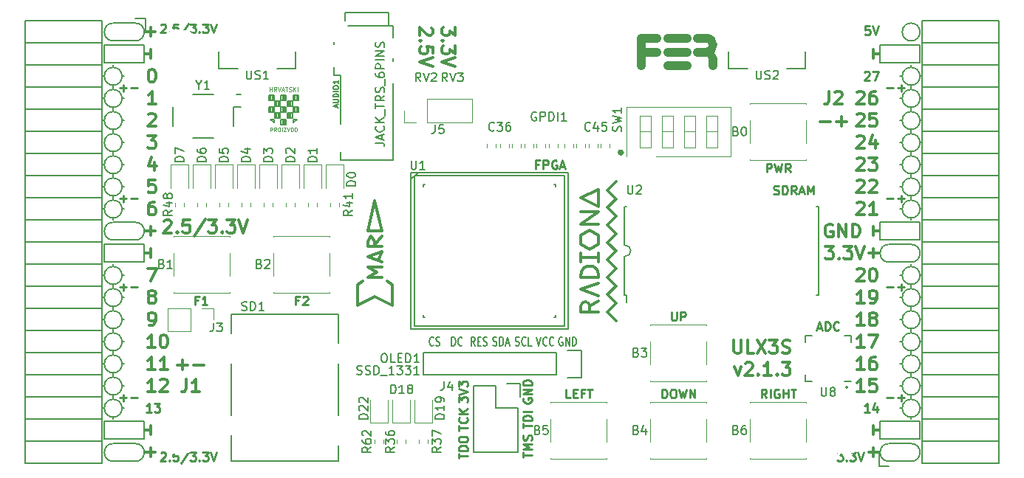
<source format=gto>
G04 #@! TF.GenerationSoftware,KiCad,Pcbnew,5.0.0+dfsg1-2*
G04 #@! TF.CreationDate,2018-08-29T13:32:06+02:00*
G04 #@! TF.ProjectId,ulx3s,756C7833732E6B696361645F70636200,rev?*
G04 #@! TF.SameCoordinates,Original*
G04 #@! TF.FileFunction,Legend,Top*
G04 #@! TF.FilePolarity,Positive*
%FSLAX46Y46*%
G04 Gerber Fmt 4.6, Leading zero omitted, Abs format (unit mm)*
G04 Created by KiCad (PCBNEW 5.0.0+dfsg1-2) date Wed Aug 29 13:32:06 2018*
%MOMM*%
%LPD*%
G01*
G04 APERTURE LIST*
%ADD10C,0.250000*%
%ADD11C,0.200000*%
%ADD12C,0.300000*%
%ADD13C,0.150000*%
%ADD14C,0.120000*%
%ADD15C,1.000000*%
%ADD16C,0.152400*%
%ADD17C,0.075000*%
%ADD18R,0.800000X1.600000*%
%ADD19R,1.550000X1.000000*%
%ADD20R,1.550000X2.100000*%
%ADD21R,2.300000X1.900000*%
%ADD22R,0.660000X1.000000*%
%ADD23C,0.500000*%
%ADD24R,1.827200X2.132000*%
%ADD25O,1.827200X2.132000*%
%ADD26R,0.400000X2.000000*%
%ADD27C,2.100000*%
%ADD28R,1.220000X2.540000*%
%ADD29O,1.827200X1.827200*%
%ADD30R,1.827200X1.827200*%
%ADD31C,5.600000*%
%ADD32O,0.950000X0.400000*%
%ADD33O,0.400000X0.950000*%
%ADD34R,1.775000X1.775000*%
%ADD35R,2.900000X2.100000*%
%ADD36R,2.900000X2.300000*%
%ADD37R,2.900000X2.900000*%
%ADD38C,1.800000*%
%ADD39R,1.100000X0.770000*%
%ADD40R,1.600000X1.070000*%
%ADD41R,1.800000X1.800000*%
%ADD42O,1.800000X1.800000*%
%ADD43R,1.395000X1.500000*%
%ADD44R,1.900000X2.000000*%
%ADD45R,0.500000X1.450000*%
%ADD46R,2.000000X2.000000*%
%ADD47R,2.200000X1.700000*%
%ADD48R,1.650000X1.400000*%
G04 APERTURE END LIST*
D10*
X116641666Y-93497571D02*
X116308333Y-93497571D01*
X116308333Y-94021380D02*
X116308333Y-93021380D01*
X116784523Y-93021380D01*
X117117857Y-93116619D02*
X117165476Y-93069000D01*
X117260714Y-93021380D01*
X117498809Y-93021380D01*
X117594047Y-93069000D01*
X117641666Y-93116619D01*
X117689285Y-93211857D01*
X117689285Y-93307095D01*
X117641666Y-93449952D01*
X117070238Y-94021380D01*
X117689285Y-94021380D01*
X105084666Y-93497571D02*
X104751333Y-93497571D01*
X104751333Y-94021380D02*
X104751333Y-93021380D01*
X105227523Y-93021380D01*
X106132285Y-94021380D02*
X105560857Y-94021380D01*
X105846571Y-94021380D02*
X105846571Y-93021380D01*
X105751333Y-93164238D01*
X105656095Y-93259476D01*
X105560857Y-93307095D01*
X170236666Y-104689380D02*
X169903333Y-104213190D01*
X169665238Y-104689380D02*
X169665238Y-103689380D01*
X170046190Y-103689380D01*
X170141428Y-103737000D01*
X170189047Y-103784619D01*
X170236666Y-103879857D01*
X170236666Y-104022714D01*
X170189047Y-104117952D01*
X170141428Y-104165571D01*
X170046190Y-104213190D01*
X169665238Y-104213190D01*
X170665238Y-104689380D02*
X170665238Y-103689380D01*
X171665238Y-103737000D02*
X171570000Y-103689380D01*
X171427142Y-103689380D01*
X171284285Y-103737000D01*
X171189047Y-103832238D01*
X171141428Y-103927476D01*
X171093809Y-104117952D01*
X171093809Y-104260809D01*
X171141428Y-104451285D01*
X171189047Y-104546523D01*
X171284285Y-104641761D01*
X171427142Y-104689380D01*
X171522380Y-104689380D01*
X171665238Y-104641761D01*
X171712857Y-104594142D01*
X171712857Y-104260809D01*
X171522380Y-104260809D01*
X172141428Y-104689380D02*
X172141428Y-103689380D01*
X172141428Y-104165571D02*
X172712857Y-104165571D01*
X172712857Y-104689380D02*
X172712857Y-103689380D01*
X173046190Y-103689380D02*
X173617619Y-103689380D01*
X173331904Y-104689380D02*
X173331904Y-103689380D01*
X159354285Y-94799380D02*
X159354285Y-95608904D01*
X159401904Y-95704142D01*
X159449523Y-95751761D01*
X159544761Y-95799380D01*
X159735238Y-95799380D01*
X159830476Y-95751761D01*
X159878095Y-95704142D01*
X159925714Y-95608904D01*
X159925714Y-94799380D01*
X160401904Y-95799380D02*
X160401904Y-94799380D01*
X160782857Y-94799380D01*
X160878095Y-94847000D01*
X160925714Y-94894619D01*
X160973333Y-94989857D01*
X160973333Y-95132714D01*
X160925714Y-95227952D01*
X160878095Y-95275571D01*
X160782857Y-95323190D01*
X160401904Y-95323190D01*
X158259047Y-104689380D02*
X158259047Y-103689380D01*
X158497142Y-103689380D01*
X158640000Y-103737000D01*
X158735238Y-103832238D01*
X158782857Y-103927476D01*
X158830476Y-104117952D01*
X158830476Y-104260809D01*
X158782857Y-104451285D01*
X158735238Y-104546523D01*
X158640000Y-104641761D01*
X158497142Y-104689380D01*
X158259047Y-104689380D01*
X159449523Y-103689380D02*
X159640000Y-103689380D01*
X159735238Y-103737000D01*
X159830476Y-103832238D01*
X159878095Y-104022714D01*
X159878095Y-104356047D01*
X159830476Y-104546523D01*
X159735238Y-104641761D01*
X159640000Y-104689380D01*
X159449523Y-104689380D01*
X159354285Y-104641761D01*
X159259047Y-104546523D01*
X159211428Y-104356047D01*
X159211428Y-104022714D01*
X159259047Y-103832238D01*
X159354285Y-103737000D01*
X159449523Y-103689380D01*
X160211428Y-103689380D02*
X160449523Y-104689380D01*
X160640000Y-103975095D01*
X160830476Y-104689380D01*
X161068571Y-103689380D01*
X161449523Y-104689380D02*
X161449523Y-103689380D01*
X162020952Y-104689380D01*
X162020952Y-103689380D01*
X147757619Y-104689380D02*
X147281428Y-104689380D01*
X147281428Y-103689380D01*
X148090952Y-104165571D02*
X148424285Y-104165571D01*
X148567142Y-104689380D02*
X148090952Y-104689380D01*
X148090952Y-103689380D01*
X148567142Y-103689380D01*
X149329047Y-104165571D02*
X148995714Y-104165571D01*
X148995714Y-104689380D02*
X148995714Y-103689380D01*
X149471904Y-103689380D01*
X149710000Y-103689380D02*
X150281428Y-103689380D01*
X149995714Y-104689380D02*
X149995714Y-103689380D01*
X170251666Y-78781380D02*
X170251666Y-77781380D01*
X170632619Y-77781380D01*
X170727857Y-77829000D01*
X170775476Y-77876619D01*
X170823095Y-77971857D01*
X170823095Y-78114714D01*
X170775476Y-78209952D01*
X170727857Y-78257571D01*
X170632619Y-78305190D01*
X170251666Y-78305190D01*
X171156428Y-77781380D02*
X171394523Y-78781380D01*
X171585000Y-78067095D01*
X171775476Y-78781380D01*
X172013571Y-77781380D01*
X172965952Y-78781380D02*
X172632619Y-78305190D01*
X172394523Y-78781380D02*
X172394523Y-77781380D01*
X172775476Y-77781380D01*
X172870714Y-77829000D01*
X172918333Y-77876619D01*
X172965952Y-77971857D01*
X172965952Y-78114714D01*
X172918333Y-78209952D01*
X172870714Y-78257571D01*
X172775476Y-78305190D01*
X172394523Y-78305190D01*
D11*
X179586000Y-103475000D02*
G75*
G03X179586000Y-103475000I-127000J0D01*
G01*
D12*
X134560428Y-62144714D02*
X134560428Y-63073285D01*
X133989000Y-62573285D01*
X133989000Y-62787571D01*
X133917571Y-62930428D01*
X133846142Y-63001857D01*
X133703285Y-63073285D01*
X133346142Y-63073285D01*
X133203285Y-63001857D01*
X133131857Y-62930428D01*
X133060428Y-62787571D01*
X133060428Y-62359000D01*
X133131857Y-62216142D01*
X133203285Y-62144714D01*
X133203285Y-63716142D02*
X133131857Y-63787571D01*
X133060428Y-63716142D01*
X133131857Y-63644714D01*
X133203285Y-63716142D01*
X133060428Y-63716142D01*
X134560428Y-64287571D02*
X134560428Y-65216142D01*
X133989000Y-64716142D01*
X133989000Y-64930428D01*
X133917571Y-65073285D01*
X133846142Y-65144714D01*
X133703285Y-65216142D01*
X133346142Y-65216142D01*
X133203285Y-65144714D01*
X133131857Y-65073285D01*
X133060428Y-64930428D01*
X133060428Y-64501857D01*
X133131857Y-64359000D01*
X133203285Y-64287571D01*
X134560428Y-65644714D02*
X133060428Y-66144714D01*
X134560428Y-66644714D01*
X131877571Y-62216142D02*
X131949000Y-62287571D01*
X132020428Y-62430428D01*
X132020428Y-62787571D01*
X131949000Y-62930428D01*
X131877571Y-63001857D01*
X131734714Y-63073285D01*
X131591857Y-63073285D01*
X131377571Y-63001857D01*
X130520428Y-62144714D01*
X130520428Y-63073285D01*
X130663285Y-63716142D02*
X130591857Y-63787571D01*
X130520428Y-63716142D01*
X130591857Y-63644714D01*
X130663285Y-63716142D01*
X130520428Y-63716142D01*
X132020428Y-65144714D02*
X132020428Y-64430428D01*
X131306142Y-64359000D01*
X131377571Y-64430428D01*
X131449000Y-64573285D01*
X131449000Y-64930428D01*
X131377571Y-65073285D01*
X131306142Y-65144714D01*
X131163285Y-65216142D01*
X130806142Y-65216142D01*
X130663285Y-65144714D01*
X130591857Y-65073285D01*
X130520428Y-64930428D01*
X130520428Y-64573285D01*
X130591857Y-64430428D01*
X130663285Y-64359000D01*
X132020428Y-65644714D02*
X130520428Y-66144714D01*
X132020428Y-66644714D01*
X102760000Y-100897142D02*
X103902857Y-100897142D01*
X103331428Y-101468571D02*
X103331428Y-100325714D01*
X104617142Y-100897142D02*
X105760000Y-100897142D01*
X166592714Y-101121571D02*
X166949857Y-102121571D01*
X167307000Y-101121571D01*
X167807000Y-100764428D02*
X167878428Y-100693000D01*
X168021285Y-100621571D01*
X168378428Y-100621571D01*
X168521285Y-100693000D01*
X168592714Y-100764428D01*
X168664142Y-100907285D01*
X168664142Y-101050142D01*
X168592714Y-101264428D01*
X167735571Y-102121571D01*
X168664142Y-102121571D01*
X169307000Y-101978714D02*
X169378428Y-102050142D01*
X169307000Y-102121571D01*
X169235571Y-102050142D01*
X169307000Y-101978714D01*
X169307000Y-102121571D01*
X170807000Y-102121571D02*
X169949857Y-102121571D01*
X170378428Y-102121571D02*
X170378428Y-100621571D01*
X170235571Y-100835857D01*
X170092714Y-100978714D01*
X169949857Y-101050142D01*
X171449857Y-101978714D02*
X171521285Y-102050142D01*
X171449857Y-102121571D01*
X171378428Y-102050142D01*
X171449857Y-101978714D01*
X171449857Y-102121571D01*
X172021285Y-100621571D02*
X172949857Y-100621571D01*
X172449857Y-101193000D01*
X172664142Y-101193000D01*
X172807000Y-101264428D01*
X172878428Y-101335857D01*
X172949857Y-101478714D01*
X172949857Y-101835857D01*
X172878428Y-101978714D01*
X172807000Y-102050142D01*
X172664142Y-102121571D01*
X172235571Y-102121571D01*
X172092714Y-102050142D01*
X172021285Y-101978714D01*
X182492000Y-87582000D02*
X182492000Y-88598000D01*
X181984000Y-88090000D02*
X183254000Y-88090000D01*
X182492000Y-110442000D02*
X182492000Y-111458000D01*
X183254000Y-110950000D02*
X181984000Y-110950000D01*
X99688000Y-110442000D02*
X99688000Y-111458000D01*
X98926000Y-110950000D02*
X100196000Y-110950000D01*
X99688000Y-62182000D02*
X99688000Y-63198000D01*
X98926000Y-62690000D02*
X100196000Y-62690000D01*
X99688000Y-85042000D02*
X99688000Y-86058000D01*
X98926000Y-85550000D02*
X100196000Y-85550000D01*
D11*
X97910000Y-63706000D02*
G75*
G03X97910000Y-61674000I0J1016000D01*
G01*
X184270000Y-109934000D02*
G75*
G03X184270000Y-111966000I0J-1016000D01*
G01*
X95370000Y-111966000D02*
X97910000Y-111966000D01*
X95370000Y-109934000D02*
X97910000Y-109934000D01*
X97910000Y-111966000D02*
G75*
G03X97910000Y-109934000I0J1016000D01*
G01*
X95370000Y-109934000D02*
G75*
G03X95370000Y-111966000I0J-1016000D01*
G01*
X95370000Y-61674000D02*
X97910000Y-61674000D01*
X95370000Y-63706000D02*
X97910000Y-63706000D01*
X95370000Y-61674000D02*
G75*
G03X95370000Y-63706000I0J-1016000D01*
G01*
X95370000Y-84534000D02*
X97910000Y-84534000D01*
X95370000Y-86566000D02*
X97910000Y-86566000D01*
X95370000Y-84534000D02*
G75*
G03X95370000Y-86566000I0J-1016000D01*
G01*
X97910000Y-86566000D02*
G75*
G03X97910000Y-84534000I0J1016000D01*
G01*
X187826000Y-62690000D02*
G75*
G03X187826000Y-62690000I-1016000J0D01*
G01*
X184270000Y-89106000D02*
X186810000Y-89106000D01*
X184270000Y-87074000D02*
X186810000Y-87074000D01*
X184270000Y-87074000D02*
G75*
G03X184270000Y-89106000I0J-1016000D01*
G01*
X186810000Y-89106000D02*
G75*
G03X186810000Y-87074000I0J1016000D01*
G01*
X186810000Y-111966000D02*
X184270000Y-111966000D01*
X186810000Y-109934000D02*
X184270000Y-109934000D01*
X186810000Y-111966000D02*
G75*
G03X186810000Y-109934000I0J1016000D01*
G01*
X94354000Y-66246000D02*
X94354000Y-64214000D01*
X98926000Y-66246000D02*
X94354000Y-66246000D01*
X98926000Y-64214000D02*
X98926000Y-66246000D01*
X94354000Y-64214000D02*
X98926000Y-64214000D01*
X94354000Y-87074000D02*
X98926000Y-87074000D01*
X94354000Y-89106000D02*
X94354000Y-87074000D01*
X98926000Y-89106000D02*
X94354000Y-89106000D01*
X98926000Y-87074000D02*
X98926000Y-89106000D01*
X94354000Y-109426000D02*
X98926000Y-109426000D01*
X94354000Y-107394000D02*
X94354000Y-109426000D01*
X98926000Y-107394000D02*
X94354000Y-107394000D01*
X98926000Y-109426000D02*
X98926000Y-107394000D01*
X183254000Y-109426000D02*
X187826000Y-109426000D01*
X183254000Y-107394000D02*
X183254000Y-109426000D01*
X187826000Y-107394000D02*
X187826000Y-109426000D01*
X183254000Y-107394000D02*
X187826000Y-107394000D01*
X183254000Y-66246000D02*
X187826000Y-66246000D01*
X183254000Y-64214000D02*
X183254000Y-66246000D01*
X187826000Y-64214000D02*
X183254000Y-64214000D01*
X187826000Y-66246000D02*
X187826000Y-64214000D01*
X183254000Y-84534000D02*
X187826000Y-84534000D01*
X183254000Y-86566000D02*
X183254000Y-84534000D01*
X187826000Y-86566000D02*
X183254000Y-86566000D01*
X187826000Y-84534000D02*
X187826000Y-86566000D01*
D10*
X96148000Y-69111428D02*
X96909904Y-69111428D01*
X96528952Y-69492380D02*
X96528952Y-68730476D01*
X97386095Y-69111428D02*
X98148000Y-69111428D01*
X96148000Y-81811428D02*
X96909904Y-81811428D01*
X96528952Y-82192380D02*
X96528952Y-81430476D01*
X97386095Y-81811428D02*
X98148000Y-81811428D01*
X96148000Y-91971428D02*
X96909904Y-91971428D01*
X96528952Y-92352380D02*
X96528952Y-91590476D01*
X97386095Y-91971428D02*
X98148000Y-91971428D01*
X96148000Y-104671428D02*
X96909904Y-104671428D01*
X96528952Y-105052380D02*
X96528952Y-104290476D01*
X97386095Y-104671428D02*
X98148000Y-104671428D01*
X184032000Y-104671428D02*
X184793904Y-104671428D01*
X185270095Y-104671428D02*
X186032000Y-104671428D01*
X185651047Y-105052380D02*
X185651047Y-104290476D01*
X184032000Y-91971428D02*
X184793904Y-91971428D01*
X185270095Y-91971428D02*
X186032000Y-91971428D01*
X185651047Y-92352380D02*
X185651047Y-91590476D01*
X184032000Y-81811428D02*
X184793904Y-81811428D01*
X185270095Y-81811428D02*
X186032000Y-81811428D01*
X185651047Y-82192380D02*
X185651047Y-81430476D01*
X184032000Y-69111428D02*
X184793904Y-69111428D01*
X185270095Y-69111428D02*
X186032000Y-69111428D01*
X185651047Y-69492380D02*
X185651047Y-68730476D01*
D12*
X176420000Y-72957142D02*
X177562857Y-72957142D01*
X178277142Y-72957142D02*
X179420000Y-72957142D01*
X178848571Y-73528571D02*
X178848571Y-72385714D01*
D11*
X187826000Y-67770000D02*
G75*
G03X187826000Y-67770000I-1016000J0D01*
G01*
X187826000Y-70310000D02*
G75*
G03X187826000Y-70310000I-1016000J0D01*
G01*
X187826000Y-72850000D02*
G75*
G03X187826000Y-72850000I-1016000J0D01*
G01*
X187826000Y-75390000D02*
G75*
G03X187826000Y-75390000I-1016000J0D01*
G01*
X187826000Y-77930000D02*
G75*
G03X187826000Y-77930000I-1016000J0D01*
G01*
X187826000Y-80470000D02*
G75*
G03X187826000Y-80470000I-1016000J0D01*
G01*
X187826000Y-83010000D02*
G75*
G03X187826000Y-83010000I-1016000J0D01*
G01*
X187826000Y-90630000D02*
G75*
G03X187826000Y-90630000I-1016000J0D01*
G01*
X187826000Y-93170000D02*
G75*
G03X187826000Y-93170000I-1016000J0D01*
G01*
X187826000Y-95710000D02*
G75*
G03X187826000Y-95710000I-1016000J0D01*
G01*
X187826000Y-98250000D02*
G75*
G03X187826000Y-98250000I-1016000J0D01*
G01*
X187826000Y-100790000D02*
G75*
G03X187826000Y-100790000I-1016000J0D01*
G01*
X187826000Y-103330000D02*
G75*
G03X187826000Y-103330000I-1016000J0D01*
G01*
X187826000Y-105870000D02*
G75*
G03X187826000Y-105870000I-1016000J0D01*
G01*
X96386000Y-105870000D02*
G75*
G03X96386000Y-105870000I-1016000J0D01*
G01*
X96386000Y-103330000D02*
G75*
G03X96386000Y-103330000I-1016000J0D01*
G01*
X96386000Y-100790000D02*
G75*
G03X96386000Y-100790000I-1016000J0D01*
G01*
X96386000Y-98250000D02*
G75*
G03X96386000Y-98250000I-1016000J0D01*
G01*
X96386000Y-95710000D02*
G75*
G03X96386000Y-95710000I-1016000J0D01*
G01*
X96386000Y-93170000D02*
G75*
G03X96386000Y-93170000I-1016000J0D01*
G01*
X96386000Y-90630000D02*
G75*
G03X96386000Y-90630000I-1016000J0D01*
G01*
X96386000Y-83010000D02*
G75*
G03X96386000Y-83010000I-1016000J0D01*
G01*
X96386000Y-80470000D02*
G75*
G03X96386000Y-80470000I-1016000J0D01*
G01*
X96386000Y-77930000D02*
G75*
G03X96386000Y-77930000I-1016000J0D01*
G01*
X96386000Y-75390000D02*
G75*
G03X96386000Y-75390000I-1016000J0D01*
G01*
X96386000Y-72850000D02*
G75*
G03X96386000Y-72850000I-1016000J0D01*
G01*
X96386000Y-70310000D02*
G75*
G03X96386000Y-70310000I-1016000J0D01*
G01*
X96386000Y-67770000D02*
G75*
G03X96386000Y-67770000I-1016000J0D01*
G01*
D12*
X177793142Y-84800000D02*
X177650285Y-84728571D01*
X177436000Y-84728571D01*
X177221714Y-84800000D01*
X177078857Y-84942857D01*
X177007428Y-85085714D01*
X176936000Y-85371428D01*
X176936000Y-85585714D01*
X177007428Y-85871428D01*
X177078857Y-86014285D01*
X177221714Y-86157142D01*
X177436000Y-86228571D01*
X177578857Y-86228571D01*
X177793142Y-86157142D01*
X177864571Y-86085714D01*
X177864571Y-85585714D01*
X177578857Y-85585714D01*
X178507428Y-86228571D02*
X178507428Y-84728571D01*
X179364571Y-86228571D01*
X179364571Y-84728571D01*
X180078857Y-86228571D02*
X180078857Y-84728571D01*
X180436000Y-84728571D01*
X180650285Y-84800000D01*
X180793142Y-84942857D01*
X180864571Y-85085714D01*
X180936000Y-85371428D01*
X180936000Y-85585714D01*
X180864571Y-85871428D01*
X180793142Y-86014285D01*
X180650285Y-86157142D01*
X180436000Y-86228571D01*
X180078857Y-86228571D01*
X182492000Y-86058000D02*
X182492000Y-85042000D01*
X183254000Y-85550000D02*
X182492000Y-85550000D01*
X182492000Y-107902000D02*
X182492000Y-108918000D01*
X182492000Y-108410000D02*
X183254000Y-108410000D01*
D10*
X182047523Y-106322380D02*
X181476095Y-106322380D01*
X181761809Y-106322380D02*
X181761809Y-105322380D01*
X181666571Y-105465238D01*
X181571333Y-105560476D01*
X181476095Y-105608095D01*
X182904666Y-105655714D02*
X182904666Y-106322380D01*
X182666571Y-105274761D02*
X182428476Y-105989047D01*
X183047523Y-105989047D01*
X181476095Y-67317619D02*
X181523714Y-67270000D01*
X181618952Y-67222380D01*
X181857047Y-67222380D01*
X181952285Y-67270000D01*
X181999904Y-67317619D01*
X182047523Y-67412857D01*
X182047523Y-67508095D01*
X181999904Y-67650952D01*
X181428476Y-68222380D01*
X182047523Y-68222380D01*
X182380857Y-67222380D02*
X183047523Y-67222380D01*
X182618952Y-68222380D01*
D12*
X182492000Y-64722000D02*
X182492000Y-65738000D01*
X182492000Y-65230000D02*
X183254000Y-65230000D01*
X99688000Y-107902000D02*
X99688000Y-108918000D01*
X98926000Y-108410000D02*
X99688000Y-108410000D01*
X99315000Y-74568571D02*
X100243571Y-74568571D01*
X99743571Y-75140000D01*
X99957857Y-75140000D01*
X100100714Y-75211428D01*
X100172142Y-75282857D01*
X100243571Y-75425714D01*
X100243571Y-75782857D01*
X100172142Y-75925714D01*
X100100714Y-75997142D01*
X99957857Y-76068571D01*
X99529285Y-76068571D01*
X99386428Y-75997142D01*
X99315000Y-75925714D01*
X100100714Y-77608571D02*
X100100714Y-78608571D01*
X99743571Y-77037142D02*
X99386428Y-78108571D01*
X100315000Y-78108571D01*
X100172142Y-79648571D02*
X99457857Y-79648571D01*
X99386428Y-80362857D01*
X99457857Y-80291428D01*
X99600714Y-80220000D01*
X99957857Y-80220000D01*
X100100714Y-80291428D01*
X100172142Y-80362857D01*
X100243571Y-80505714D01*
X100243571Y-80862857D01*
X100172142Y-81005714D01*
X100100714Y-81077142D01*
X99957857Y-81148571D01*
X99600714Y-81148571D01*
X99457857Y-81077142D01*
X99386428Y-81005714D01*
D10*
X99751523Y-106322380D02*
X99180095Y-106322380D01*
X99465809Y-106322380D02*
X99465809Y-105322380D01*
X99370571Y-105465238D01*
X99275333Y-105560476D01*
X99180095Y-105608095D01*
X100084857Y-105322380D02*
X100703904Y-105322380D01*
X100370571Y-105703333D01*
X100513428Y-105703333D01*
X100608666Y-105750952D01*
X100656285Y-105798571D01*
X100703904Y-105893809D01*
X100703904Y-106131904D01*
X100656285Y-106227142D01*
X100608666Y-106274761D01*
X100513428Y-106322380D01*
X100227714Y-106322380D01*
X100132476Y-106274761D01*
X100084857Y-106227142D01*
D12*
X99315000Y-89808571D02*
X100315000Y-89808571D01*
X99672142Y-91308571D01*
X99688000Y-87582000D02*
X99688000Y-88598000D01*
X98926000Y-88090000D02*
X99688000Y-88090000D01*
X99688000Y-64722000D02*
X99688000Y-65738000D01*
X98926000Y-65230000D02*
X99688000Y-65230000D01*
D10*
X100817976Y-61874619D02*
X100865595Y-61827000D01*
X100960833Y-61779380D01*
X101198928Y-61779380D01*
X101294166Y-61827000D01*
X101341785Y-61874619D01*
X101389404Y-61969857D01*
X101389404Y-62065095D01*
X101341785Y-62207952D01*
X100770357Y-62779380D01*
X101389404Y-62779380D01*
X101817976Y-62684142D02*
X101865595Y-62731761D01*
X101817976Y-62779380D01*
X101770357Y-62731761D01*
X101817976Y-62684142D01*
X101817976Y-62779380D01*
X102770357Y-61779380D02*
X102294166Y-61779380D01*
X102246547Y-62255571D01*
X102294166Y-62207952D01*
X102389404Y-62160333D01*
X102627500Y-62160333D01*
X102722738Y-62207952D01*
X102770357Y-62255571D01*
X102817976Y-62350809D01*
X102817976Y-62588904D01*
X102770357Y-62684142D01*
X102722738Y-62731761D01*
X102627500Y-62779380D01*
X102389404Y-62779380D01*
X102294166Y-62731761D01*
X102246547Y-62684142D01*
X103960833Y-61731761D02*
X103103690Y-63017476D01*
X104198928Y-61779380D02*
X104817976Y-61779380D01*
X104484642Y-62160333D01*
X104627500Y-62160333D01*
X104722738Y-62207952D01*
X104770357Y-62255571D01*
X104817976Y-62350809D01*
X104817976Y-62588904D01*
X104770357Y-62684142D01*
X104722738Y-62731761D01*
X104627500Y-62779380D01*
X104341785Y-62779380D01*
X104246547Y-62731761D01*
X104198928Y-62684142D01*
X105246547Y-62684142D02*
X105294166Y-62731761D01*
X105246547Y-62779380D01*
X105198928Y-62731761D01*
X105246547Y-62684142D01*
X105246547Y-62779380D01*
X105627500Y-61779380D02*
X106246547Y-61779380D01*
X105913214Y-62160333D01*
X106056071Y-62160333D01*
X106151309Y-62207952D01*
X106198928Y-62255571D01*
X106246547Y-62350809D01*
X106246547Y-62588904D01*
X106198928Y-62684142D01*
X106151309Y-62731761D01*
X106056071Y-62779380D01*
X105770357Y-62779380D01*
X105675119Y-62731761D01*
X105627500Y-62684142D01*
X106532261Y-61779380D02*
X106865595Y-62779380D01*
X107198928Y-61779380D01*
X178360261Y-110910380D02*
X178979309Y-110910380D01*
X178645976Y-111291333D01*
X178788833Y-111291333D01*
X178884071Y-111338952D01*
X178931690Y-111386571D01*
X178979309Y-111481809D01*
X178979309Y-111719904D01*
X178931690Y-111815142D01*
X178884071Y-111862761D01*
X178788833Y-111910380D01*
X178503119Y-111910380D01*
X178407880Y-111862761D01*
X178360261Y-111815142D01*
X179407880Y-111815142D02*
X179455500Y-111862761D01*
X179407880Y-111910380D01*
X179360261Y-111862761D01*
X179407880Y-111815142D01*
X179407880Y-111910380D01*
X179788833Y-110910380D02*
X180407880Y-110910380D01*
X180074547Y-111291333D01*
X180217404Y-111291333D01*
X180312642Y-111338952D01*
X180360261Y-111386571D01*
X180407880Y-111481809D01*
X180407880Y-111719904D01*
X180360261Y-111815142D01*
X180312642Y-111862761D01*
X180217404Y-111910380D01*
X179931690Y-111910380D01*
X179836452Y-111862761D01*
X179788833Y-111815142D01*
X180693595Y-110910380D02*
X181026928Y-111910380D01*
X181360261Y-110910380D01*
D12*
X101199714Y-84381428D02*
X101271142Y-84310000D01*
X101414000Y-84238571D01*
X101771142Y-84238571D01*
X101914000Y-84310000D01*
X101985428Y-84381428D01*
X102056857Y-84524285D01*
X102056857Y-84667142D01*
X101985428Y-84881428D01*
X101128285Y-85738571D01*
X102056857Y-85738571D01*
X102699714Y-85595714D02*
X102771142Y-85667142D01*
X102699714Y-85738571D01*
X102628285Y-85667142D01*
X102699714Y-85595714D01*
X102699714Y-85738571D01*
X104128285Y-84238571D02*
X103414000Y-84238571D01*
X103342571Y-84952857D01*
X103414000Y-84881428D01*
X103556857Y-84810000D01*
X103914000Y-84810000D01*
X104056857Y-84881428D01*
X104128285Y-84952857D01*
X104199714Y-85095714D01*
X104199714Y-85452857D01*
X104128285Y-85595714D01*
X104056857Y-85667142D01*
X103914000Y-85738571D01*
X103556857Y-85738571D01*
X103414000Y-85667142D01*
X103342571Y-85595714D01*
X105914000Y-84167142D02*
X104628285Y-86095714D01*
X106271142Y-84238571D02*
X107199714Y-84238571D01*
X106699714Y-84810000D01*
X106914000Y-84810000D01*
X107056857Y-84881428D01*
X107128285Y-84952857D01*
X107199714Y-85095714D01*
X107199714Y-85452857D01*
X107128285Y-85595714D01*
X107056857Y-85667142D01*
X106914000Y-85738571D01*
X106485428Y-85738571D01*
X106342571Y-85667142D01*
X106271142Y-85595714D01*
X107842571Y-85595714D02*
X107914000Y-85667142D01*
X107842571Y-85738571D01*
X107771142Y-85667142D01*
X107842571Y-85595714D01*
X107842571Y-85738571D01*
X108414000Y-84238571D02*
X109342571Y-84238571D01*
X108842571Y-84810000D01*
X109056857Y-84810000D01*
X109199714Y-84881428D01*
X109271142Y-84952857D01*
X109342571Y-85095714D01*
X109342571Y-85452857D01*
X109271142Y-85595714D01*
X109199714Y-85667142D01*
X109056857Y-85738571D01*
X108628285Y-85738571D01*
X108485428Y-85667142D01*
X108414000Y-85595714D01*
X109771142Y-84238571D02*
X110271142Y-85738571D01*
X110771142Y-84238571D01*
D10*
X100817976Y-111023619D02*
X100865595Y-110976000D01*
X100960833Y-110928380D01*
X101198928Y-110928380D01*
X101294166Y-110976000D01*
X101341785Y-111023619D01*
X101389404Y-111118857D01*
X101389404Y-111214095D01*
X101341785Y-111356952D01*
X100770357Y-111928380D01*
X101389404Y-111928380D01*
X101817976Y-111833142D02*
X101865595Y-111880761D01*
X101817976Y-111928380D01*
X101770357Y-111880761D01*
X101817976Y-111833142D01*
X101817976Y-111928380D01*
X102770357Y-110928380D02*
X102294166Y-110928380D01*
X102246547Y-111404571D01*
X102294166Y-111356952D01*
X102389404Y-111309333D01*
X102627500Y-111309333D01*
X102722738Y-111356952D01*
X102770357Y-111404571D01*
X102817976Y-111499809D01*
X102817976Y-111737904D01*
X102770357Y-111833142D01*
X102722738Y-111880761D01*
X102627500Y-111928380D01*
X102389404Y-111928380D01*
X102294166Y-111880761D01*
X102246547Y-111833142D01*
X103960833Y-110880761D02*
X103103690Y-112166476D01*
X104198928Y-110928380D02*
X104817976Y-110928380D01*
X104484642Y-111309333D01*
X104627500Y-111309333D01*
X104722738Y-111356952D01*
X104770357Y-111404571D01*
X104817976Y-111499809D01*
X104817976Y-111737904D01*
X104770357Y-111833142D01*
X104722738Y-111880761D01*
X104627500Y-111928380D01*
X104341785Y-111928380D01*
X104246547Y-111880761D01*
X104198928Y-111833142D01*
X105246547Y-111833142D02*
X105294166Y-111880761D01*
X105246547Y-111928380D01*
X105198928Y-111880761D01*
X105246547Y-111833142D01*
X105246547Y-111928380D01*
X105627500Y-110928380D02*
X106246547Y-110928380D01*
X105913214Y-111309333D01*
X106056071Y-111309333D01*
X106151309Y-111356952D01*
X106198928Y-111404571D01*
X106246547Y-111499809D01*
X106246547Y-111737904D01*
X106198928Y-111833142D01*
X106151309Y-111880761D01*
X106056071Y-111928380D01*
X105770357Y-111928380D01*
X105675119Y-111880761D01*
X105627500Y-111833142D01*
X106532261Y-110928380D02*
X106865595Y-111928380D01*
X107198928Y-110928380D01*
X182047523Y-62015380D02*
X181571333Y-62015380D01*
X181523714Y-62491571D01*
X181571333Y-62443952D01*
X181666571Y-62396333D01*
X181904666Y-62396333D01*
X181999904Y-62443952D01*
X182047523Y-62491571D01*
X182095142Y-62586809D01*
X182095142Y-62824904D01*
X182047523Y-62920142D01*
X181999904Y-62967761D01*
X181904666Y-63015380D01*
X181666571Y-63015380D01*
X181571333Y-62967761D01*
X181523714Y-62920142D01*
X182380857Y-62015380D02*
X182714190Y-63015380D01*
X183047523Y-62015380D01*
D12*
X180587142Y-69631428D02*
X180658571Y-69560000D01*
X180801428Y-69488571D01*
X181158571Y-69488571D01*
X181301428Y-69560000D01*
X181372857Y-69631428D01*
X181444285Y-69774285D01*
X181444285Y-69917142D01*
X181372857Y-70131428D01*
X180515714Y-70988571D01*
X181444285Y-70988571D01*
X182730000Y-69488571D02*
X182444285Y-69488571D01*
X182301428Y-69560000D01*
X182230000Y-69631428D01*
X182087142Y-69845714D01*
X182015714Y-70131428D01*
X182015714Y-70702857D01*
X182087142Y-70845714D01*
X182158571Y-70917142D01*
X182301428Y-70988571D01*
X182587142Y-70988571D01*
X182730000Y-70917142D01*
X182801428Y-70845714D01*
X182872857Y-70702857D01*
X182872857Y-70345714D01*
X182801428Y-70202857D01*
X182730000Y-70131428D01*
X182587142Y-70060000D01*
X182301428Y-70060000D01*
X182158571Y-70131428D01*
X182087142Y-70202857D01*
X182015714Y-70345714D01*
X180587142Y-72171428D02*
X180658571Y-72100000D01*
X180801428Y-72028571D01*
X181158571Y-72028571D01*
X181301428Y-72100000D01*
X181372857Y-72171428D01*
X181444285Y-72314285D01*
X181444285Y-72457142D01*
X181372857Y-72671428D01*
X180515714Y-73528571D01*
X181444285Y-73528571D01*
X182801428Y-72028571D02*
X182087142Y-72028571D01*
X182015714Y-72742857D01*
X182087142Y-72671428D01*
X182230000Y-72600000D01*
X182587142Y-72600000D01*
X182730000Y-72671428D01*
X182801428Y-72742857D01*
X182872857Y-72885714D01*
X182872857Y-73242857D01*
X182801428Y-73385714D01*
X182730000Y-73457142D01*
X182587142Y-73528571D01*
X182230000Y-73528571D01*
X182087142Y-73457142D01*
X182015714Y-73385714D01*
X180587142Y-74711428D02*
X180658571Y-74640000D01*
X180801428Y-74568571D01*
X181158571Y-74568571D01*
X181301428Y-74640000D01*
X181372857Y-74711428D01*
X181444285Y-74854285D01*
X181444285Y-74997142D01*
X181372857Y-75211428D01*
X180515714Y-76068571D01*
X181444285Y-76068571D01*
X182730000Y-75068571D02*
X182730000Y-76068571D01*
X182372857Y-74497142D02*
X182015714Y-75568571D01*
X182944285Y-75568571D01*
X180587142Y-77251428D02*
X180658571Y-77180000D01*
X180801428Y-77108571D01*
X181158571Y-77108571D01*
X181301428Y-77180000D01*
X181372857Y-77251428D01*
X181444285Y-77394285D01*
X181444285Y-77537142D01*
X181372857Y-77751428D01*
X180515714Y-78608571D01*
X181444285Y-78608571D01*
X181944285Y-77108571D02*
X182872857Y-77108571D01*
X182372857Y-77680000D01*
X182587142Y-77680000D01*
X182730000Y-77751428D01*
X182801428Y-77822857D01*
X182872857Y-77965714D01*
X182872857Y-78322857D01*
X182801428Y-78465714D01*
X182730000Y-78537142D01*
X182587142Y-78608571D01*
X182158571Y-78608571D01*
X182015714Y-78537142D01*
X181944285Y-78465714D01*
X180587142Y-79791428D02*
X180658571Y-79720000D01*
X180801428Y-79648571D01*
X181158571Y-79648571D01*
X181301428Y-79720000D01*
X181372857Y-79791428D01*
X181444285Y-79934285D01*
X181444285Y-80077142D01*
X181372857Y-80291428D01*
X180515714Y-81148571D01*
X181444285Y-81148571D01*
X182015714Y-79791428D02*
X182087142Y-79720000D01*
X182230000Y-79648571D01*
X182587142Y-79648571D01*
X182730000Y-79720000D01*
X182801428Y-79791428D01*
X182872857Y-79934285D01*
X182872857Y-80077142D01*
X182801428Y-80291428D01*
X181944285Y-81148571D01*
X182872857Y-81148571D01*
X180587142Y-82331428D02*
X180658571Y-82260000D01*
X180801428Y-82188571D01*
X181158571Y-82188571D01*
X181301428Y-82260000D01*
X181372857Y-82331428D01*
X181444285Y-82474285D01*
X181444285Y-82617142D01*
X181372857Y-82831428D01*
X180515714Y-83688571D01*
X181444285Y-83688571D01*
X182872857Y-83688571D02*
X182015714Y-83688571D01*
X182444285Y-83688571D02*
X182444285Y-82188571D01*
X182301428Y-82402857D01*
X182158571Y-82545714D01*
X182015714Y-82617142D01*
X176975714Y-87268571D02*
X177904285Y-87268571D01*
X177404285Y-87840000D01*
X177618571Y-87840000D01*
X177761428Y-87911428D01*
X177832857Y-87982857D01*
X177904285Y-88125714D01*
X177904285Y-88482857D01*
X177832857Y-88625714D01*
X177761428Y-88697142D01*
X177618571Y-88768571D01*
X177190000Y-88768571D01*
X177047142Y-88697142D01*
X176975714Y-88625714D01*
X178547142Y-88625714D02*
X178618571Y-88697142D01*
X178547142Y-88768571D01*
X178475714Y-88697142D01*
X178547142Y-88625714D01*
X178547142Y-88768571D01*
X179118571Y-87268571D02*
X180047142Y-87268571D01*
X179547142Y-87840000D01*
X179761428Y-87840000D01*
X179904285Y-87911428D01*
X179975714Y-87982857D01*
X180047142Y-88125714D01*
X180047142Y-88482857D01*
X179975714Y-88625714D01*
X179904285Y-88697142D01*
X179761428Y-88768571D01*
X179332857Y-88768571D01*
X179190000Y-88697142D01*
X179118571Y-88625714D01*
X180475714Y-87268571D02*
X180975714Y-88768571D01*
X181475714Y-87268571D01*
X180587142Y-89951428D02*
X180658571Y-89880000D01*
X180801428Y-89808571D01*
X181158571Y-89808571D01*
X181301428Y-89880000D01*
X181372857Y-89951428D01*
X181444285Y-90094285D01*
X181444285Y-90237142D01*
X181372857Y-90451428D01*
X180515714Y-91308571D01*
X181444285Y-91308571D01*
X182372857Y-89808571D02*
X182515714Y-89808571D01*
X182658571Y-89880000D01*
X182730000Y-89951428D01*
X182801428Y-90094285D01*
X182872857Y-90380000D01*
X182872857Y-90737142D01*
X182801428Y-91022857D01*
X182730000Y-91165714D01*
X182658571Y-91237142D01*
X182515714Y-91308571D01*
X182372857Y-91308571D01*
X182230000Y-91237142D01*
X182158571Y-91165714D01*
X182087142Y-91022857D01*
X182015714Y-90737142D01*
X182015714Y-90380000D01*
X182087142Y-90094285D01*
X182158571Y-89951428D01*
X182230000Y-89880000D01*
X182372857Y-89808571D01*
X181444285Y-93848571D02*
X180587142Y-93848571D01*
X181015714Y-93848571D02*
X181015714Y-92348571D01*
X180872857Y-92562857D01*
X180730000Y-92705714D01*
X180587142Y-92777142D01*
X182158571Y-93848571D02*
X182444285Y-93848571D01*
X182587142Y-93777142D01*
X182658571Y-93705714D01*
X182801428Y-93491428D01*
X182872857Y-93205714D01*
X182872857Y-92634285D01*
X182801428Y-92491428D01*
X182730000Y-92420000D01*
X182587142Y-92348571D01*
X182301428Y-92348571D01*
X182158571Y-92420000D01*
X182087142Y-92491428D01*
X182015714Y-92634285D01*
X182015714Y-92991428D01*
X182087142Y-93134285D01*
X182158571Y-93205714D01*
X182301428Y-93277142D01*
X182587142Y-93277142D01*
X182730000Y-93205714D01*
X182801428Y-93134285D01*
X182872857Y-92991428D01*
X181444285Y-96388571D02*
X180587142Y-96388571D01*
X181015714Y-96388571D02*
X181015714Y-94888571D01*
X180872857Y-95102857D01*
X180730000Y-95245714D01*
X180587142Y-95317142D01*
X182301428Y-95531428D02*
X182158571Y-95460000D01*
X182087142Y-95388571D01*
X182015714Y-95245714D01*
X182015714Y-95174285D01*
X182087142Y-95031428D01*
X182158571Y-94960000D01*
X182301428Y-94888571D01*
X182587142Y-94888571D01*
X182730000Y-94960000D01*
X182801428Y-95031428D01*
X182872857Y-95174285D01*
X182872857Y-95245714D01*
X182801428Y-95388571D01*
X182730000Y-95460000D01*
X182587142Y-95531428D01*
X182301428Y-95531428D01*
X182158571Y-95602857D01*
X182087142Y-95674285D01*
X182015714Y-95817142D01*
X182015714Y-96102857D01*
X182087142Y-96245714D01*
X182158571Y-96317142D01*
X182301428Y-96388571D01*
X182587142Y-96388571D01*
X182730000Y-96317142D01*
X182801428Y-96245714D01*
X182872857Y-96102857D01*
X182872857Y-95817142D01*
X182801428Y-95674285D01*
X182730000Y-95602857D01*
X182587142Y-95531428D01*
X181444285Y-98928571D02*
X180587142Y-98928571D01*
X181015714Y-98928571D02*
X181015714Y-97428571D01*
X180872857Y-97642857D01*
X180730000Y-97785714D01*
X180587142Y-97857142D01*
X181944285Y-97428571D02*
X182944285Y-97428571D01*
X182301428Y-98928571D01*
X181444285Y-101468571D02*
X180587142Y-101468571D01*
X181015714Y-101468571D02*
X181015714Y-99968571D01*
X180872857Y-100182857D01*
X180730000Y-100325714D01*
X180587142Y-100397142D01*
X182730000Y-99968571D02*
X182444285Y-99968571D01*
X182301428Y-100040000D01*
X182230000Y-100111428D01*
X182087142Y-100325714D01*
X182015714Y-100611428D01*
X182015714Y-101182857D01*
X182087142Y-101325714D01*
X182158571Y-101397142D01*
X182301428Y-101468571D01*
X182587142Y-101468571D01*
X182730000Y-101397142D01*
X182801428Y-101325714D01*
X182872857Y-101182857D01*
X182872857Y-100825714D01*
X182801428Y-100682857D01*
X182730000Y-100611428D01*
X182587142Y-100540000D01*
X182301428Y-100540000D01*
X182158571Y-100611428D01*
X182087142Y-100682857D01*
X182015714Y-100825714D01*
X181444285Y-104008571D02*
X180587142Y-104008571D01*
X181015714Y-104008571D02*
X181015714Y-102508571D01*
X180872857Y-102722857D01*
X180730000Y-102865714D01*
X180587142Y-102937142D01*
X182801428Y-102508571D02*
X182087142Y-102508571D01*
X182015714Y-103222857D01*
X182087142Y-103151428D01*
X182230000Y-103080000D01*
X182587142Y-103080000D01*
X182730000Y-103151428D01*
X182801428Y-103222857D01*
X182872857Y-103365714D01*
X182872857Y-103722857D01*
X182801428Y-103865714D01*
X182730000Y-103937142D01*
X182587142Y-104008571D01*
X182230000Y-104008571D01*
X182087142Y-103937142D01*
X182015714Y-103865714D01*
D11*
X186810000Y-66500000D02*
X186810000Y-66754000D01*
X187826000Y-67770000D02*
X188080000Y-67770000D01*
X185540000Y-67770000D02*
X185794000Y-67770000D01*
X186810000Y-69294000D02*
X186810000Y-68786000D01*
X187826000Y-70310000D02*
X188080000Y-70310000D01*
X185540000Y-70310000D02*
X185794000Y-70310000D01*
X186810000Y-71326000D02*
X186810000Y-71834000D01*
X187826000Y-72850000D02*
X188080000Y-72850000D01*
X185540000Y-72850000D02*
X185794000Y-72850000D01*
X186810000Y-73866000D02*
X186810000Y-74374000D01*
X187826000Y-75390000D02*
X188080000Y-75390000D01*
X185540000Y-75390000D02*
X185794000Y-75390000D01*
X186810000Y-76406000D02*
X186810000Y-76914000D01*
X187826000Y-77930000D02*
X188080000Y-77930000D01*
X185540000Y-77930000D02*
X185794000Y-77930000D01*
X186810000Y-79454000D02*
X186810000Y-78946000D01*
X187826000Y-80470000D02*
X188080000Y-80470000D01*
X185540000Y-80470000D02*
X185794000Y-80470000D01*
X186810000Y-81994000D02*
X186810000Y-81486000D01*
X187826000Y-83010000D02*
X188080000Y-83010000D01*
X185540000Y-83010000D02*
X185794000Y-83010000D01*
X186810000Y-84026000D02*
X186810000Y-84280000D01*
X186810000Y-89360000D02*
X186810000Y-89614000D01*
X187826000Y-90630000D02*
X188080000Y-90630000D01*
X185540000Y-90630000D02*
X185794000Y-90630000D01*
X186810000Y-91646000D02*
X186810000Y-92154000D01*
X187826000Y-93170000D02*
X188080000Y-93170000D01*
X185540000Y-93170000D02*
X185794000Y-93170000D01*
X186810000Y-94186000D02*
X186810000Y-94694000D01*
X187826000Y-95710000D02*
X188080000Y-95710000D01*
X185540000Y-95710000D02*
X185794000Y-95710000D01*
X186810000Y-97234000D02*
X186810000Y-96726000D01*
X187826000Y-98250000D02*
X188080000Y-98250000D01*
X185540000Y-98250000D02*
X185794000Y-98250000D01*
X187826000Y-100790000D02*
X188080000Y-100790000D01*
X185540000Y-100790000D02*
X185794000Y-100790000D01*
X186810000Y-99266000D02*
X186810000Y-99774000D01*
X186810000Y-102314000D02*
X186810000Y-101806000D01*
X187826000Y-103330000D02*
X188080000Y-103330000D01*
X185540000Y-103330000D02*
X185794000Y-103330000D01*
X186810000Y-104346000D02*
X186810000Y-104854000D01*
X185540000Y-105870000D02*
X185794000Y-105870000D01*
X187826000Y-105870000D02*
X188080000Y-105870000D01*
X186810000Y-106886000D02*
X186810000Y-107140000D01*
X95370000Y-66754000D02*
X95370000Y-66500000D01*
X96386000Y-67770000D02*
X96640000Y-67770000D01*
X94100000Y-67770000D02*
X94354000Y-67770000D01*
X95370000Y-68786000D02*
X95370000Y-69294000D01*
X96386000Y-70310000D02*
X96640000Y-70310000D01*
X94100000Y-70310000D02*
X94354000Y-70310000D01*
X95370000Y-71326000D02*
X95370000Y-71834000D01*
X96386000Y-72850000D02*
X96640000Y-72850000D01*
X94100000Y-72850000D02*
X94354000Y-72850000D01*
X95370000Y-73866000D02*
X95370000Y-74374000D01*
X96386000Y-75390000D02*
X96640000Y-75390000D01*
X95370000Y-76406000D02*
X95370000Y-76914000D01*
X96386000Y-77930000D02*
X96640000Y-77930000D01*
X94100000Y-77930000D02*
X94354000Y-77930000D01*
X95370000Y-79454000D02*
X95370000Y-78946000D01*
X96386000Y-80470000D02*
X96640000Y-80470000D01*
X94100000Y-80470000D02*
X94354000Y-80470000D01*
X95370000Y-81486000D02*
X95370000Y-81994000D01*
X96386000Y-83010000D02*
X96640000Y-83010000D01*
X95370000Y-84026000D02*
X95370000Y-84280000D01*
X94100000Y-83010000D02*
X94354000Y-83010000D01*
X95370000Y-106886000D02*
X95370000Y-107140000D01*
X95370000Y-89360000D02*
X95370000Y-89614000D01*
X96386000Y-93170000D02*
X96640000Y-93170000D01*
X94100000Y-93170000D02*
X94354000Y-93170000D01*
X95370000Y-94186000D02*
X95370000Y-94694000D01*
X94100000Y-90630000D02*
X94354000Y-90630000D01*
X96386000Y-90630000D02*
X96640000Y-90630000D01*
X95370000Y-92154000D02*
X95370000Y-91646000D01*
X96386000Y-95710000D02*
X96640000Y-95710000D01*
X94100000Y-95710000D02*
X94354000Y-95710000D01*
X96386000Y-98250000D02*
X96640000Y-98250000D01*
X94354000Y-98250000D02*
X94100000Y-98250000D01*
X95370000Y-96726000D02*
X95370000Y-97234000D01*
X95370000Y-99266000D02*
X95370000Y-99774000D01*
X94100000Y-100790000D02*
X94354000Y-100790000D01*
X96386000Y-100790000D02*
X96640000Y-100790000D01*
X94100000Y-103330000D02*
X94354000Y-103330000D01*
X96386000Y-103330000D02*
X96640000Y-103330000D01*
X95370000Y-101806000D02*
X95370000Y-102314000D01*
X95370000Y-104346000D02*
X95370000Y-104854000D01*
X96386000Y-105870000D02*
X96640000Y-105870000D01*
X94100000Y-105870000D02*
X94354000Y-105870000D01*
D12*
X100164285Y-104008571D02*
X99307142Y-104008571D01*
X99735714Y-104008571D02*
X99735714Y-102508571D01*
X99592857Y-102722857D01*
X99450000Y-102865714D01*
X99307142Y-102937142D01*
X100735714Y-102651428D02*
X100807142Y-102580000D01*
X100950000Y-102508571D01*
X101307142Y-102508571D01*
X101450000Y-102580000D01*
X101521428Y-102651428D01*
X101592857Y-102794285D01*
X101592857Y-102937142D01*
X101521428Y-103151428D01*
X100664285Y-104008571D01*
X101592857Y-104008571D01*
X100164285Y-101468571D02*
X99307142Y-101468571D01*
X99735714Y-101468571D02*
X99735714Y-99968571D01*
X99592857Y-100182857D01*
X99450000Y-100325714D01*
X99307142Y-100397142D01*
X101592857Y-101468571D02*
X100735714Y-101468571D01*
X101164285Y-101468571D02*
X101164285Y-99968571D01*
X101021428Y-100182857D01*
X100878571Y-100325714D01*
X100735714Y-100397142D01*
X100164285Y-98928571D02*
X99307142Y-98928571D01*
X99735714Y-98928571D02*
X99735714Y-97428571D01*
X99592857Y-97642857D01*
X99450000Y-97785714D01*
X99307142Y-97857142D01*
X101092857Y-97428571D02*
X101235714Y-97428571D01*
X101378571Y-97500000D01*
X101450000Y-97571428D01*
X101521428Y-97714285D01*
X101592857Y-98000000D01*
X101592857Y-98357142D01*
X101521428Y-98642857D01*
X101450000Y-98785714D01*
X101378571Y-98857142D01*
X101235714Y-98928571D01*
X101092857Y-98928571D01*
X100950000Y-98857142D01*
X100878571Y-98785714D01*
X100807142Y-98642857D01*
X100735714Y-98357142D01*
X100735714Y-98000000D01*
X100807142Y-97714285D01*
X100878571Y-97571428D01*
X100950000Y-97500000D01*
X101092857Y-97428571D01*
X99529285Y-96388571D02*
X99815000Y-96388571D01*
X99957857Y-96317142D01*
X100029285Y-96245714D01*
X100172142Y-96031428D01*
X100243571Y-95745714D01*
X100243571Y-95174285D01*
X100172142Y-95031428D01*
X100100714Y-94960000D01*
X99957857Y-94888571D01*
X99672142Y-94888571D01*
X99529285Y-94960000D01*
X99457857Y-95031428D01*
X99386428Y-95174285D01*
X99386428Y-95531428D01*
X99457857Y-95674285D01*
X99529285Y-95745714D01*
X99672142Y-95817142D01*
X99957857Y-95817142D01*
X100100714Y-95745714D01*
X100172142Y-95674285D01*
X100243571Y-95531428D01*
X99672142Y-92991428D02*
X99529285Y-92920000D01*
X99457857Y-92848571D01*
X99386428Y-92705714D01*
X99386428Y-92634285D01*
X99457857Y-92491428D01*
X99529285Y-92420000D01*
X99672142Y-92348571D01*
X99957857Y-92348571D01*
X100100714Y-92420000D01*
X100172142Y-92491428D01*
X100243571Y-92634285D01*
X100243571Y-92705714D01*
X100172142Y-92848571D01*
X100100714Y-92920000D01*
X99957857Y-92991428D01*
X99672142Y-92991428D01*
X99529285Y-93062857D01*
X99457857Y-93134285D01*
X99386428Y-93277142D01*
X99386428Y-93562857D01*
X99457857Y-93705714D01*
X99529285Y-93777142D01*
X99672142Y-93848571D01*
X99957857Y-93848571D01*
X100100714Y-93777142D01*
X100172142Y-93705714D01*
X100243571Y-93562857D01*
X100243571Y-93277142D01*
X100172142Y-93134285D01*
X100100714Y-93062857D01*
X99957857Y-92991428D01*
X100100714Y-82188571D02*
X99815000Y-82188571D01*
X99672142Y-82260000D01*
X99600714Y-82331428D01*
X99457857Y-82545714D01*
X99386428Y-82831428D01*
X99386428Y-83402857D01*
X99457857Y-83545714D01*
X99529285Y-83617142D01*
X99672142Y-83688571D01*
X99957857Y-83688571D01*
X100100714Y-83617142D01*
X100172142Y-83545714D01*
X100243571Y-83402857D01*
X100243571Y-83045714D01*
X100172142Y-82902857D01*
X100100714Y-82831428D01*
X99957857Y-82760000D01*
X99672142Y-82760000D01*
X99529285Y-82831428D01*
X99457857Y-82902857D01*
X99386428Y-83045714D01*
X99386428Y-72171428D02*
X99457857Y-72100000D01*
X99600714Y-72028571D01*
X99957857Y-72028571D01*
X100100714Y-72100000D01*
X100172142Y-72171428D01*
X100243571Y-72314285D01*
X100243571Y-72457142D01*
X100172142Y-72671428D01*
X99315000Y-73528571D01*
X100243571Y-73528571D01*
X100243571Y-70988571D02*
X99386428Y-70988571D01*
X99815000Y-70988571D02*
X99815000Y-69488571D01*
X99672142Y-69702857D01*
X99529285Y-69845714D01*
X99386428Y-69917142D01*
X99743571Y-66948571D02*
X99886428Y-66948571D01*
X100029285Y-67020000D01*
X100100714Y-67091428D01*
X100172142Y-67234285D01*
X100243571Y-67520000D01*
X100243571Y-67877142D01*
X100172142Y-68162857D01*
X100100714Y-68305714D01*
X100029285Y-68377142D01*
X99886428Y-68448571D01*
X99743571Y-68448571D01*
X99600714Y-68377142D01*
X99529285Y-68305714D01*
X99457857Y-68162857D01*
X99386428Y-67877142D01*
X99386428Y-67520000D01*
X99457857Y-67234285D01*
X99529285Y-67091428D01*
X99600714Y-67020000D01*
X99743571Y-66948571D01*
X166501428Y-98081571D02*
X166501428Y-99295857D01*
X166572857Y-99438714D01*
X166644285Y-99510142D01*
X166787142Y-99581571D01*
X167072857Y-99581571D01*
X167215714Y-99510142D01*
X167287142Y-99438714D01*
X167358571Y-99295857D01*
X167358571Y-98081571D01*
X168787142Y-99581571D02*
X168072857Y-99581571D01*
X168072857Y-98081571D01*
X169144285Y-98081571D02*
X170144285Y-99581571D01*
X170144285Y-98081571D02*
X169144285Y-99581571D01*
X170572857Y-98081571D02*
X171501428Y-98081571D01*
X171001428Y-98653000D01*
X171215714Y-98653000D01*
X171358571Y-98724428D01*
X171430000Y-98795857D01*
X171501428Y-98938714D01*
X171501428Y-99295857D01*
X171430000Y-99438714D01*
X171358571Y-99510142D01*
X171215714Y-99581571D01*
X170787142Y-99581571D01*
X170644285Y-99510142D01*
X170572857Y-99438714D01*
X172072857Y-99510142D02*
X172287142Y-99581571D01*
X172644285Y-99581571D01*
X172787142Y-99510142D01*
X172858571Y-99438714D01*
X172930000Y-99295857D01*
X172930000Y-99153000D01*
X172858571Y-99010142D01*
X172787142Y-98938714D01*
X172644285Y-98867285D01*
X172358571Y-98795857D01*
X172215714Y-98724428D01*
X172144285Y-98653000D01*
X172072857Y-98510142D01*
X172072857Y-98367285D01*
X172144285Y-98224428D01*
X172215714Y-98153000D01*
X172358571Y-98081571D01*
X172715714Y-98081571D01*
X172930000Y-98153000D01*
D10*
X144137285Y-77876571D02*
X143803952Y-77876571D01*
X143803952Y-78400380D02*
X143803952Y-77400380D01*
X144280142Y-77400380D01*
X144661095Y-78400380D02*
X144661095Y-77400380D01*
X145042047Y-77400380D01*
X145137285Y-77448000D01*
X145184904Y-77495619D01*
X145232523Y-77590857D01*
X145232523Y-77733714D01*
X145184904Y-77828952D01*
X145137285Y-77876571D01*
X145042047Y-77924190D01*
X144661095Y-77924190D01*
X146184904Y-77448000D02*
X146089666Y-77400380D01*
X145946809Y-77400380D01*
X145803952Y-77448000D01*
X145708714Y-77543238D01*
X145661095Y-77638476D01*
X145613476Y-77828952D01*
X145613476Y-77971809D01*
X145661095Y-78162285D01*
X145708714Y-78257523D01*
X145803952Y-78352761D01*
X145946809Y-78400380D01*
X146042047Y-78400380D01*
X146184904Y-78352761D01*
X146232523Y-78305142D01*
X146232523Y-77971809D01*
X146042047Y-77971809D01*
X146613476Y-78114666D02*
X147089666Y-78114666D01*
X146518238Y-78400380D02*
X146851571Y-77400380D01*
X147184904Y-78400380D01*
X171077285Y-81273761D02*
X171220142Y-81321380D01*
X171458238Y-81321380D01*
X171553476Y-81273761D01*
X171601095Y-81226142D01*
X171648714Y-81130904D01*
X171648714Y-81035666D01*
X171601095Y-80940428D01*
X171553476Y-80892809D01*
X171458238Y-80845190D01*
X171267761Y-80797571D01*
X171172523Y-80749952D01*
X171124904Y-80702333D01*
X171077285Y-80607095D01*
X171077285Y-80511857D01*
X171124904Y-80416619D01*
X171172523Y-80369000D01*
X171267761Y-80321380D01*
X171505857Y-80321380D01*
X171648714Y-80369000D01*
X172077285Y-81321380D02*
X172077285Y-80321380D01*
X172315380Y-80321380D01*
X172458238Y-80369000D01*
X172553476Y-80464238D01*
X172601095Y-80559476D01*
X172648714Y-80749952D01*
X172648714Y-80892809D01*
X172601095Y-81083285D01*
X172553476Y-81178523D01*
X172458238Y-81273761D01*
X172315380Y-81321380D01*
X172077285Y-81321380D01*
X173648714Y-81321380D02*
X173315380Y-80845190D01*
X173077285Y-81321380D02*
X173077285Y-80321380D01*
X173458238Y-80321380D01*
X173553476Y-80369000D01*
X173601095Y-80416619D01*
X173648714Y-80511857D01*
X173648714Y-80654714D01*
X173601095Y-80749952D01*
X173553476Y-80797571D01*
X173458238Y-80845190D01*
X173077285Y-80845190D01*
X174029666Y-81035666D02*
X174505857Y-81035666D01*
X173934428Y-81321380D02*
X174267761Y-80321380D01*
X174601095Y-81321380D01*
X174934428Y-81321380D02*
X174934428Y-80321380D01*
X175267761Y-81035666D01*
X175601095Y-80321380D01*
X175601095Y-81321380D01*
X176061904Y-96656666D02*
X176538095Y-96656666D01*
X175966666Y-96942380D02*
X176300000Y-95942380D01*
X176633333Y-96942380D01*
X176966666Y-96942380D02*
X176966666Y-95942380D01*
X177204761Y-95942380D01*
X177347619Y-95990000D01*
X177442857Y-96085238D01*
X177490476Y-96180476D01*
X177538095Y-96370952D01*
X177538095Y-96513809D01*
X177490476Y-96704285D01*
X177442857Y-96799523D01*
X177347619Y-96894761D01*
X177204761Y-96942380D01*
X176966666Y-96942380D01*
X178538095Y-96847142D02*
X178490476Y-96894761D01*
X178347619Y-96942380D01*
X178252380Y-96942380D01*
X178109523Y-96894761D01*
X178014285Y-96799523D01*
X177966666Y-96704285D01*
X177919047Y-96513809D01*
X177919047Y-96370952D01*
X177966666Y-96180476D01*
X178014285Y-96085238D01*
X178109523Y-95990000D01*
X178252380Y-95942380D01*
X178347619Y-95942380D01*
X178490476Y-95990000D01*
X178538095Y-96037619D01*
X142335380Y-111521333D02*
X142335380Y-110949904D01*
X143335380Y-111235619D02*
X142335380Y-111235619D01*
X143335380Y-110616571D02*
X142335380Y-110616571D01*
X143049666Y-110283238D01*
X142335380Y-109949904D01*
X143335380Y-109949904D01*
X143287761Y-109521333D02*
X143335380Y-109378476D01*
X143335380Y-109140380D01*
X143287761Y-109045142D01*
X143240142Y-108997523D01*
X143144904Y-108949904D01*
X143049666Y-108949904D01*
X142954428Y-108997523D01*
X142906809Y-109045142D01*
X142859190Y-109140380D01*
X142811571Y-109330857D01*
X142763952Y-109426095D01*
X142716333Y-109473714D01*
X142621095Y-109521333D01*
X142525857Y-109521333D01*
X142430619Y-109473714D01*
X142383000Y-109426095D01*
X142335380Y-109330857D01*
X142335380Y-109092761D01*
X142383000Y-108949904D01*
X142335380Y-108163809D02*
X142335380Y-107592380D01*
X143335380Y-107878095D02*
X142335380Y-107878095D01*
X143335380Y-107259047D02*
X142335380Y-107259047D01*
X142335380Y-107020952D01*
X142383000Y-106878095D01*
X142478238Y-106782857D01*
X142573476Y-106735238D01*
X142763952Y-106687619D01*
X142906809Y-106687619D01*
X143097285Y-106735238D01*
X143192523Y-106782857D01*
X143287761Y-106878095D01*
X143335380Y-107020952D01*
X143335380Y-107259047D01*
X143335380Y-106259047D02*
X142335380Y-106259047D01*
X142383000Y-104726904D02*
X142335380Y-104822142D01*
X142335380Y-104965000D01*
X142383000Y-105107857D01*
X142478238Y-105203095D01*
X142573476Y-105250714D01*
X142763952Y-105298333D01*
X142906809Y-105298333D01*
X143097285Y-105250714D01*
X143192523Y-105203095D01*
X143287761Y-105107857D01*
X143335380Y-104965000D01*
X143335380Y-104869761D01*
X143287761Y-104726904D01*
X143240142Y-104679285D01*
X142906809Y-104679285D01*
X142906809Y-104869761D01*
X143335380Y-104250714D02*
X142335380Y-104250714D01*
X143335380Y-103679285D01*
X142335380Y-103679285D01*
X143335380Y-103203095D02*
X142335380Y-103203095D01*
X142335380Y-102965000D01*
X142383000Y-102822142D01*
X142478238Y-102726904D01*
X142573476Y-102679285D01*
X142763952Y-102631666D01*
X142906809Y-102631666D01*
X143097285Y-102679285D01*
X143192523Y-102726904D01*
X143287761Y-102822142D01*
X143335380Y-102965000D01*
X143335380Y-103203095D01*
X134969380Y-111624523D02*
X134969380Y-111053095D01*
X135969380Y-111338809D02*
X134969380Y-111338809D01*
X135969380Y-110719761D02*
X134969380Y-110719761D01*
X134969380Y-110481666D01*
X135017000Y-110338809D01*
X135112238Y-110243571D01*
X135207476Y-110195952D01*
X135397952Y-110148333D01*
X135540809Y-110148333D01*
X135731285Y-110195952D01*
X135826523Y-110243571D01*
X135921761Y-110338809D01*
X135969380Y-110481666D01*
X135969380Y-110719761D01*
X134969380Y-109529285D02*
X134969380Y-109338809D01*
X135017000Y-109243571D01*
X135112238Y-109148333D01*
X135302714Y-109100714D01*
X135636047Y-109100714D01*
X135826523Y-109148333D01*
X135921761Y-109243571D01*
X135969380Y-109338809D01*
X135969380Y-109529285D01*
X135921761Y-109624523D01*
X135826523Y-109719761D01*
X135636047Y-109767380D01*
X135302714Y-109767380D01*
X135112238Y-109719761D01*
X135017000Y-109624523D01*
X134969380Y-109529285D01*
X134969380Y-108425714D02*
X134969380Y-107854285D01*
X135969380Y-108140000D02*
X134969380Y-108140000D01*
X135874142Y-106949523D02*
X135921761Y-106997142D01*
X135969380Y-107140000D01*
X135969380Y-107235238D01*
X135921761Y-107378095D01*
X135826523Y-107473333D01*
X135731285Y-107520952D01*
X135540809Y-107568571D01*
X135397952Y-107568571D01*
X135207476Y-107520952D01*
X135112238Y-107473333D01*
X135017000Y-107378095D01*
X134969380Y-107235238D01*
X134969380Y-107140000D01*
X135017000Y-106997142D01*
X135064619Y-106949523D01*
X135969380Y-106520952D02*
X134969380Y-106520952D01*
X135969380Y-105949523D02*
X135397952Y-106378095D01*
X134969380Y-105949523D02*
X135540809Y-106520952D01*
X134969380Y-105203095D02*
X134969380Y-104584047D01*
X135350333Y-104917380D01*
X135350333Y-104774523D01*
X135397952Y-104679285D01*
X135445571Y-104631666D01*
X135540809Y-104584047D01*
X135778904Y-104584047D01*
X135874142Y-104631666D01*
X135921761Y-104679285D01*
X135969380Y-104774523D01*
X135969380Y-105060238D01*
X135921761Y-105155476D01*
X135874142Y-105203095D01*
X134969380Y-104298333D02*
X135969380Y-103965000D01*
X134969380Y-103631666D01*
X134969380Y-103393571D02*
X134969380Y-102774523D01*
X135350333Y-103107857D01*
X135350333Y-102965000D01*
X135397952Y-102869761D01*
X135445571Y-102822142D01*
X135540809Y-102774523D01*
X135778904Y-102774523D01*
X135874142Y-102822142D01*
X135921761Y-102869761D01*
X135969380Y-102965000D01*
X135969380Y-103250714D01*
X135921761Y-103345952D01*
X135874142Y-103393571D01*
D13*
G04 #@! TO.C,SD1*
X108900000Y-95100000D02*
X108900000Y-97250000D01*
X121200000Y-95100000D02*
X108900000Y-95100000D01*
X121200000Y-98350000D02*
X121200000Y-95100000D01*
X121200000Y-106650000D02*
X121200000Y-100750000D01*
X108900000Y-100750000D02*
X108900000Y-106650000D01*
X121200000Y-111900000D02*
X121200000Y-110150000D01*
X108900000Y-111900000D02*
X121200000Y-111900000D01*
X108900000Y-109000000D02*
X108900000Y-111900000D01*
G04 #@! TO.C,Y1*
X109472000Y-69860000D02*
X110022000Y-69860000D01*
X109172000Y-73460000D02*
X109172000Y-71260000D01*
X106872000Y-69860000D02*
X104472000Y-69860000D01*
X109172000Y-71260000D02*
X110022000Y-71260000D01*
X106872000Y-74860000D02*
X104472000Y-74860000D01*
X102172000Y-71260000D02*
X102172000Y-73460000D01*
G04 #@! TO.C,U2*
X176193000Y-92880000D02*
X175993000Y-92880000D01*
X176193000Y-82720000D02*
X175993000Y-82720000D01*
X154193000Y-92880000D02*
X154193000Y-93700000D01*
X153993000Y-92880000D02*
X154193000Y-92880000D01*
X153993000Y-82720000D02*
X154193000Y-82720000D01*
X176203000Y-82720000D02*
X176203000Y-92880000D01*
X153983000Y-92880000D02*
X153983000Y-88435000D01*
X154044000Y-87165000D02*
G75*
G02X154044000Y-88435000I0J-635000D01*
G01*
X153983000Y-87165000D02*
X153983000Y-82720000D01*
G04 #@! TO.C,U1*
X129880000Y-79200000D02*
X147080000Y-79200000D01*
X147080000Y-79200000D02*
X147080000Y-96400000D01*
X147080000Y-96400000D02*
X129880000Y-96400000D01*
X129880000Y-96400000D02*
X129880000Y-79200000D01*
X129480000Y-78800000D02*
X147480000Y-78800000D01*
X147480000Y-78800000D02*
X147480000Y-96800000D01*
X147480000Y-96800000D02*
X129480000Y-96800000D01*
X129480000Y-96800000D02*
X129480000Y-78800000D01*
X130280000Y-78800000D02*
X129480000Y-79600000D01*
X130880000Y-95200000D02*
X130880000Y-95400000D01*
X130880000Y-95400000D02*
X131080000Y-95400000D01*
X145880000Y-95400000D02*
X146080000Y-95400000D01*
X146080000Y-95400000D02*
X146080000Y-95200000D01*
X145880000Y-80200000D02*
X146080000Y-80200000D01*
X146080000Y-80200000D02*
X146080000Y-80400000D01*
X130880000Y-80400000D02*
X130880000Y-80200000D01*
X130880000Y-80200000D02*
X131080000Y-80200000D01*
G04 #@! TO.C,OLED1*
X146170000Y-99520000D02*
X130930000Y-99520000D01*
X130930000Y-99520000D02*
X130930000Y-102060000D01*
X130930000Y-102060000D02*
X146170000Y-102060000D01*
X148990000Y-99240000D02*
X147440000Y-99240000D01*
X146170000Y-99520000D02*
X146170000Y-102060000D01*
X147440000Y-102340000D02*
X148990000Y-102340000D01*
X148990000Y-102340000D02*
X148990000Y-99240000D01*
D14*
G04 #@! TO.C,SW1*
X163315000Y-74120000D02*
X164585000Y-74120000D01*
X163315000Y-72310000D02*
X163315000Y-75930000D01*
X164585000Y-72310000D02*
X163315000Y-72310000D01*
X164585000Y-75930000D02*
X164585000Y-72310000D01*
X163315000Y-75930000D02*
X164585000Y-75930000D01*
X160775000Y-74120000D02*
X162045000Y-74120000D01*
X160775000Y-72310000D02*
X160775000Y-75930000D01*
X162045000Y-72310000D02*
X160775000Y-72310000D01*
X162045000Y-75930000D02*
X162045000Y-72310000D01*
X160775000Y-75930000D02*
X162045000Y-75930000D01*
X158235000Y-74120000D02*
X159505000Y-74120000D01*
X158235000Y-72310000D02*
X158235000Y-75930000D01*
X159505000Y-72310000D02*
X158235000Y-72310000D01*
X159505000Y-75930000D02*
X159505000Y-72310000D01*
X158235000Y-75930000D02*
X159505000Y-75930000D01*
X155695000Y-74120000D02*
X156965000Y-74120000D01*
X155695000Y-72310000D02*
X155695000Y-75930000D01*
X156965000Y-72310000D02*
X155695000Y-72310000D01*
X156965000Y-75930000D02*
X156965000Y-72310000D01*
X155695000Y-75930000D02*
X156965000Y-75930000D01*
X166120000Y-76965000D02*
X157600000Y-76965000D01*
X166120000Y-71275000D02*
X166120000Y-76965000D01*
X154160000Y-71275000D02*
X166120000Y-71275000D01*
X154160000Y-76965000D02*
X154160000Y-71275000D01*
D12*
X153740000Y-76520000D02*
G75*
G03X153740000Y-76520000I-200000J0D01*
G01*
D15*
G04 #@! TO.C,fer*
X164101000Y-65994000D02*
X164101000Y-66594000D01*
X164101000Y-65794000D02*
G75*
G03X163301000Y-64994000I-800000J0D01*
G01*
X163301000Y-64994000D02*
G75*
G03X163301000Y-63394000I0J800000D01*
G01*
X162301000Y-64994000D02*
X163301000Y-64994000D01*
X162301000Y-63394000D02*
X163301000Y-63394000D01*
X155901000Y-63394000D02*
X155901000Y-66594000D01*
X158901000Y-66594000D02*
X161101000Y-66594000D01*
X158901000Y-64994000D02*
X161101000Y-64994000D01*
X158901000Y-63394000D02*
X161101000Y-63394000D01*
X155901000Y-63394000D02*
X157701000Y-63394000D01*
X155901000Y-64994000D02*
X157701000Y-64994000D01*
D13*
G04 #@! TO.C,J1*
X85270000Y-112220000D02*
X94100000Y-112220000D01*
X85270000Y-109680000D02*
X85270000Y-112220000D01*
X94100000Y-109680000D02*
X94100000Y-112220000D01*
X94100000Y-112220000D02*
X85270000Y-112220000D01*
X94100000Y-109680000D02*
X85270000Y-109680000D01*
X94100000Y-107140000D02*
X94100000Y-109680000D01*
X85270000Y-107140000D02*
X85270000Y-109680000D01*
X85270000Y-109680000D02*
X94100000Y-109680000D01*
X85270000Y-91900000D02*
X94100000Y-91900000D01*
X85270000Y-89360000D02*
X85270000Y-91900000D01*
X94100000Y-89360000D02*
X94100000Y-91900000D01*
X94100000Y-91900000D02*
X85270000Y-91900000D01*
X94100000Y-94440000D02*
X85270000Y-94440000D01*
X94100000Y-91900000D02*
X94100000Y-94440000D01*
X85270000Y-91900000D02*
X85270000Y-94440000D01*
X85270000Y-94440000D02*
X94100000Y-94440000D01*
X85270000Y-107140000D02*
X94100000Y-107140000D01*
X85270000Y-104600000D02*
X85270000Y-107140000D01*
X94100000Y-104600000D02*
X94100000Y-107140000D01*
X94100000Y-107140000D02*
X85270000Y-107140000D01*
X94100000Y-104600000D02*
X85270000Y-104600000D01*
X94100000Y-102060000D02*
X94100000Y-104600000D01*
X85270000Y-102060000D02*
X85270000Y-104600000D01*
X85270000Y-104600000D02*
X94100000Y-104600000D01*
X85270000Y-102060000D02*
X94100000Y-102060000D01*
X85270000Y-99520000D02*
X85270000Y-102060000D01*
X94100000Y-99520000D02*
X94100000Y-102060000D01*
X94100000Y-102060000D02*
X85270000Y-102060000D01*
X94100000Y-99520000D02*
X85270000Y-99520000D01*
X94100000Y-96980000D02*
X94100000Y-99520000D01*
X85270000Y-96980000D02*
X85270000Y-99520000D01*
X85270000Y-99520000D02*
X94100000Y-99520000D01*
X85270000Y-96980000D02*
X94100000Y-96980000D01*
X85270000Y-94440000D02*
X85270000Y-96980000D01*
X94100000Y-94440000D02*
X94100000Y-96980000D01*
X94100000Y-96980000D02*
X85270000Y-96980000D01*
X94100000Y-79200000D02*
X85270000Y-79200000D01*
X94100000Y-76660000D02*
X94100000Y-79200000D01*
X85270000Y-76660000D02*
X85270000Y-79200000D01*
X85270000Y-79200000D02*
X94100000Y-79200000D01*
X85270000Y-81740000D02*
X94100000Y-81740000D01*
X85270000Y-79200000D02*
X85270000Y-81740000D01*
X94100000Y-79200000D02*
X94100000Y-81740000D01*
X94100000Y-81740000D02*
X85270000Y-81740000D01*
X94100000Y-84280000D02*
X85270000Y-84280000D01*
X94100000Y-81740000D02*
X94100000Y-84280000D01*
X85270000Y-81740000D02*
X85270000Y-84280000D01*
X85270000Y-84280000D02*
X94100000Y-84280000D01*
X85270000Y-86820000D02*
X94100000Y-86820000D01*
X85270000Y-84280000D02*
X85270000Y-86820000D01*
X94100000Y-84280000D02*
X94100000Y-86820000D01*
X94100000Y-86820000D02*
X85270000Y-86820000D01*
X94100000Y-89360000D02*
X85270000Y-89360000D01*
X94100000Y-86820000D02*
X94100000Y-89360000D01*
X85270000Y-86820000D02*
X85270000Y-89360000D01*
X85270000Y-89360000D02*
X94100000Y-89360000D01*
X85270000Y-76660000D02*
X94100000Y-76660000D01*
X85270000Y-74120000D02*
X85270000Y-76660000D01*
X94100000Y-74120000D02*
X94100000Y-76660000D01*
X94100000Y-76660000D02*
X85270000Y-76660000D01*
X94100000Y-74120000D02*
X85270000Y-74120000D01*
X94100000Y-71580000D02*
X94100000Y-74120000D01*
X85270000Y-71580000D02*
X85270000Y-74120000D01*
X85270000Y-74120000D02*
X94100000Y-74120000D01*
X85270000Y-71580000D02*
X94100000Y-71580000D01*
X85270000Y-69040000D02*
X85270000Y-71580000D01*
X94100000Y-69040000D02*
X94100000Y-71580000D01*
X94100000Y-71580000D02*
X85270000Y-71580000D01*
X94100000Y-69040000D02*
X85270000Y-69040000D01*
X94100000Y-66500000D02*
X94100000Y-69040000D01*
X85270000Y-66500000D02*
X85270000Y-69040000D01*
X85270000Y-69040000D02*
X94100000Y-69040000D01*
X85270000Y-66500000D02*
X94100000Y-66500000D01*
X85270000Y-63960000D02*
X85270000Y-66500000D01*
X94100000Y-63960000D02*
X94100000Y-66500000D01*
X94100000Y-66500000D02*
X85270000Y-66500000D01*
X94100000Y-63960000D02*
X85270000Y-63960000D01*
X94100000Y-61420000D02*
X94100000Y-63960000D01*
X99060000Y-62690000D02*
X99060000Y-61140000D01*
X99060000Y-61140000D02*
X97910000Y-61140000D01*
X94100000Y-61420000D02*
X85270000Y-61420000D01*
X85270000Y-61420000D02*
X85270000Y-63960000D01*
X85270000Y-63960000D02*
X94100000Y-63960000D01*
G04 #@! TO.C,J2*
X196910000Y-61420000D02*
X188080000Y-61420000D01*
X196910000Y-63960000D02*
X196910000Y-61420000D01*
X188080000Y-63960000D02*
X188080000Y-61420000D01*
X188080000Y-61420000D02*
X196910000Y-61420000D01*
X188080000Y-63960000D02*
X196910000Y-63960000D01*
X188080000Y-66500000D02*
X188080000Y-63960000D01*
X196910000Y-66500000D02*
X196910000Y-63960000D01*
X196910000Y-63960000D02*
X188080000Y-63960000D01*
X196910000Y-81740000D02*
X188080000Y-81740000D01*
X196910000Y-84280000D02*
X196910000Y-81740000D01*
X188080000Y-84280000D02*
X188080000Y-81740000D01*
X188080000Y-81740000D02*
X196910000Y-81740000D01*
X188080000Y-79200000D02*
X196910000Y-79200000D01*
X188080000Y-81740000D02*
X188080000Y-79200000D01*
X196910000Y-81740000D02*
X196910000Y-79200000D01*
X196910000Y-79200000D02*
X188080000Y-79200000D01*
X196910000Y-66500000D02*
X188080000Y-66500000D01*
X196910000Y-69040000D02*
X196910000Y-66500000D01*
X188080000Y-69040000D02*
X188080000Y-66500000D01*
X188080000Y-66500000D02*
X196910000Y-66500000D01*
X188080000Y-69040000D02*
X196910000Y-69040000D01*
X188080000Y-71580000D02*
X188080000Y-69040000D01*
X196910000Y-71580000D02*
X196910000Y-69040000D01*
X196910000Y-69040000D02*
X188080000Y-69040000D01*
X196910000Y-71580000D02*
X188080000Y-71580000D01*
X196910000Y-74120000D02*
X196910000Y-71580000D01*
X188080000Y-74120000D02*
X188080000Y-71580000D01*
X188080000Y-71580000D02*
X196910000Y-71580000D01*
X188080000Y-74120000D02*
X196910000Y-74120000D01*
X188080000Y-76660000D02*
X188080000Y-74120000D01*
X196910000Y-76660000D02*
X196910000Y-74120000D01*
X196910000Y-74120000D02*
X188080000Y-74120000D01*
X196910000Y-76660000D02*
X188080000Y-76660000D01*
X196910000Y-79200000D02*
X196910000Y-76660000D01*
X188080000Y-79200000D02*
X188080000Y-76660000D01*
X188080000Y-76660000D02*
X196910000Y-76660000D01*
X188080000Y-94440000D02*
X196910000Y-94440000D01*
X188080000Y-96980000D02*
X188080000Y-94440000D01*
X196910000Y-96980000D02*
X196910000Y-94440000D01*
X196910000Y-94440000D02*
X188080000Y-94440000D01*
X196910000Y-91900000D02*
X188080000Y-91900000D01*
X196910000Y-94440000D02*
X196910000Y-91900000D01*
X188080000Y-94440000D02*
X188080000Y-91900000D01*
X188080000Y-91900000D02*
X196910000Y-91900000D01*
X188080000Y-89360000D02*
X196910000Y-89360000D01*
X188080000Y-91900000D02*
X188080000Y-89360000D01*
X196910000Y-91900000D02*
X196910000Y-89360000D01*
X196910000Y-89360000D02*
X188080000Y-89360000D01*
X196910000Y-86820000D02*
X188080000Y-86820000D01*
X196910000Y-89360000D02*
X196910000Y-86820000D01*
X188080000Y-89360000D02*
X188080000Y-86820000D01*
X188080000Y-86820000D02*
X196910000Y-86820000D01*
X188080000Y-84280000D02*
X196910000Y-84280000D01*
X188080000Y-86820000D02*
X188080000Y-84280000D01*
X196910000Y-86820000D02*
X196910000Y-84280000D01*
X196910000Y-84280000D02*
X188080000Y-84280000D01*
X196910000Y-96980000D02*
X188080000Y-96980000D01*
X196910000Y-99520000D02*
X196910000Y-96980000D01*
X188080000Y-99520000D02*
X188080000Y-96980000D01*
X188080000Y-96980000D02*
X196910000Y-96980000D01*
X188080000Y-99520000D02*
X196910000Y-99520000D01*
X188080000Y-102060000D02*
X188080000Y-99520000D01*
X196910000Y-102060000D02*
X196910000Y-99520000D01*
X196910000Y-99520000D02*
X188080000Y-99520000D01*
X196910000Y-102060000D02*
X188080000Y-102060000D01*
X196910000Y-104600000D02*
X196910000Y-102060000D01*
X188080000Y-104600000D02*
X188080000Y-102060000D01*
X188080000Y-102060000D02*
X196910000Y-102060000D01*
X188080000Y-104600000D02*
X196910000Y-104600000D01*
X188080000Y-107140000D02*
X188080000Y-104600000D01*
X196910000Y-107140000D02*
X196910000Y-104600000D01*
X196910000Y-104600000D02*
X188080000Y-104600000D01*
X196910000Y-107140000D02*
X188080000Y-107140000D01*
X196910000Y-109680000D02*
X196910000Y-107140000D01*
X188080000Y-109680000D02*
X188080000Y-107140000D01*
X188080000Y-107140000D02*
X196910000Y-107140000D01*
X188080000Y-109680000D02*
X196910000Y-109680000D01*
X188080000Y-112220000D02*
X188080000Y-109680000D01*
X183120000Y-110950000D02*
X183120000Y-112500000D01*
X183120000Y-112500000D02*
X184270000Y-112500000D01*
X188080000Y-112220000D02*
X196910000Y-112220000D01*
X196910000Y-112220000D02*
X196910000Y-109680000D01*
X196910000Y-109680000D02*
X188080000Y-109680000D01*
G04 #@! TO.C,J4*
X141725000Y-110950000D02*
X141725000Y-105870000D01*
X142005000Y-103050000D02*
X142005000Y-104600000D01*
X139185000Y-103330000D02*
X139185000Y-105870000D01*
X139185000Y-105870000D02*
X141725000Y-105870000D01*
X141725000Y-110950000D02*
X136645000Y-110950000D01*
X136645000Y-110950000D02*
X136645000Y-105870000D01*
X142005000Y-103050000D02*
X140455000Y-103050000D01*
X136645000Y-103330000D02*
X139185000Y-103330000D01*
X136645000Y-105870000D02*
X136645000Y-103330000D01*
G04 #@! TO.C,U8*
X174660000Y-102780000D02*
X174660000Y-102030000D01*
X179910000Y-97530000D02*
X179910000Y-98280000D01*
X174660000Y-97530000D02*
X174660000Y-98280000D01*
X179910000Y-102780000D02*
X179160000Y-102780000D01*
X179910000Y-97530000D02*
X179160000Y-97530000D01*
X174660000Y-97530000D02*
X175410000Y-97530000D01*
X174660000Y-102780000D02*
X175410000Y-102780000D01*
D12*
G04 #@! TO.C,radiona*
X149980000Y-94836000D02*
X149980000Y-94136000D01*
X148980000Y-94836000D02*
X148980000Y-94136000D01*
X151980000Y-80836000D02*
X152980000Y-79836000D01*
X152980000Y-81836000D02*
X151980000Y-80836000D01*
X151980000Y-82836000D02*
X152980000Y-81836000D01*
X152980000Y-83836000D02*
X151980000Y-82836000D01*
X151980000Y-84836000D02*
X152980000Y-83836000D01*
X152980000Y-85836000D02*
X151980000Y-84836000D01*
X151980000Y-86836000D02*
X152980000Y-85836000D01*
X152980000Y-87836000D02*
X151980000Y-86836000D01*
X151980000Y-88836000D02*
X152980000Y-87836000D01*
X152980000Y-89836000D02*
X151980000Y-88836000D01*
X151980000Y-90836000D02*
X152980000Y-89836000D01*
X152980000Y-91836000D02*
X151980000Y-90836000D01*
X151980000Y-92836000D02*
X152980000Y-91836000D01*
X152980000Y-93836000D02*
X151980000Y-92836000D01*
X151980000Y-94836000D02*
X152980000Y-93836000D01*
X152980000Y-95836000D02*
X151980000Y-94836000D01*
X150980000Y-90836000D02*
X150980000Y-90536000D01*
X148980000Y-90836000D02*
X148980000Y-90536000D01*
X148980000Y-89036000D02*
X148980000Y-88036000D01*
X150980000Y-89036000D02*
X150980000Y-88036000D01*
X150980000Y-83336000D02*
X148980000Y-83336000D01*
X148980000Y-84736000D02*
X150980000Y-83336000D01*
X149980000Y-94136000D02*
X150980000Y-93536000D01*
X149980000Y-85436000D02*
X150980000Y-86036000D01*
X148980000Y-86036000D02*
X149980000Y-85436000D01*
X149980000Y-87636000D02*
X148980000Y-87036000D01*
X150980000Y-87036000D02*
X149980000Y-87636000D01*
X148980000Y-86036000D02*
X148980000Y-87036000D01*
X150980000Y-87036000D02*
X150980000Y-86036000D01*
X150980000Y-80736000D02*
X150980000Y-82736000D01*
X148980000Y-81736000D02*
X150980000Y-80736000D01*
X150980000Y-82736000D02*
X148980000Y-81736000D01*
X150980000Y-84736000D02*
X148980000Y-84736000D01*
X148980000Y-88536000D02*
X150980000Y-88536000D01*
X150980000Y-90536000D02*
G75*
G03X148980000Y-90536000I-1000000J0D01*
G01*
X150980000Y-90836000D02*
X148980000Y-90836000D01*
X148980000Y-92236000D02*
X150980000Y-91536000D01*
X150980000Y-92936000D02*
X148980000Y-92236000D01*
X149980000Y-94136000D02*
G75*
G03X148980000Y-94136000I-500000J0D01*
G01*
X150980000Y-94836000D02*
X148980000Y-94836000D01*
D13*
G04 #@! TO.C,AUDIO1*
X121968000Y-60418000D02*
X121968000Y-61418000D01*
X126968000Y-60418000D02*
X121968000Y-60418000D01*
X126968000Y-62018000D02*
X126968000Y-60418000D01*
X127468000Y-62018000D02*
X122268000Y-62018000D01*
X120668000Y-64118000D02*
X120668000Y-63818000D01*
X120668000Y-67618000D02*
X120668000Y-66718000D01*
X121468000Y-67618000D02*
X120668000Y-67618000D01*
X121468000Y-73218000D02*
X121468000Y-67618000D01*
X121468000Y-77418000D02*
X121468000Y-76418000D01*
X121468000Y-77418000D02*
X127468000Y-77418000D01*
X127468000Y-68618000D02*
X127468000Y-77418000D01*
X127468000Y-65718000D02*
X127468000Y-66018000D01*
X127468000Y-62018000D02*
X127468000Y-63318000D01*
D12*
G04 #@! TO.C,REF\002A\002A*
X124542000Y-89689000D02*
X126142000Y-89689000D01*
X125542000Y-90289000D02*
X124542000Y-89689000D01*
X124542000Y-90889000D02*
X125542000Y-90289000D01*
X126142000Y-90889000D02*
X124542000Y-90889000D01*
X127342000Y-91689000D02*
X126742000Y-91289000D01*
X123342000Y-91689000D02*
X123942000Y-91289000D01*
X123342000Y-94089000D02*
X123342000Y-91689000D01*
X125342000Y-82089000D02*
X124542000Y-85489000D01*
X126142000Y-85489000D02*
X125342000Y-82089000D01*
X124542000Y-85489000D02*
X126142000Y-85489000D01*
X125342000Y-87089000D02*
X126142000Y-86089000D01*
X125342000Y-86689000D02*
X125342000Y-87289000D01*
X124942000Y-86089000D02*
X125342000Y-86689000D01*
X124542000Y-86689000D02*
X124942000Y-86089000D01*
X124542000Y-87289000D02*
X124542000Y-86689000D01*
X124542000Y-87289000D02*
X126142000Y-87289000D01*
X126142000Y-87889000D02*
X125742000Y-88889000D01*
X124542000Y-88489000D02*
X126142000Y-87889000D01*
X126142000Y-89089000D02*
X124542000Y-88489000D01*
X127342000Y-94089000D02*
X127342000Y-91689000D01*
X125342000Y-93089000D02*
X127342000Y-94089000D01*
X123342000Y-94089000D02*
X125342000Y-93089000D01*
D11*
G04 #@! TO.C,HR*
X115000000Y-72798000D02*
X115000000Y-73198000D01*
X115700000Y-72098000D02*
X115700000Y-72498000D01*
X114300000Y-72098000D02*
X114300000Y-72498000D01*
X116400000Y-71398000D02*
X116400000Y-71798000D01*
X113600000Y-71398000D02*
X113600000Y-71798000D01*
X115000000Y-71398000D02*
X115000000Y-71798000D01*
X115700000Y-70698000D02*
X115700000Y-71098000D01*
X116400000Y-69998000D02*
X116400000Y-70398000D01*
X115000000Y-69998000D02*
X115000000Y-70398000D01*
X114300000Y-70698000D02*
X114300000Y-71098000D01*
X113600000Y-69998000D02*
X113600000Y-70398000D01*
X113400000Y-71798000D02*
X113400000Y-71398000D01*
X113400000Y-70398000D02*
X113400000Y-69998000D01*
X114100000Y-71098000D02*
X114100000Y-70698000D01*
X114800000Y-70398000D02*
X114800000Y-69998000D01*
X116200000Y-70398000D02*
X116200000Y-69998000D01*
X115500000Y-71098000D02*
X115500000Y-70698000D01*
X114800000Y-71798000D02*
X114800000Y-71398000D01*
X114100000Y-72498000D02*
X114100000Y-72098000D01*
X116200000Y-71798000D02*
X116200000Y-71398000D01*
X115500000Y-72498000D02*
X115500000Y-72098000D01*
X114800000Y-73198000D02*
X114800000Y-72798000D01*
X116400000Y-72698000D02*
X116000000Y-72698000D01*
X116000000Y-73098000D02*
X116400000Y-72698000D01*
X116000000Y-72698000D02*
X116000000Y-73098000D01*
X115200000Y-72698000D02*
X114600000Y-72698000D01*
X115200000Y-73298000D02*
X115200000Y-72698000D01*
X114600000Y-73298000D02*
X115200000Y-73298000D01*
X114600000Y-72698000D02*
X114600000Y-73298000D01*
X113800000Y-73098000D02*
X113400000Y-72698000D01*
X113800000Y-72698000D02*
X113800000Y-73098000D01*
X113400000Y-72698000D02*
X113800000Y-72698000D01*
X115300000Y-72598000D02*
X115300000Y-71998000D01*
X115900000Y-72598000D02*
X115300000Y-72598000D01*
X115900000Y-71998000D02*
X115900000Y-72598000D01*
X115300000Y-71998000D02*
X115900000Y-71998000D01*
X113900000Y-72598000D02*
X113900000Y-71998000D01*
X114500000Y-72598000D02*
X113900000Y-72598000D01*
X114500000Y-71998000D02*
X114500000Y-72598000D01*
X113900000Y-71998000D02*
X114500000Y-71998000D01*
X116600000Y-71298000D02*
X116000000Y-71298000D01*
X116600000Y-71898000D02*
X116600000Y-71298000D01*
X116000000Y-71898000D02*
X116600000Y-71898000D01*
X116000000Y-71298000D02*
X116000000Y-71898000D01*
X115200000Y-71298000D02*
X114600000Y-71298000D01*
X115200000Y-71898000D02*
X115200000Y-71298000D01*
X114600000Y-71898000D02*
X115200000Y-71898000D01*
X114600000Y-71298000D02*
X114600000Y-71898000D01*
X113200000Y-71898000D02*
X113200000Y-71298000D01*
X113800000Y-71898000D02*
X113200000Y-71898000D01*
X113800000Y-71298000D02*
X113800000Y-71898000D01*
X113200000Y-71298000D02*
X113800000Y-71298000D01*
X115900000Y-70598000D02*
X115300000Y-70598000D01*
X115900000Y-71198000D02*
X115900000Y-70598000D01*
X115300000Y-71198000D02*
X115900000Y-71198000D01*
X115300000Y-70598000D02*
X115300000Y-71198000D01*
X114500000Y-70598000D02*
X113900000Y-70598000D01*
X114500000Y-71198000D02*
X114500000Y-70598000D01*
X113900000Y-71198000D02*
X114500000Y-71198000D01*
X113900000Y-70598000D02*
X113900000Y-71198000D01*
X116600000Y-69898000D02*
X116000000Y-69898000D01*
X116600000Y-70498000D02*
X116600000Y-69898000D01*
X116000000Y-70498000D02*
X116600000Y-70498000D01*
X116000000Y-69898000D02*
X116000000Y-70498000D01*
X114600000Y-70498000D02*
X114600000Y-69898000D01*
X115200000Y-70498000D02*
X114600000Y-70498000D01*
X115200000Y-69898000D02*
X115200000Y-70498000D01*
X114600000Y-69898000D02*
X115200000Y-69898000D01*
X113200000Y-70498000D02*
X113200000Y-69898000D01*
X113800000Y-70498000D02*
X113200000Y-70498000D01*
X113800000Y-69898000D02*
X113800000Y-70498000D01*
X113200000Y-69898000D02*
X113800000Y-69898000D01*
D14*
G04 #@! TO.C,C36*
X149851000Y-75991000D02*
X149851000Y-75551000D01*
X150871000Y-75991000D02*
X150871000Y-75551000D01*
G04 #@! TO.C,C37*
X152268000Y-75991000D02*
X152268000Y-75551000D01*
X151248000Y-75991000D02*
X151248000Y-75551000D01*
G04 #@! TO.C,C38*
X140711000Y-75991000D02*
X140711000Y-75551000D01*
X139691000Y-75991000D02*
X139691000Y-75551000D01*
G04 #@! TO.C,C39*
X142485000Y-75991000D02*
X142485000Y-75551000D01*
X143505000Y-75991000D02*
X143505000Y-75551000D01*
G04 #@! TO.C,C40*
X145279000Y-75991000D02*
X145279000Y-75551000D01*
X146299000Y-75991000D02*
X146299000Y-75551000D01*
G04 #@! TO.C,C41*
X149474000Y-75991000D02*
X149474000Y-75551000D01*
X148454000Y-75991000D02*
X148454000Y-75551000D01*
G04 #@! TO.C,C42*
X138232800Y-75983600D02*
X138232800Y-75543600D01*
X139252800Y-75983600D02*
X139252800Y-75543600D01*
G04 #@! TO.C,C43*
X142108000Y-75991000D02*
X142108000Y-75551000D01*
X141088000Y-75991000D02*
X141088000Y-75551000D01*
G04 #@! TO.C,C44*
X144902000Y-75991000D02*
X144902000Y-75551000D01*
X143882000Y-75991000D02*
X143882000Y-75551000D01*
G04 #@! TO.C,C45*
X147057000Y-75979000D02*
X147057000Y-75539000D01*
X148077000Y-75979000D02*
X148077000Y-75539000D01*
G04 #@! TO.C,D19*
X129920000Y-104870000D02*
X129920000Y-107570000D01*
X129920000Y-107570000D02*
X131940000Y-107570000D01*
X131940000Y-107570000D02*
X131940000Y-104870000D01*
G04 #@! TO.C,D0*
X121780000Y-80599000D02*
X121780000Y-77899000D01*
X121780000Y-77899000D02*
X119760000Y-77899000D01*
X119760000Y-77899000D02*
X119760000Y-80599000D01*
G04 #@! TO.C,D1*
X117220000Y-77899000D02*
X117220000Y-80599000D01*
X119240000Y-77899000D02*
X117220000Y-77899000D01*
X119240000Y-80599000D02*
X119240000Y-77899000D01*
G04 #@! TO.C,D2*
X116700000Y-80599000D02*
X116700000Y-77899000D01*
X116700000Y-77899000D02*
X114680000Y-77899000D01*
X114680000Y-77899000D02*
X114680000Y-80599000D01*
G04 #@! TO.C,D3*
X114160000Y-80599000D02*
X114160000Y-77899000D01*
X114160000Y-77899000D02*
X112140000Y-77899000D01*
X112140000Y-77899000D02*
X112140000Y-80599000D01*
G04 #@! TO.C,D4*
X109600000Y-77899000D02*
X109600000Y-80599000D01*
X111620000Y-77899000D02*
X109600000Y-77899000D01*
X111620000Y-80599000D02*
X111620000Y-77899000D01*
G04 #@! TO.C,D5*
X107060000Y-77899000D02*
X107060000Y-80599000D01*
X109080000Y-77899000D02*
X107060000Y-77899000D01*
X109080000Y-80599000D02*
X109080000Y-77899000D01*
G04 #@! TO.C,D6*
X106555000Y-80599000D02*
X106555000Y-77899000D01*
X106555000Y-77899000D02*
X104535000Y-77899000D01*
X104535000Y-77899000D02*
X104535000Y-80599000D01*
G04 #@! TO.C,D7*
X101980000Y-77899000D02*
X101980000Y-80599000D01*
X104000000Y-77899000D02*
X101980000Y-77899000D01*
X104000000Y-80599000D02*
X104000000Y-77899000D01*
G04 #@! TO.C,D18*
X127380000Y-104870000D02*
X127380000Y-107570000D01*
X127380000Y-107570000D02*
X129400000Y-107570000D01*
X129400000Y-107570000D02*
X129400000Y-104870000D01*
G04 #@! TO.C,D22*
X126860000Y-107570000D02*
X126860000Y-104870000D01*
X124840000Y-107570000D02*
X126860000Y-107570000D01*
X124840000Y-104870000D02*
X124840000Y-107570000D01*
G04 #@! TO.C,R41*
X120260000Y-82722000D02*
X120260000Y-82282000D01*
X121280000Y-82722000D02*
X121280000Y-82282000D01*
G04 #@! TO.C,R42*
X118740000Y-82722000D02*
X118740000Y-82282000D01*
X117720000Y-82722000D02*
X117720000Y-82282000D01*
G04 #@! TO.C,R43*
X115180000Y-82722000D02*
X115180000Y-82282000D01*
X116200000Y-82722000D02*
X116200000Y-82282000D01*
G04 #@! TO.C,R44*
X113660000Y-82722000D02*
X113660000Y-82282000D01*
X112640000Y-82722000D02*
X112640000Y-82282000D01*
G04 #@! TO.C,R45*
X111120000Y-82722000D02*
X111120000Y-82282000D01*
X110100000Y-82722000D02*
X110100000Y-82282000D01*
G04 #@! TO.C,R46*
X107560000Y-82722000D02*
X107560000Y-82282000D01*
X108580000Y-82722000D02*
X108580000Y-82282000D01*
G04 #@! TO.C,R47*
X106040000Y-82722000D02*
X106040000Y-82282000D01*
X105020000Y-82722000D02*
X105020000Y-82282000D01*
G04 #@! TO.C,R48*
X102480000Y-82722000D02*
X102480000Y-82282000D01*
X103500000Y-82722000D02*
X103500000Y-82282000D01*
G04 #@! TO.C,R36*
X127880000Y-109460000D02*
X127880000Y-109900000D01*
X128900000Y-109460000D02*
X128900000Y-109900000D01*
G04 #@! TO.C,R37*
X130420000Y-109900000D02*
X130420000Y-109460000D01*
X131440000Y-109900000D02*
X131440000Y-109460000D01*
G04 #@! TO.C,R62*
X126360000Y-109460000D02*
X126360000Y-109900000D01*
X125340000Y-109460000D02*
X125340000Y-109900000D01*
G04 #@! TO.C,J3*
X101660000Y-94380000D02*
X101660000Y-97040000D01*
X104260000Y-94380000D02*
X101660000Y-94380000D01*
X104260000Y-97040000D02*
X101660000Y-97040000D01*
X104260000Y-94380000D02*
X104260000Y-97040000D01*
X105530000Y-94380000D02*
X106860000Y-94380000D01*
X106860000Y-94380000D02*
X106860000Y-95710000D01*
G04 #@! TO.C,J5*
X136466000Y-73055000D02*
X136466000Y-70395000D01*
X131326000Y-73055000D02*
X136466000Y-73055000D01*
X131326000Y-70395000D02*
X136466000Y-70395000D01*
X131326000Y-73055000D02*
X131326000Y-70395000D01*
X130056000Y-73055000D02*
X128726000Y-73055000D01*
X128726000Y-73055000D02*
X128726000Y-71725000D01*
D13*
G04 #@! TO.C,US1*
X107480000Y-66925000D02*
X107480000Y-64975000D01*
X109630000Y-66925000D02*
X107480000Y-66925000D01*
X116280000Y-66925000D02*
X114130000Y-66925000D01*
X116280000Y-64925000D02*
X116280000Y-66925000D01*
G04 #@! TO.C,US2*
X174700000Y-64925000D02*
X174700000Y-66925000D01*
X174700000Y-66925000D02*
X172550000Y-66925000D01*
X168050000Y-66925000D02*
X165900000Y-66925000D01*
X165900000Y-66925000D02*
X165900000Y-64975000D01*
D14*
G04 #@! TO.C,B0*
X168340000Y-77350000D02*
X168340000Y-77320000D01*
X168340000Y-70890000D02*
X168340000Y-70920000D01*
X174800000Y-70890000D02*
X174800000Y-70920000D01*
X174800000Y-77320000D02*
X174800000Y-77350000D01*
X168340000Y-75420000D02*
X168340000Y-72820000D01*
X174800000Y-77350000D02*
X168340000Y-77350000D01*
X174800000Y-75420000D02*
X174800000Y-72820000D01*
X174800000Y-70890000D02*
X168340000Y-70890000D01*
G04 #@! TO.C,B1*
X102300000Y-92590000D02*
X108760000Y-92590000D01*
X102300000Y-88060000D02*
X102300000Y-90660000D01*
X102300000Y-86130000D02*
X108760000Y-86130000D01*
X108760000Y-88060000D02*
X108760000Y-90660000D01*
X102300000Y-86160000D02*
X102300000Y-86130000D01*
X102300000Y-92590000D02*
X102300000Y-92560000D01*
X108760000Y-92590000D02*
X108760000Y-92560000D01*
X108760000Y-86130000D02*
X108760000Y-86160000D01*
G04 #@! TO.C,B2*
X120190000Y-86130000D02*
X120190000Y-86160000D01*
X120190000Y-92590000D02*
X120190000Y-92560000D01*
X113730000Y-92590000D02*
X113730000Y-92560000D01*
X113730000Y-86160000D02*
X113730000Y-86130000D01*
X120190000Y-88060000D02*
X120190000Y-90660000D01*
X113730000Y-86130000D02*
X120190000Y-86130000D01*
X113730000Y-88060000D02*
X113730000Y-90660000D01*
X113730000Y-92590000D02*
X120190000Y-92590000D01*
G04 #@! TO.C,B3*
X156910000Y-102750000D02*
X163370000Y-102750000D01*
X156910000Y-98220000D02*
X156910000Y-100820000D01*
X156910000Y-96290000D02*
X163370000Y-96290000D01*
X163370000Y-98220000D02*
X163370000Y-100820000D01*
X156910000Y-96320000D02*
X156910000Y-96290000D01*
X156910000Y-102750000D02*
X156910000Y-102720000D01*
X163370000Y-102750000D02*
X163370000Y-102720000D01*
X163370000Y-96290000D02*
X163370000Y-96320000D01*
G04 #@! TO.C,B4*
X156910000Y-111640000D02*
X156910000Y-111610000D01*
X156910000Y-105180000D02*
X156910000Y-105210000D01*
X163370000Y-105180000D02*
X163370000Y-105210000D01*
X163370000Y-111610000D02*
X163370000Y-111640000D01*
X156910000Y-109710000D02*
X156910000Y-107110000D01*
X163370000Y-111640000D02*
X156910000Y-111640000D01*
X163370000Y-109710000D02*
X163370000Y-107110000D01*
X163370000Y-105180000D02*
X156910000Y-105180000D01*
G04 #@! TO.C,B5*
X151940000Y-105180000D02*
X145480000Y-105180000D01*
X151940000Y-109710000D02*
X151940000Y-107110000D01*
X151940000Y-111640000D02*
X145480000Y-111640000D01*
X145480000Y-109710000D02*
X145480000Y-107110000D01*
X151940000Y-111610000D02*
X151940000Y-111640000D01*
X151940000Y-105180000D02*
X151940000Y-105210000D01*
X145480000Y-105180000D02*
X145480000Y-105210000D01*
X145480000Y-111640000D02*
X145480000Y-111610000D01*
G04 #@! TO.C,B6*
X168340000Y-111640000D02*
X168340000Y-111610000D01*
X168340000Y-105180000D02*
X168340000Y-105210000D01*
X174800000Y-105180000D02*
X174800000Y-105210000D01*
X174800000Y-111610000D02*
X174800000Y-111640000D01*
X168340000Y-109710000D02*
X168340000Y-107110000D01*
X174800000Y-111640000D02*
X168340000Y-111640000D01*
X174800000Y-109710000D02*
X174800000Y-107110000D01*
X174800000Y-105180000D02*
X168340000Y-105180000D01*
G04 #@! TO.C,SD1*
D13*
X110125095Y-94608761D02*
X110267952Y-94656380D01*
X110506047Y-94656380D01*
X110601285Y-94608761D01*
X110648904Y-94561142D01*
X110696523Y-94465904D01*
X110696523Y-94370666D01*
X110648904Y-94275428D01*
X110601285Y-94227809D01*
X110506047Y-94180190D01*
X110315571Y-94132571D01*
X110220333Y-94084952D01*
X110172714Y-94037333D01*
X110125095Y-93942095D01*
X110125095Y-93846857D01*
X110172714Y-93751619D01*
X110220333Y-93704000D01*
X110315571Y-93656380D01*
X110553666Y-93656380D01*
X110696523Y-93704000D01*
X111125095Y-94656380D02*
X111125095Y-93656380D01*
X111363190Y-93656380D01*
X111506047Y-93704000D01*
X111601285Y-93799238D01*
X111648904Y-93894476D01*
X111696523Y-94084952D01*
X111696523Y-94227809D01*
X111648904Y-94418285D01*
X111601285Y-94513523D01*
X111506047Y-94608761D01*
X111363190Y-94656380D01*
X111125095Y-94656380D01*
X112648904Y-94656380D02*
X112077476Y-94656380D01*
X112363190Y-94656380D02*
X112363190Y-93656380D01*
X112267952Y-93799238D01*
X112172714Y-93894476D01*
X112077476Y-93942095D01*
G04 #@! TO.C,Y1*
X105195809Y-68780190D02*
X105195809Y-69256380D01*
X104862476Y-68256380D02*
X105195809Y-68780190D01*
X105529142Y-68256380D01*
X106386285Y-69256380D02*
X105814857Y-69256380D01*
X106100571Y-69256380D02*
X106100571Y-68256380D01*
X106005333Y-68399238D01*
X105910095Y-68494476D01*
X105814857Y-68542095D01*
G04 #@! TO.C,U2*
X154338095Y-80272380D02*
X154338095Y-81081904D01*
X154385714Y-81177142D01*
X154433333Y-81224761D01*
X154528571Y-81272380D01*
X154719047Y-81272380D01*
X154814285Y-81224761D01*
X154861904Y-81177142D01*
X154909523Y-81081904D01*
X154909523Y-80272380D01*
X155338095Y-80367619D02*
X155385714Y-80320000D01*
X155480952Y-80272380D01*
X155719047Y-80272380D01*
X155814285Y-80320000D01*
X155861904Y-80367619D01*
X155909523Y-80462857D01*
X155909523Y-80558095D01*
X155861904Y-80700952D01*
X155290476Y-81272380D01*
X155909523Y-81272380D01*
G04 #@! TO.C,U1*
X129518095Y-77452380D02*
X129518095Y-78261904D01*
X129565714Y-78357142D01*
X129613333Y-78404761D01*
X129708571Y-78452380D01*
X129899047Y-78452380D01*
X129994285Y-78404761D01*
X130041904Y-78357142D01*
X130089523Y-78261904D01*
X130089523Y-77452380D01*
X131089523Y-78452380D02*
X130518095Y-78452380D01*
X130803809Y-78452380D02*
X130803809Y-77452380D01*
X130708571Y-77595238D01*
X130613333Y-77690476D01*
X130518095Y-77738095D01*
G04 #@! TO.C,OLED1*
X126334428Y-99607380D02*
X126524904Y-99607380D01*
X126620142Y-99655000D01*
X126715380Y-99750238D01*
X126763000Y-99940714D01*
X126763000Y-100274047D01*
X126715380Y-100464523D01*
X126620142Y-100559761D01*
X126524904Y-100607380D01*
X126334428Y-100607380D01*
X126239190Y-100559761D01*
X126143952Y-100464523D01*
X126096333Y-100274047D01*
X126096333Y-99940714D01*
X126143952Y-99750238D01*
X126239190Y-99655000D01*
X126334428Y-99607380D01*
X127667761Y-100607380D02*
X127191571Y-100607380D01*
X127191571Y-99607380D01*
X128001095Y-100083571D02*
X128334428Y-100083571D01*
X128477285Y-100607380D02*
X128001095Y-100607380D01*
X128001095Y-99607380D01*
X128477285Y-99607380D01*
X128905857Y-100607380D02*
X128905857Y-99607380D01*
X129143952Y-99607380D01*
X129286809Y-99655000D01*
X129382047Y-99750238D01*
X129429666Y-99845476D01*
X129477285Y-100035952D01*
X129477285Y-100178809D01*
X129429666Y-100369285D01*
X129382047Y-100464523D01*
X129286809Y-100559761D01*
X129143952Y-100607380D01*
X128905857Y-100607380D01*
X130429666Y-100607380D02*
X129858238Y-100607380D01*
X130143952Y-100607380D02*
X130143952Y-99607380D01*
X130048714Y-99750238D01*
X129953476Y-99845476D01*
X129858238Y-99893095D01*
X123318380Y-101956761D02*
X123461238Y-102004380D01*
X123699333Y-102004380D01*
X123794571Y-101956761D01*
X123842190Y-101909142D01*
X123889809Y-101813904D01*
X123889809Y-101718666D01*
X123842190Y-101623428D01*
X123794571Y-101575809D01*
X123699333Y-101528190D01*
X123508857Y-101480571D01*
X123413619Y-101432952D01*
X123366000Y-101385333D01*
X123318380Y-101290095D01*
X123318380Y-101194857D01*
X123366000Y-101099619D01*
X123413619Y-101052000D01*
X123508857Y-101004380D01*
X123746952Y-101004380D01*
X123889809Y-101052000D01*
X124270761Y-101956761D02*
X124413619Y-102004380D01*
X124651714Y-102004380D01*
X124746952Y-101956761D01*
X124794571Y-101909142D01*
X124842190Y-101813904D01*
X124842190Y-101718666D01*
X124794571Y-101623428D01*
X124746952Y-101575809D01*
X124651714Y-101528190D01*
X124461238Y-101480571D01*
X124366000Y-101432952D01*
X124318380Y-101385333D01*
X124270761Y-101290095D01*
X124270761Y-101194857D01*
X124318380Y-101099619D01*
X124366000Y-101052000D01*
X124461238Y-101004380D01*
X124699333Y-101004380D01*
X124842190Y-101052000D01*
X125270761Y-102004380D02*
X125270761Y-101004380D01*
X125508857Y-101004380D01*
X125651714Y-101052000D01*
X125746952Y-101147238D01*
X125794571Y-101242476D01*
X125842190Y-101432952D01*
X125842190Y-101575809D01*
X125794571Y-101766285D01*
X125746952Y-101861523D01*
X125651714Y-101956761D01*
X125508857Y-102004380D01*
X125270761Y-102004380D01*
X126032666Y-102099619D02*
X126794571Y-102099619D01*
X127556476Y-102004380D02*
X126985047Y-102004380D01*
X127270761Y-102004380D02*
X127270761Y-101004380D01*
X127175523Y-101147238D01*
X127080285Y-101242476D01*
X126985047Y-101290095D01*
X127889809Y-101004380D02*
X128508857Y-101004380D01*
X128175523Y-101385333D01*
X128318380Y-101385333D01*
X128413619Y-101432952D01*
X128461238Y-101480571D01*
X128508857Y-101575809D01*
X128508857Y-101813904D01*
X128461238Y-101909142D01*
X128413619Y-101956761D01*
X128318380Y-102004380D01*
X128032666Y-102004380D01*
X127937428Y-101956761D01*
X127889809Y-101909142D01*
X128842190Y-101004380D02*
X129461238Y-101004380D01*
X129127904Y-101385333D01*
X129270761Y-101385333D01*
X129366000Y-101432952D01*
X129413619Y-101480571D01*
X129461238Y-101575809D01*
X129461238Y-101813904D01*
X129413619Y-101909142D01*
X129366000Y-101956761D01*
X129270761Y-102004380D01*
X128985047Y-102004380D01*
X128889809Y-101956761D01*
X128842190Y-101909142D01*
X130413619Y-102004380D02*
X129842190Y-102004380D01*
X130127904Y-102004380D02*
X130127904Y-101004380D01*
X130032666Y-101147238D01*
X129937428Y-101242476D01*
X129842190Y-101290095D01*
X132075000Y-98607142D02*
X132039285Y-98654761D01*
X131932142Y-98702380D01*
X131860714Y-98702380D01*
X131753571Y-98654761D01*
X131682142Y-98559523D01*
X131646428Y-98464285D01*
X131610714Y-98273809D01*
X131610714Y-98130952D01*
X131646428Y-97940476D01*
X131682142Y-97845238D01*
X131753571Y-97750000D01*
X131860714Y-97702380D01*
X131932142Y-97702380D01*
X132039285Y-97750000D01*
X132075000Y-97797619D01*
X132360714Y-98654761D02*
X132467857Y-98702380D01*
X132646428Y-98702380D01*
X132717857Y-98654761D01*
X132753571Y-98607142D01*
X132789285Y-98511904D01*
X132789285Y-98416666D01*
X132753571Y-98321428D01*
X132717857Y-98273809D01*
X132646428Y-98226190D01*
X132503571Y-98178571D01*
X132432142Y-98130952D01*
X132396428Y-98083333D01*
X132360714Y-97988095D01*
X132360714Y-97892857D01*
X132396428Y-97797619D01*
X132432142Y-97750000D01*
X132503571Y-97702380D01*
X132682142Y-97702380D01*
X132789285Y-97750000D01*
X134168571Y-98702380D02*
X134168571Y-97702380D01*
X134347142Y-97702380D01*
X134454285Y-97750000D01*
X134525714Y-97845238D01*
X134561428Y-97940476D01*
X134597142Y-98130952D01*
X134597142Y-98273809D01*
X134561428Y-98464285D01*
X134525714Y-98559523D01*
X134454285Y-98654761D01*
X134347142Y-98702380D01*
X134168571Y-98702380D01*
X135347142Y-98607142D02*
X135311428Y-98654761D01*
X135204285Y-98702380D01*
X135132857Y-98702380D01*
X135025714Y-98654761D01*
X134954285Y-98559523D01*
X134918571Y-98464285D01*
X134882857Y-98273809D01*
X134882857Y-98130952D01*
X134918571Y-97940476D01*
X134954285Y-97845238D01*
X135025714Y-97750000D01*
X135132857Y-97702380D01*
X135204285Y-97702380D01*
X135311428Y-97750000D01*
X135347142Y-97797619D01*
X136815714Y-98702380D02*
X136565714Y-98226190D01*
X136387142Y-98702380D02*
X136387142Y-97702380D01*
X136672857Y-97702380D01*
X136744285Y-97750000D01*
X136780000Y-97797619D01*
X136815714Y-97892857D01*
X136815714Y-98035714D01*
X136780000Y-98130952D01*
X136744285Y-98178571D01*
X136672857Y-98226190D01*
X136387142Y-98226190D01*
X137137142Y-98178571D02*
X137387142Y-98178571D01*
X137494285Y-98702380D02*
X137137142Y-98702380D01*
X137137142Y-97702380D01*
X137494285Y-97702380D01*
X137780000Y-98654761D02*
X137887142Y-98702380D01*
X138065714Y-98702380D01*
X138137142Y-98654761D01*
X138172857Y-98607142D01*
X138208571Y-98511904D01*
X138208571Y-98416666D01*
X138172857Y-98321428D01*
X138137142Y-98273809D01*
X138065714Y-98226190D01*
X137922857Y-98178571D01*
X137851428Y-98130952D01*
X137815714Y-98083333D01*
X137780000Y-97988095D01*
X137780000Y-97892857D01*
X137815714Y-97797619D01*
X137851428Y-97750000D01*
X137922857Y-97702380D01*
X138101428Y-97702380D01*
X138208571Y-97750000D01*
X138909285Y-98654761D02*
X139016428Y-98702380D01*
X139195000Y-98702380D01*
X139266428Y-98654761D01*
X139302142Y-98607142D01*
X139337857Y-98511904D01*
X139337857Y-98416666D01*
X139302142Y-98321428D01*
X139266428Y-98273809D01*
X139195000Y-98226190D01*
X139052142Y-98178571D01*
X138980714Y-98130952D01*
X138945000Y-98083333D01*
X138909285Y-97988095D01*
X138909285Y-97892857D01*
X138945000Y-97797619D01*
X138980714Y-97750000D01*
X139052142Y-97702380D01*
X139230714Y-97702380D01*
X139337857Y-97750000D01*
X139659285Y-98702380D02*
X139659285Y-97702380D01*
X139837857Y-97702380D01*
X139945000Y-97750000D01*
X140016428Y-97845238D01*
X140052142Y-97940476D01*
X140087857Y-98130952D01*
X140087857Y-98273809D01*
X140052142Y-98464285D01*
X140016428Y-98559523D01*
X139945000Y-98654761D01*
X139837857Y-98702380D01*
X139659285Y-98702380D01*
X140373571Y-98416666D02*
X140730714Y-98416666D01*
X140302142Y-98702380D02*
X140552142Y-97702380D01*
X140802142Y-98702380D01*
X141467142Y-98654761D02*
X141574285Y-98702380D01*
X141752857Y-98702380D01*
X141824285Y-98654761D01*
X141860000Y-98607142D01*
X141895714Y-98511904D01*
X141895714Y-98416666D01*
X141860000Y-98321428D01*
X141824285Y-98273809D01*
X141752857Y-98226190D01*
X141610000Y-98178571D01*
X141538571Y-98130952D01*
X141502857Y-98083333D01*
X141467142Y-97988095D01*
X141467142Y-97892857D01*
X141502857Y-97797619D01*
X141538571Y-97750000D01*
X141610000Y-97702380D01*
X141788571Y-97702380D01*
X141895714Y-97750000D01*
X142645714Y-98607142D02*
X142610000Y-98654761D01*
X142502857Y-98702380D01*
X142431428Y-98702380D01*
X142324285Y-98654761D01*
X142252857Y-98559523D01*
X142217142Y-98464285D01*
X142181428Y-98273809D01*
X142181428Y-98130952D01*
X142217142Y-97940476D01*
X142252857Y-97845238D01*
X142324285Y-97750000D01*
X142431428Y-97702380D01*
X142502857Y-97702380D01*
X142610000Y-97750000D01*
X142645714Y-97797619D01*
X143324285Y-98702380D02*
X142967142Y-98702380D01*
X142967142Y-97702380D01*
X143900000Y-97702380D02*
X144150000Y-98702380D01*
X144400000Y-97702380D01*
X145078571Y-98607142D02*
X145042857Y-98654761D01*
X144935714Y-98702380D01*
X144864285Y-98702380D01*
X144757142Y-98654761D01*
X144685714Y-98559523D01*
X144650000Y-98464285D01*
X144614285Y-98273809D01*
X144614285Y-98130952D01*
X144650000Y-97940476D01*
X144685714Y-97845238D01*
X144757142Y-97750000D01*
X144864285Y-97702380D01*
X144935714Y-97702380D01*
X145042857Y-97750000D01*
X145078571Y-97797619D01*
X145828571Y-98607142D02*
X145792857Y-98654761D01*
X145685714Y-98702380D01*
X145614285Y-98702380D01*
X145507142Y-98654761D01*
X145435714Y-98559523D01*
X145400000Y-98464285D01*
X145364285Y-98273809D01*
X145364285Y-98130952D01*
X145400000Y-97940476D01*
X145435714Y-97845238D01*
X145507142Y-97750000D01*
X145614285Y-97702380D01*
X145685714Y-97702380D01*
X145792857Y-97750000D01*
X145828571Y-97797619D01*
X146868571Y-97750000D02*
X146797142Y-97702380D01*
X146690000Y-97702380D01*
X146582857Y-97750000D01*
X146511428Y-97845238D01*
X146475714Y-97940476D01*
X146440000Y-98130952D01*
X146440000Y-98273809D01*
X146475714Y-98464285D01*
X146511428Y-98559523D01*
X146582857Y-98654761D01*
X146690000Y-98702380D01*
X146761428Y-98702380D01*
X146868571Y-98654761D01*
X146904285Y-98607142D01*
X146904285Y-98273809D01*
X146761428Y-98273809D01*
X147225714Y-98702380D02*
X147225714Y-97702380D01*
X147654285Y-98702380D01*
X147654285Y-97702380D01*
X148011428Y-98702380D02*
X148011428Y-97702380D01*
X148190000Y-97702380D01*
X148297142Y-97750000D01*
X148368571Y-97845238D01*
X148404285Y-97940476D01*
X148440000Y-98130952D01*
X148440000Y-98273809D01*
X148404285Y-98464285D01*
X148368571Y-98559523D01*
X148297142Y-98654761D01*
X148190000Y-98702380D01*
X148011428Y-98702380D01*
G04 #@! TO.C,GPDI1*
X143843619Y-71923500D02*
X143748380Y-71875880D01*
X143605523Y-71875880D01*
X143462666Y-71923500D01*
X143367428Y-72018738D01*
X143319809Y-72113976D01*
X143272190Y-72304452D01*
X143272190Y-72447309D01*
X143319809Y-72637785D01*
X143367428Y-72733023D01*
X143462666Y-72828261D01*
X143605523Y-72875880D01*
X143700761Y-72875880D01*
X143843619Y-72828261D01*
X143891238Y-72780642D01*
X143891238Y-72447309D01*
X143700761Y-72447309D01*
X144319809Y-72875880D02*
X144319809Y-71875880D01*
X144700761Y-71875880D01*
X144796000Y-71923500D01*
X144843619Y-71971119D01*
X144891238Y-72066357D01*
X144891238Y-72209214D01*
X144843619Y-72304452D01*
X144796000Y-72352071D01*
X144700761Y-72399690D01*
X144319809Y-72399690D01*
X145319809Y-72875880D02*
X145319809Y-71875880D01*
X145557904Y-71875880D01*
X145700761Y-71923500D01*
X145796000Y-72018738D01*
X145843619Y-72113976D01*
X145891238Y-72304452D01*
X145891238Y-72447309D01*
X145843619Y-72637785D01*
X145796000Y-72733023D01*
X145700761Y-72828261D01*
X145557904Y-72875880D01*
X145319809Y-72875880D01*
X146319809Y-72875880D02*
X146319809Y-71875880D01*
X147319809Y-72875880D02*
X146748380Y-72875880D01*
X147034095Y-72875880D02*
X147034095Y-71875880D01*
X146938857Y-72018738D01*
X146843619Y-72113976D01*
X146748380Y-72161595D01*
G04 #@! TO.C,SW1*
X153574761Y-74074333D02*
X153622380Y-73931476D01*
X153622380Y-73693380D01*
X153574761Y-73598142D01*
X153527142Y-73550523D01*
X153431904Y-73502904D01*
X153336666Y-73502904D01*
X153241428Y-73550523D01*
X153193809Y-73598142D01*
X153146190Y-73693380D01*
X153098571Y-73883857D01*
X153050952Y-73979095D01*
X153003333Y-74026714D01*
X152908095Y-74074333D01*
X152812857Y-74074333D01*
X152717619Y-74026714D01*
X152670000Y-73979095D01*
X152622380Y-73883857D01*
X152622380Y-73645761D01*
X152670000Y-73502904D01*
X152622380Y-73169571D02*
X153622380Y-72931476D01*
X152908095Y-72741000D01*
X153622380Y-72550523D01*
X152622380Y-72312428D01*
X153622380Y-71407666D02*
X153622380Y-71979095D01*
X153622380Y-71693380D02*
X152622380Y-71693380D01*
X152765238Y-71788619D01*
X152860476Y-71883857D01*
X152908095Y-71979095D01*
G04 #@! TO.C,J1*
D12*
X103760000Y-102508571D02*
X103760000Y-103580000D01*
X103688571Y-103794285D01*
X103545714Y-103937142D01*
X103331428Y-104008571D01*
X103188571Y-104008571D01*
X105260000Y-104008571D02*
X104402857Y-104008571D01*
X104831428Y-104008571D02*
X104831428Y-102508571D01*
X104688571Y-102722857D01*
X104545714Y-102865714D01*
X104402857Y-102937142D01*
G04 #@! TO.C,J2*
X177420000Y-69488571D02*
X177420000Y-70560000D01*
X177348571Y-70774285D01*
X177205714Y-70917142D01*
X176991428Y-70988571D01*
X176848571Y-70988571D01*
X178062857Y-69631428D02*
X178134285Y-69560000D01*
X178277142Y-69488571D01*
X178634285Y-69488571D01*
X178777142Y-69560000D01*
X178848571Y-69631428D01*
X178920000Y-69774285D01*
X178920000Y-69917142D01*
X178848571Y-70131428D01*
X177991428Y-70988571D01*
X178920000Y-70988571D01*
G04 #@! TO.C,J4*
D13*
X133278666Y-102800380D02*
X133278666Y-103514666D01*
X133231047Y-103657523D01*
X133135809Y-103752761D01*
X132992952Y-103800380D01*
X132897714Y-103800380D01*
X134183428Y-103133714D02*
X134183428Y-103800380D01*
X133945333Y-102752761D02*
X133707238Y-103467047D01*
X134326285Y-103467047D01*
G04 #@! TO.C,U8*
X176523095Y-103482380D02*
X176523095Y-104291904D01*
X176570714Y-104387142D01*
X176618333Y-104434761D01*
X176713571Y-104482380D01*
X176904047Y-104482380D01*
X176999285Y-104434761D01*
X177046904Y-104387142D01*
X177094523Y-104291904D01*
X177094523Y-103482380D01*
X177713571Y-103910952D02*
X177618333Y-103863333D01*
X177570714Y-103815714D01*
X177523095Y-103720476D01*
X177523095Y-103672857D01*
X177570714Y-103577619D01*
X177618333Y-103530000D01*
X177713571Y-103482380D01*
X177904047Y-103482380D01*
X177999285Y-103530000D01*
X178046904Y-103577619D01*
X178094523Y-103672857D01*
X178094523Y-103720476D01*
X178046904Y-103815714D01*
X177999285Y-103863333D01*
X177904047Y-103910952D01*
X177713571Y-103910952D01*
X177618333Y-103958571D01*
X177570714Y-104006190D01*
X177523095Y-104101428D01*
X177523095Y-104291904D01*
X177570714Y-104387142D01*
X177618333Y-104434761D01*
X177713571Y-104482380D01*
X177904047Y-104482380D01*
X177999285Y-104434761D01*
X178046904Y-104387142D01*
X178094523Y-104291904D01*
X178094523Y-104101428D01*
X178046904Y-104006190D01*
X177999285Y-103958571D01*
X177904047Y-103910952D01*
G04 #@! TO.C,AUDIO1*
D16*
X121009098Y-71325350D02*
X121009098Y-71035064D01*
X121183269Y-71383407D02*
X120573669Y-71180207D01*
X121183269Y-70977007D01*
X120573669Y-70773807D02*
X121067155Y-70773807D01*
X121125212Y-70744778D01*
X121154240Y-70715750D01*
X121183269Y-70657692D01*
X121183269Y-70541578D01*
X121154240Y-70483521D01*
X121125212Y-70454492D01*
X121067155Y-70425464D01*
X120573669Y-70425464D01*
X121183269Y-70135178D02*
X120573669Y-70135178D01*
X120573669Y-69990035D01*
X120602698Y-69902950D01*
X120660755Y-69844892D01*
X120718812Y-69815864D01*
X120834926Y-69786835D01*
X120922012Y-69786835D01*
X121038126Y-69815864D01*
X121096183Y-69844892D01*
X121154240Y-69902950D01*
X121183269Y-69990035D01*
X121183269Y-70135178D01*
X121183269Y-69525578D02*
X120573669Y-69525578D01*
X120573669Y-69119178D02*
X120573669Y-69003064D01*
X120602698Y-68945007D01*
X120660755Y-68886950D01*
X120776869Y-68857921D01*
X120980069Y-68857921D01*
X121096183Y-68886950D01*
X121154240Y-68945007D01*
X121183269Y-69003064D01*
X121183269Y-69119178D01*
X121154240Y-69177235D01*
X121096183Y-69235292D01*
X120980069Y-69264321D01*
X120776869Y-69264321D01*
X120660755Y-69235292D01*
X120602698Y-69177235D01*
X120573669Y-69119178D01*
X121183269Y-68277350D02*
X121183269Y-68625692D01*
X121183269Y-68451521D02*
X120573669Y-68451521D01*
X120660755Y-68509578D01*
X120718812Y-68567635D01*
X120747840Y-68625692D01*
D13*
X125439878Y-75420397D02*
X126154164Y-75420397D01*
X126297021Y-75468016D01*
X126392259Y-75563254D01*
X126439878Y-75706111D01*
X126439878Y-75801350D01*
X126154164Y-74991826D02*
X126154164Y-74515635D01*
X126439878Y-75087064D02*
X125439878Y-74753730D01*
X126439878Y-74420397D01*
X126344640Y-73515635D02*
X126392259Y-73563254D01*
X126439878Y-73706111D01*
X126439878Y-73801350D01*
X126392259Y-73944207D01*
X126297021Y-74039445D01*
X126201783Y-74087064D01*
X126011307Y-74134683D01*
X125868450Y-74134683D01*
X125677974Y-74087064D01*
X125582736Y-74039445D01*
X125487498Y-73944207D01*
X125439878Y-73801350D01*
X125439878Y-73706111D01*
X125487498Y-73563254D01*
X125535117Y-73515635D01*
X126439878Y-73087064D02*
X125439878Y-73087064D01*
X126439878Y-72515635D02*
X125868450Y-72944207D01*
X125439878Y-72515635D02*
X126011307Y-73087064D01*
X126535117Y-72325159D02*
X126535117Y-71563254D01*
X125439878Y-71468016D02*
X125439878Y-70896588D01*
X126439878Y-71182302D02*
X125439878Y-71182302D01*
X126439878Y-69991826D02*
X125963688Y-70325159D01*
X126439878Y-70563254D02*
X125439878Y-70563254D01*
X125439878Y-70182302D01*
X125487498Y-70087064D01*
X125535117Y-70039445D01*
X125630355Y-69991826D01*
X125773212Y-69991826D01*
X125868450Y-70039445D01*
X125916069Y-70087064D01*
X125963688Y-70182302D01*
X125963688Y-70563254D01*
X126392259Y-69610873D02*
X126439878Y-69468016D01*
X126439878Y-69229921D01*
X126392259Y-69134683D01*
X126344640Y-69087064D01*
X126249402Y-69039445D01*
X126154164Y-69039445D01*
X126058926Y-69087064D01*
X126011307Y-69134683D01*
X125963688Y-69229921D01*
X125916069Y-69420397D01*
X125868450Y-69515635D01*
X125820831Y-69563254D01*
X125725593Y-69610873D01*
X125630355Y-69610873D01*
X125535117Y-69563254D01*
X125487498Y-69515635D01*
X125439878Y-69420397D01*
X125439878Y-69182302D01*
X125487498Y-69039445D01*
X126535117Y-68848969D02*
X126535117Y-68087064D01*
X125439878Y-67420397D02*
X125439878Y-67610873D01*
X125487498Y-67706111D01*
X125535117Y-67753730D01*
X125677974Y-67848969D01*
X125868450Y-67896588D01*
X126249402Y-67896588D01*
X126344640Y-67848969D01*
X126392259Y-67801350D01*
X126439878Y-67706111D01*
X126439878Y-67515635D01*
X126392259Y-67420397D01*
X126344640Y-67372778D01*
X126249402Y-67325159D01*
X126011307Y-67325159D01*
X125916069Y-67372778D01*
X125868450Y-67420397D01*
X125820831Y-67515635D01*
X125820831Y-67706111D01*
X125868450Y-67801350D01*
X125916069Y-67848969D01*
X126011307Y-67896588D01*
X126439878Y-66896588D02*
X125439878Y-66896588D01*
X125439878Y-66515635D01*
X125487498Y-66420397D01*
X125535117Y-66372778D01*
X125630355Y-66325159D01*
X125773212Y-66325159D01*
X125868450Y-66372778D01*
X125916069Y-66420397D01*
X125963688Y-66515635D01*
X125963688Y-66896588D01*
X126439878Y-65896588D02*
X125439878Y-65896588D01*
X126439878Y-65420397D02*
X125439878Y-65420397D01*
X126439878Y-64848969D01*
X125439878Y-64848969D01*
X126392259Y-64420397D02*
X126439878Y-64277540D01*
X126439878Y-64039445D01*
X126392259Y-63944207D01*
X126344640Y-63896588D01*
X126249402Y-63848969D01*
X126154164Y-63848969D01*
X126058926Y-63896588D01*
X126011307Y-63944207D01*
X125963688Y-64039445D01*
X125916069Y-64229921D01*
X125868450Y-64325159D01*
X125820831Y-64372778D01*
X125725593Y-64420397D01*
X125630355Y-64420397D01*
X125535117Y-64372778D01*
X125487498Y-64325159D01*
X125439878Y-64229921D01*
X125439878Y-63991826D01*
X125487498Y-63848969D01*
G04 #@! TO.C,HR*
D17*
X113346428Y-74101571D02*
X113346428Y-73651571D01*
X113517857Y-73651571D01*
X113560714Y-73673000D01*
X113582142Y-73694428D01*
X113603571Y-73737285D01*
X113603571Y-73801571D01*
X113582142Y-73844428D01*
X113560714Y-73865857D01*
X113517857Y-73887285D01*
X113346428Y-73887285D01*
X114053571Y-74101571D02*
X113903571Y-73887285D01*
X113796428Y-74101571D02*
X113796428Y-73651571D01*
X113967857Y-73651571D01*
X114010714Y-73673000D01*
X114032142Y-73694428D01*
X114053571Y-73737285D01*
X114053571Y-73801571D01*
X114032142Y-73844428D01*
X114010714Y-73865857D01*
X113967857Y-73887285D01*
X113796428Y-73887285D01*
X114332142Y-73651571D02*
X114417857Y-73651571D01*
X114460714Y-73673000D01*
X114503571Y-73715857D01*
X114525000Y-73801571D01*
X114525000Y-73951571D01*
X114503571Y-74037285D01*
X114460714Y-74080142D01*
X114417857Y-74101571D01*
X114332142Y-74101571D01*
X114289285Y-74080142D01*
X114246428Y-74037285D01*
X114225000Y-73951571D01*
X114225000Y-73801571D01*
X114246428Y-73715857D01*
X114289285Y-73673000D01*
X114332142Y-73651571D01*
X114717857Y-74101571D02*
X114717857Y-73651571D01*
X114889285Y-73651571D02*
X115189285Y-73651571D01*
X114889285Y-74101571D01*
X115189285Y-74101571D01*
X115296428Y-73651571D02*
X115446428Y-74101571D01*
X115596428Y-73651571D01*
X115832142Y-73651571D02*
X115917857Y-73651571D01*
X115960714Y-73673000D01*
X116003571Y-73715857D01*
X116025000Y-73801571D01*
X116025000Y-73951571D01*
X116003571Y-74037285D01*
X115960714Y-74080142D01*
X115917857Y-74101571D01*
X115832142Y-74101571D01*
X115789285Y-74080142D01*
X115746428Y-74037285D01*
X115725000Y-73951571D01*
X115725000Y-73801571D01*
X115746428Y-73715857D01*
X115789285Y-73673000D01*
X115832142Y-73651571D01*
X116217857Y-74101571D02*
X116217857Y-73651571D01*
X116325000Y-73651571D01*
X116389285Y-73673000D01*
X116432142Y-73715857D01*
X116453571Y-73758714D01*
X116475000Y-73844428D01*
X116475000Y-73908714D01*
X116453571Y-73994428D01*
X116432142Y-74037285D01*
X116389285Y-74080142D01*
X116325000Y-74101571D01*
X116217857Y-74101571D01*
X113280952Y-69524190D02*
X113280952Y-69024190D01*
X113280952Y-69262285D02*
X113566666Y-69262285D01*
X113566666Y-69524190D02*
X113566666Y-69024190D01*
X114090476Y-69524190D02*
X113923809Y-69286095D01*
X113804761Y-69524190D02*
X113804761Y-69024190D01*
X113995238Y-69024190D01*
X114042857Y-69048000D01*
X114066666Y-69071809D01*
X114090476Y-69119428D01*
X114090476Y-69190857D01*
X114066666Y-69238476D01*
X114042857Y-69262285D01*
X113995238Y-69286095D01*
X113804761Y-69286095D01*
X114233333Y-69024190D02*
X114400000Y-69524190D01*
X114566666Y-69024190D01*
X114709523Y-69381333D02*
X114947619Y-69381333D01*
X114661904Y-69524190D02*
X114828571Y-69024190D01*
X114995238Y-69524190D01*
X115090476Y-69024190D02*
X115376190Y-69024190D01*
X115233333Y-69524190D02*
X115233333Y-69024190D01*
X115519047Y-69500380D02*
X115590476Y-69524190D01*
X115709523Y-69524190D01*
X115757142Y-69500380D01*
X115780952Y-69476571D01*
X115804761Y-69428952D01*
X115804761Y-69381333D01*
X115780952Y-69333714D01*
X115757142Y-69309904D01*
X115709523Y-69286095D01*
X115614285Y-69262285D01*
X115566666Y-69238476D01*
X115542857Y-69214666D01*
X115519047Y-69167047D01*
X115519047Y-69119428D01*
X115542857Y-69071809D01*
X115566666Y-69048000D01*
X115614285Y-69024190D01*
X115733333Y-69024190D01*
X115804761Y-69048000D01*
X116019047Y-69524190D02*
X116019047Y-69024190D01*
X116304761Y-69524190D02*
X116090476Y-69238476D01*
X116304761Y-69024190D02*
X116019047Y-69309904D01*
X116519047Y-69524190D02*
X116519047Y-69024190D01*
G04 #@! TO.C,C36*
D13*
X139037142Y-73957142D02*
X138989523Y-74004761D01*
X138846666Y-74052380D01*
X138751428Y-74052380D01*
X138608571Y-74004761D01*
X138513333Y-73909523D01*
X138465714Y-73814285D01*
X138418095Y-73623809D01*
X138418095Y-73480952D01*
X138465714Y-73290476D01*
X138513333Y-73195238D01*
X138608571Y-73100000D01*
X138751428Y-73052380D01*
X138846666Y-73052380D01*
X138989523Y-73100000D01*
X139037142Y-73147619D01*
X139370476Y-73052380D02*
X139989523Y-73052380D01*
X139656190Y-73433333D01*
X139799047Y-73433333D01*
X139894285Y-73480952D01*
X139941904Y-73528571D01*
X139989523Y-73623809D01*
X139989523Y-73861904D01*
X139941904Y-73957142D01*
X139894285Y-74004761D01*
X139799047Y-74052380D01*
X139513333Y-74052380D01*
X139418095Y-74004761D01*
X139370476Y-73957142D01*
X140846666Y-73052380D02*
X140656190Y-73052380D01*
X140560952Y-73100000D01*
X140513333Y-73147619D01*
X140418095Y-73290476D01*
X140370476Y-73480952D01*
X140370476Y-73861904D01*
X140418095Y-73957142D01*
X140465714Y-74004761D01*
X140560952Y-74052380D01*
X140751428Y-74052380D01*
X140846666Y-74004761D01*
X140894285Y-73957142D01*
X140941904Y-73861904D01*
X140941904Y-73623809D01*
X140894285Y-73528571D01*
X140846666Y-73480952D01*
X140751428Y-73433333D01*
X140560952Y-73433333D01*
X140465714Y-73480952D01*
X140418095Y-73528571D01*
X140370476Y-73623809D01*
G04 #@! TO.C,C45*
X150037142Y-73957142D02*
X149989523Y-74004761D01*
X149846666Y-74052380D01*
X149751428Y-74052380D01*
X149608571Y-74004761D01*
X149513333Y-73909523D01*
X149465714Y-73814285D01*
X149418095Y-73623809D01*
X149418095Y-73480952D01*
X149465714Y-73290476D01*
X149513333Y-73195238D01*
X149608571Y-73100000D01*
X149751428Y-73052380D01*
X149846666Y-73052380D01*
X149989523Y-73100000D01*
X150037142Y-73147619D01*
X150894285Y-73385714D02*
X150894285Y-74052380D01*
X150656190Y-73004761D02*
X150418095Y-73719047D01*
X151037142Y-73719047D01*
X151894285Y-73052380D02*
X151418095Y-73052380D01*
X151370476Y-73528571D01*
X151418095Y-73480952D01*
X151513333Y-73433333D01*
X151751428Y-73433333D01*
X151846666Y-73480952D01*
X151894285Y-73528571D01*
X151941904Y-73623809D01*
X151941904Y-73861904D01*
X151894285Y-73957142D01*
X151846666Y-74004761D01*
X151751428Y-74052380D01*
X151513333Y-74052380D01*
X151418095Y-74004761D01*
X151370476Y-73957142D01*
G04 #@! TO.C,D19*
X133302380Y-107084285D02*
X132302380Y-107084285D01*
X132302380Y-106846190D01*
X132350000Y-106703333D01*
X132445238Y-106608095D01*
X132540476Y-106560476D01*
X132730952Y-106512857D01*
X132873809Y-106512857D01*
X133064285Y-106560476D01*
X133159523Y-106608095D01*
X133254761Y-106703333D01*
X133302380Y-106846190D01*
X133302380Y-107084285D01*
X133302380Y-105560476D02*
X133302380Y-106131904D01*
X133302380Y-105846190D02*
X132302380Y-105846190D01*
X132445238Y-105941428D01*
X132540476Y-106036666D01*
X132588095Y-106131904D01*
X133302380Y-105084285D02*
X133302380Y-104893809D01*
X133254761Y-104798571D01*
X133207142Y-104750952D01*
X133064285Y-104655714D01*
X132873809Y-104608095D01*
X132492857Y-104608095D01*
X132397619Y-104655714D01*
X132350000Y-104703333D01*
X132302380Y-104798571D01*
X132302380Y-104989047D01*
X132350000Y-105084285D01*
X132397619Y-105131904D01*
X132492857Y-105179523D01*
X132730952Y-105179523D01*
X132826190Y-105131904D01*
X132873809Y-105084285D01*
X132921428Y-104989047D01*
X132921428Y-104798571D01*
X132873809Y-104703333D01*
X132826190Y-104655714D01*
X132730952Y-104608095D01*
G04 #@! TO.C,D0*
X123142380Y-80337095D02*
X122142380Y-80337095D01*
X122142380Y-80099000D01*
X122190000Y-79956142D01*
X122285238Y-79860904D01*
X122380476Y-79813285D01*
X122570952Y-79765666D01*
X122713809Y-79765666D01*
X122904285Y-79813285D01*
X122999523Y-79860904D01*
X123094761Y-79956142D01*
X123142380Y-80099000D01*
X123142380Y-80337095D01*
X122142380Y-79146619D02*
X122142380Y-79051380D01*
X122190000Y-78956142D01*
X122237619Y-78908523D01*
X122332857Y-78860904D01*
X122523333Y-78813285D01*
X122761428Y-78813285D01*
X122951904Y-78860904D01*
X123047142Y-78908523D01*
X123094761Y-78956142D01*
X123142380Y-79051380D01*
X123142380Y-79146619D01*
X123094761Y-79241857D01*
X123047142Y-79289476D01*
X122951904Y-79337095D01*
X122761428Y-79384714D01*
X122523333Y-79384714D01*
X122332857Y-79337095D01*
X122237619Y-79289476D01*
X122190000Y-79241857D01*
X122142380Y-79146619D01*
G04 #@! TO.C,D1*
X118697380Y-77543095D02*
X117697380Y-77543095D01*
X117697380Y-77305000D01*
X117745000Y-77162142D01*
X117840238Y-77066904D01*
X117935476Y-77019285D01*
X118125952Y-76971666D01*
X118268809Y-76971666D01*
X118459285Y-77019285D01*
X118554523Y-77066904D01*
X118649761Y-77162142D01*
X118697380Y-77305000D01*
X118697380Y-77543095D01*
X118697380Y-76019285D02*
X118697380Y-76590714D01*
X118697380Y-76305000D02*
X117697380Y-76305000D01*
X117840238Y-76400238D01*
X117935476Y-76495476D01*
X117983095Y-76590714D01*
G04 #@! TO.C,D2*
X116157380Y-77543095D02*
X115157380Y-77543095D01*
X115157380Y-77305000D01*
X115205000Y-77162142D01*
X115300238Y-77066904D01*
X115395476Y-77019285D01*
X115585952Y-76971666D01*
X115728809Y-76971666D01*
X115919285Y-77019285D01*
X116014523Y-77066904D01*
X116109761Y-77162142D01*
X116157380Y-77305000D01*
X116157380Y-77543095D01*
X115252619Y-76590714D02*
X115205000Y-76543095D01*
X115157380Y-76447857D01*
X115157380Y-76209761D01*
X115205000Y-76114523D01*
X115252619Y-76066904D01*
X115347857Y-76019285D01*
X115443095Y-76019285D01*
X115585952Y-76066904D01*
X116157380Y-76638333D01*
X116157380Y-76019285D01*
G04 #@! TO.C,D3*
X113617380Y-77543095D02*
X112617380Y-77543095D01*
X112617380Y-77305000D01*
X112665000Y-77162142D01*
X112760238Y-77066904D01*
X112855476Y-77019285D01*
X113045952Y-76971666D01*
X113188809Y-76971666D01*
X113379285Y-77019285D01*
X113474523Y-77066904D01*
X113569761Y-77162142D01*
X113617380Y-77305000D01*
X113617380Y-77543095D01*
X112617380Y-76638333D02*
X112617380Y-76019285D01*
X112998333Y-76352619D01*
X112998333Y-76209761D01*
X113045952Y-76114523D01*
X113093571Y-76066904D01*
X113188809Y-76019285D01*
X113426904Y-76019285D01*
X113522142Y-76066904D01*
X113569761Y-76114523D01*
X113617380Y-76209761D01*
X113617380Y-76495476D01*
X113569761Y-76590714D01*
X113522142Y-76638333D01*
G04 #@! TO.C,D4*
X111077380Y-77543095D02*
X110077380Y-77543095D01*
X110077380Y-77305000D01*
X110125000Y-77162142D01*
X110220238Y-77066904D01*
X110315476Y-77019285D01*
X110505952Y-76971666D01*
X110648809Y-76971666D01*
X110839285Y-77019285D01*
X110934523Y-77066904D01*
X111029761Y-77162142D01*
X111077380Y-77305000D01*
X111077380Y-77543095D01*
X110410714Y-76114523D02*
X111077380Y-76114523D01*
X110029761Y-76352619D02*
X110744047Y-76590714D01*
X110744047Y-75971666D01*
G04 #@! TO.C,D5*
X108537380Y-77543095D02*
X107537380Y-77543095D01*
X107537380Y-77305000D01*
X107585000Y-77162142D01*
X107680238Y-77066904D01*
X107775476Y-77019285D01*
X107965952Y-76971666D01*
X108108809Y-76971666D01*
X108299285Y-77019285D01*
X108394523Y-77066904D01*
X108489761Y-77162142D01*
X108537380Y-77305000D01*
X108537380Y-77543095D01*
X107537380Y-76066904D02*
X107537380Y-76543095D01*
X108013571Y-76590714D01*
X107965952Y-76543095D01*
X107918333Y-76447857D01*
X107918333Y-76209761D01*
X107965952Y-76114523D01*
X108013571Y-76066904D01*
X108108809Y-76019285D01*
X108346904Y-76019285D01*
X108442142Y-76066904D01*
X108489761Y-76114523D01*
X108537380Y-76209761D01*
X108537380Y-76447857D01*
X108489761Y-76543095D01*
X108442142Y-76590714D01*
G04 #@! TO.C,D6*
X105997380Y-77543095D02*
X104997380Y-77543095D01*
X104997380Y-77305000D01*
X105045000Y-77162142D01*
X105140238Y-77066904D01*
X105235476Y-77019285D01*
X105425952Y-76971666D01*
X105568809Y-76971666D01*
X105759285Y-77019285D01*
X105854523Y-77066904D01*
X105949761Y-77162142D01*
X105997380Y-77305000D01*
X105997380Y-77543095D01*
X104997380Y-76114523D02*
X104997380Y-76305000D01*
X105045000Y-76400238D01*
X105092619Y-76447857D01*
X105235476Y-76543095D01*
X105425952Y-76590714D01*
X105806904Y-76590714D01*
X105902142Y-76543095D01*
X105949761Y-76495476D01*
X105997380Y-76400238D01*
X105997380Y-76209761D01*
X105949761Y-76114523D01*
X105902142Y-76066904D01*
X105806904Y-76019285D01*
X105568809Y-76019285D01*
X105473571Y-76066904D01*
X105425952Y-76114523D01*
X105378333Y-76209761D01*
X105378333Y-76400238D01*
X105425952Y-76495476D01*
X105473571Y-76543095D01*
X105568809Y-76590714D01*
G04 #@! TO.C,D7*
X103457380Y-77543095D02*
X102457380Y-77543095D01*
X102457380Y-77305000D01*
X102505000Y-77162142D01*
X102600238Y-77066904D01*
X102695476Y-77019285D01*
X102885952Y-76971666D01*
X103028809Y-76971666D01*
X103219285Y-77019285D01*
X103314523Y-77066904D01*
X103409761Y-77162142D01*
X103457380Y-77305000D01*
X103457380Y-77543095D01*
X102457380Y-76638333D02*
X102457380Y-75971666D01*
X103457380Y-76400238D01*
G04 #@! TO.C,D18*
X127190714Y-104181380D02*
X127190714Y-103181380D01*
X127428809Y-103181380D01*
X127571666Y-103229000D01*
X127666904Y-103324238D01*
X127714523Y-103419476D01*
X127762142Y-103609952D01*
X127762142Y-103752809D01*
X127714523Y-103943285D01*
X127666904Y-104038523D01*
X127571666Y-104133761D01*
X127428809Y-104181380D01*
X127190714Y-104181380D01*
X128714523Y-104181380D02*
X128143095Y-104181380D01*
X128428809Y-104181380D02*
X128428809Y-103181380D01*
X128333571Y-103324238D01*
X128238333Y-103419476D01*
X128143095Y-103467095D01*
X129285952Y-103609952D02*
X129190714Y-103562333D01*
X129143095Y-103514714D01*
X129095476Y-103419476D01*
X129095476Y-103371857D01*
X129143095Y-103276619D01*
X129190714Y-103229000D01*
X129285952Y-103181380D01*
X129476428Y-103181380D01*
X129571666Y-103229000D01*
X129619285Y-103276619D01*
X129666904Y-103371857D01*
X129666904Y-103419476D01*
X129619285Y-103514714D01*
X129571666Y-103562333D01*
X129476428Y-103609952D01*
X129285952Y-103609952D01*
X129190714Y-103657571D01*
X129143095Y-103705190D01*
X129095476Y-103800428D01*
X129095476Y-103990904D01*
X129143095Y-104086142D01*
X129190714Y-104133761D01*
X129285952Y-104181380D01*
X129476428Y-104181380D01*
X129571666Y-104133761D01*
X129619285Y-104086142D01*
X129666904Y-103990904D01*
X129666904Y-103800428D01*
X129619285Y-103705190D01*
X129571666Y-103657571D01*
X129476428Y-103609952D01*
G04 #@! TO.C,D22*
X124539380Y-107102285D02*
X123539380Y-107102285D01*
X123539380Y-106864190D01*
X123587000Y-106721333D01*
X123682238Y-106626095D01*
X123777476Y-106578476D01*
X123967952Y-106530857D01*
X124110809Y-106530857D01*
X124301285Y-106578476D01*
X124396523Y-106626095D01*
X124491761Y-106721333D01*
X124539380Y-106864190D01*
X124539380Y-107102285D01*
X123634619Y-106149904D02*
X123587000Y-106102285D01*
X123539380Y-106007047D01*
X123539380Y-105768952D01*
X123587000Y-105673714D01*
X123634619Y-105626095D01*
X123729857Y-105578476D01*
X123825095Y-105578476D01*
X123967952Y-105626095D01*
X124539380Y-106197523D01*
X124539380Y-105578476D01*
X123634619Y-105197523D02*
X123587000Y-105149904D01*
X123539380Y-105054666D01*
X123539380Y-104816571D01*
X123587000Y-104721333D01*
X123634619Y-104673714D01*
X123729857Y-104626095D01*
X123825095Y-104626095D01*
X123967952Y-104673714D01*
X124539380Y-105245142D01*
X124539380Y-104626095D01*
G04 #@! TO.C,R41*
X122761380Y-83144857D02*
X122285190Y-83478190D01*
X122761380Y-83716285D02*
X121761380Y-83716285D01*
X121761380Y-83335333D01*
X121809000Y-83240095D01*
X121856619Y-83192476D01*
X121951857Y-83144857D01*
X122094714Y-83144857D01*
X122189952Y-83192476D01*
X122237571Y-83240095D01*
X122285190Y-83335333D01*
X122285190Y-83716285D01*
X122094714Y-82287714D02*
X122761380Y-82287714D01*
X121713761Y-82525809D02*
X122428047Y-82763904D01*
X122428047Y-82144857D01*
X122761380Y-81240095D02*
X122761380Y-81811523D01*
X122761380Y-81525809D02*
X121761380Y-81525809D01*
X121904238Y-81621047D01*
X121999476Y-81716285D01*
X122047095Y-81811523D01*
G04 #@! TO.C,R48*
X102132380Y-83144857D02*
X101656190Y-83478190D01*
X102132380Y-83716285D02*
X101132380Y-83716285D01*
X101132380Y-83335333D01*
X101180000Y-83240095D01*
X101227619Y-83192476D01*
X101322857Y-83144857D01*
X101465714Y-83144857D01*
X101560952Y-83192476D01*
X101608571Y-83240095D01*
X101656190Y-83335333D01*
X101656190Y-83716285D01*
X101465714Y-82287714D02*
X102132380Y-82287714D01*
X101084761Y-82525809D02*
X101799047Y-82763904D01*
X101799047Y-82144857D01*
X101560952Y-81621047D02*
X101513333Y-81716285D01*
X101465714Y-81763904D01*
X101370476Y-81811523D01*
X101322857Y-81811523D01*
X101227619Y-81763904D01*
X101180000Y-81716285D01*
X101132380Y-81621047D01*
X101132380Y-81430571D01*
X101180000Y-81335333D01*
X101227619Y-81287714D01*
X101322857Y-81240095D01*
X101370476Y-81240095D01*
X101465714Y-81287714D01*
X101513333Y-81335333D01*
X101560952Y-81430571D01*
X101560952Y-81621047D01*
X101608571Y-81716285D01*
X101656190Y-81763904D01*
X101751428Y-81811523D01*
X101941904Y-81811523D01*
X102037142Y-81763904D01*
X102084761Y-81716285D01*
X102132380Y-81621047D01*
X102132380Y-81430571D01*
X102084761Y-81335333D01*
X102037142Y-81287714D01*
X101941904Y-81240095D01*
X101751428Y-81240095D01*
X101656190Y-81287714D01*
X101608571Y-81335333D01*
X101560952Y-81430571D01*
G04 #@! TO.C,R36*
X127587380Y-110340857D02*
X127111190Y-110674190D01*
X127587380Y-110912285D02*
X126587380Y-110912285D01*
X126587380Y-110531333D01*
X126635000Y-110436095D01*
X126682619Y-110388476D01*
X126777857Y-110340857D01*
X126920714Y-110340857D01*
X127015952Y-110388476D01*
X127063571Y-110436095D01*
X127111190Y-110531333D01*
X127111190Y-110912285D01*
X126587380Y-110007523D02*
X126587380Y-109388476D01*
X126968333Y-109721809D01*
X126968333Y-109578952D01*
X127015952Y-109483714D01*
X127063571Y-109436095D01*
X127158809Y-109388476D01*
X127396904Y-109388476D01*
X127492142Y-109436095D01*
X127539761Y-109483714D01*
X127587380Y-109578952D01*
X127587380Y-109864666D01*
X127539761Y-109959904D01*
X127492142Y-110007523D01*
X126587380Y-108531333D02*
X126587380Y-108721809D01*
X126635000Y-108817047D01*
X126682619Y-108864666D01*
X126825476Y-108959904D01*
X127015952Y-109007523D01*
X127396904Y-109007523D01*
X127492142Y-108959904D01*
X127539761Y-108912285D01*
X127587380Y-108817047D01*
X127587380Y-108626571D01*
X127539761Y-108531333D01*
X127492142Y-108483714D01*
X127396904Y-108436095D01*
X127158809Y-108436095D01*
X127063571Y-108483714D01*
X127015952Y-108531333D01*
X126968333Y-108626571D01*
X126968333Y-108817047D01*
X127015952Y-108912285D01*
X127063571Y-108959904D01*
X127158809Y-109007523D01*
G04 #@! TO.C,R37*
X132921380Y-110322857D02*
X132445190Y-110656190D01*
X132921380Y-110894285D02*
X131921380Y-110894285D01*
X131921380Y-110513333D01*
X131969000Y-110418095D01*
X132016619Y-110370476D01*
X132111857Y-110322857D01*
X132254714Y-110322857D01*
X132349952Y-110370476D01*
X132397571Y-110418095D01*
X132445190Y-110513333D01*
X132445190Y-110894285D01*
X131921380Y-109989523D02*
X131921380Y-109370476D01*
X132302333Y-109703809D01*
X132302333Y-109560952D01*
X132349952Y-109465714D01*
X132397571Y-109418095D01*
X132492809Y-109370476D01*
X132730904Y-109370476D01*
X132826142Y-109418095D01*
X132873761Y-109465714D01*
X132921380Y-109560952D01*
X132921380Y-109846666D01*
X132873761Y-109941904D01*
X132826142Y-109989523D01*
X131921380Y-109037142D02*
X131921380Y-108370476D01*
X132921380Y-108799047D01*
G04 #@! TO.C,R62*
X124920380Y-110340857D02*
X124444190Y-110674190D01*
X124920380Y-110912285D02*
X123920380Y-110912285D01*
X123920380Y-110531333D01*
X123968000Y-110436095D01*
X124015619Y-110388476D01*
X124110857Y-110340857D01*
X124253714Y-110340857D01*
X124348952Y-110388476D01*
X124396571Y-110436095D01*
X124444190Y-110531333D01*
X124444190Y-110912285D01*
X123920380Y-109483714D02*
X123920380Y-109674190D01*
X123968000Y-109769428D01*
X124015619Y-109817047D01*
X124158476Y-109912285D01*
X124348952Y-109959904D01*
X124729904Y-109959904D01*
X124825142Y-109912285D01*
X124872761Y-109864666D01*
X124920380Y-109769428D01*
X124920380Y-109578952D01*
X124872761Y-109483714D01*
X124825142Y-109436095D01*
X124729904Y-109388476D01*
X124491809Y-109388476D01*
X124396571Y-109436095D01*
X124348952Y-109483714D01*
X124301333Y-109578952D01*
X124301333Y-109769428D01*
X124348952Y-109864666D01*
X124396571Y-109912285D01*
X124491809Y-109959904D01*
X124015619Y-109007523D02*
X123968000Y-108959904D01*
X123920380Y-108864666D01*
X123920380Y-108626571D01*
X123968000Y-108531333D01*
X124015619Y-108483714D01*
X124110857Y-108436095D01*
X124206095Y-108436095D01*
X124348952Y-108483714D01*
X124920380Y-109055142D01*
X124920380Y-108436095D01*
G04 #@! TO.C,J3*
X106862666Y-96069380D02*
X106862666Y-96783666D01*
X106815047Y-96926523D01*
X106719809Y-97021761D01*
X106576952Y-97069380D01*
X106481714Y-97069380D01*
X107243619Y-96069380D02*
X107862666Y-96069380D01*
X107529333Y-96450333D01*
X107672190Y-96450333D01*
X107767428Y-96497952D01*
X107815047Y-96545571D01*
X107862666Y-96640809D01*
X107862666Y-96878904D01*
X107815047Y-96974142D01*
X107767428Y-97021761D01*
X107672190Y-97069380D01*
X107386476Y-97069380D01*
X107291238Y-97021761D01*
X107243619Y-96974142D01*
G04 #@! TO.C,J5*
X132262666Y-73336380D02*
X132262666Y-74050666D01*
X132215047Y-74193523D01*
X132119809Y-74288761D01*
X131976952Y-74336380D01*
X131881714Y-74336380D01*
X133215047Y-73336380D02*
X132738857Y-73336380D01*
X132691238Y-73812571D01*
X132738857Y-73764952D01*
X132834095Y-73717333D01*
X133072190Y-73717333D01*
X133167428Y-73764952D01*
X133215047Y-73812571D01*
X133262666Y-73907809D01*
X133262666Y-74145904D01*
X133215047Y-74241142D01*
X133167428Y-74288761D01*
X133072190Y-74336380D01*
X132834095Y-74336380D01*
X132738857Y-74288761D01*
X132691238Y-74241142D01*
G04 #@! TO.C,RV2*
X130603761Y-68367380D02*
X130270428Y-67891190D01*
X130032333Y-68367380D02*
X130032333Y-67367380D01*
X130413285Y-67367380D01*
X130508523Y-67415000D01*
X130556142Y-67462619D01*
X130603761Y-67557857D01*
X130603761Y-67700714D01*
X130556142Y-67795952D01*
X130508523Y-67843571D01*
X130413285Y-67891190D01*
X130032333Y-67891190D01*
X130889476Y-67367380D02*
X131222809Y-68367380D01*
X131556142Y-67367380D01*
X131841857Y-67462619D02*
X131889476Y-67415000D01*
X131984714Y-67367380D01*
X132222809Y-67367380D01*
X132318047Y-67415000D01*
X132365666Y-67462619D01*
X132413285Y-67557857D01*
X132413285Y-67653095D01*
X132365666Y-67795952D01*
X131794238Y-68367380D01*
X132413285Y-68367380D01*
G04 #@! TO.C,RV3*
X133651761Y-68368380D02*
X133318428Y-67892190D01*
X133080333Y-68368380D02*
X133080333Y-67368380D01*
X133461285Y-67368380D01*
X133556523Y-67416000D01*
X133604142Y-67463619D01*
X133651761Y-67558857D01*
X133651761Y-67701714D01*
X133604142Y-67796952D01*
X133556523Y-67844571D01*
X133461285Y-67892190D01*
X133080333Y-67892190D01*
X133937476Y-67368380D02*
X134270809Y-68368380D01*
X134604142Y-67368380D01*
X134842238Y-67368380D02*
X135461285Y-67368380D01*
X135127952Y-67749333D01*
X135270809Y-67749333D01*
X135366047Y-67796952D01*
X135413666Y-67844571D01*
X135461285Y-67939809D01*
X135461285Y-68177904D01*
X135413666Y-68273142D01*
X135366047Y-68320761D01*
X135270809Y-68368380D01*
X134985095Y-68368380D01*
X134889857Y-68320761D01*
X134842238Y-68273142D01*
G04 #@! TO.C,US1*
X110641904Y-67113380D02*
X110641904Y-67922904D01*
X110689523Y-68018142D01*
X110737142Y-68065761D01*
X110832380Y-68113380D01*
X111022857Y-68113380D01*
X111118095Y-68065761D01*
X111165714Y-68018142D01*
X111213333Y-67922904D01*
X111213333Y-67113380D01*
X111641904Y-68065761D02*
X111784761Y-68113380D01*
X112022857Y-68113380D01*
X112118095Y-68065761D01*
X112165714Y-68018142D01*
X112213333Y-67922904D01*
X112213333Y-67827666D01*
X112165714Y-67732428D01*
X112118095Y-67684809D01*
X112022857Y-67637190D01*
X111832380Y-67589571D01*
X111737142Y-67541952D01*
X111689523Y-67494333D01*
X111641904Y-67399095D01*
X111641904Y-67303857D01*
X111689523Y-67208619D01*
X111737142Y-67161000D01*
X111832380Y-67113380D01*
X112070476Y-67113380D01*
X112213333Y-67161000D01*
X113165714Y-68113380D02*
X112594285Y-68113380D01*
X112880000Y-68113380D02*
X112880000Y-67113380D01*
X112784761Y-67256238D01*
X112689523Y-67351476D01*
X112594285Y-67399095D01*
G04 #@! TO.C,US2*
X169061904Y-67113380D02*
X169061904Y-67922904D01*
X169109523Y-68018142D01*
X169157142Y-68065761D01*
X169252380Y-68113380D01*
X169442857Y-68113380D01*
X169538095Y-68065761D01*
X169585714Y-68018142D01*
X169633333Y-67922904D01*
X169633333Y-67113380D01*
X170061904Y-68065761D02*
X170204761Y-68113380D01*
X170442857Y-68113380D01*
X170538095Y-68065761D01*
X170585714Y-68018142D01*
X170633333Y-67922904D01*
X170633333Y-67827666D01*
X170585714Y-67732428D01*
X170538095Y-67684809D01*
X170442857Y-67637190D01*
X170252380Y-67589571D01*
X170157142Y-67541952D01*
X170109523Y-67494333D01*
X170061904Y-67399095D01*
X170061904Y-67303857D01*
X170109523Y-67208619D01*
X170157142Y-67161000D01*
X170252380Y-67113380D01*
X170490476Y-67113380D01*
X170633333Y-67161000D01*
X171014285Y-67208619D02*
X171061904Y-67161000D01*
X171157142Y-67113380D01*
X171395238Y-67113380D01*
X171490476Y-67161000D01*
X171538095Y-67208619D01*
X171585714Y-67303857D01*
X171585714Y-67399095D01*
X171538095Y-67541952D01*
X170966666Y-68113380D01*
X171585714Y-68113380D01*
G04 #@! TO.C,B0*
X166735238Y-74066571D02*
X166878095Y-74114190D01*
X166925714Y-74161809D01*
X166973333Y-74257047D01*
X166973333Y-74399904D01*
X166925714Y-74495142D01*
X166878095Y-74542761D01*
X166782857Y-74590380D01*
X166401904Y-74590380D01*
X166401904Y-73590380D01*
X166735238Y-73590380D01*
X166830476Y-73638000D01*
X166878095Y-73685619D01*
X166925714Y-73780857D01*
X166925714Y-73876095D01*
X166878095Y-73971333D01*
X166830476Y-74018952D01*
X166735238Y-74066571D01*
X166401904Y-74066571D01*
X167592380Y-73590380D02*
X167687619Y-73590380D01*
X167782857Y-73638000D01*
X167830476Y-73685619D01*
X167878095Y-73780857D01*
X167925714Y-73971333D01*
X167925714Y-74209428D01*
X167878095Y-74399904D01*
X167830476Y-74495142D01*
X167782857Y-74542761D01*
X167687619Y-74590380D01*
X167592380Y-74590380D01*
X167497142Y-74542761D01*
X167449523Y-74495142D01*
X167401904Y-74399904D01*
X167354285Y-74209428D01*
X167354285Y-73971333D01*
X167401904Y-73780857D01*
X167449523Y-73685619D01*
X167497142Y-73638000D01*
X167592380Y-73590380D01*
G04 #@! TO.C,B1*
X100949238Y-89288571D02*
X101092095Y-89336190D01*
X101139714Y-89383809D01*
X101187333Y-89479047D01*
X101187333Y-89621904D01*
X101139714Y-89717142D01*
X101092095Y-89764761D01*
X100996857Y-89812380D01*
X100615904Y-89812380D01*
X100615904Y-88812380D01*
X100949238Y-88812380D01*
X101044476Y-88860000D01*
X101092095Y-88907619D01*
X101139714Y-89002857D01*
X101139714Y-89098095D01*
X101092095Y-89193333D01*
X101044476Y-89240952D01*
X100949238Y-89288571D01*
X100615904Y-89288571D01*
X102139714Y-89812380D02*
X101568285Y-89812380D01*
X101854000Y-89812380D02*
X101854000Y-88812380D01*
X101758761Y-88955238D01*
X101663523Y-89050476D01*
X101568285Y-89098095D01*
G04 #@! TO.C,B2*
X112125238Y-89288571D02*
X112268095Y-89336190D01*
X112315714Y-89383809D01*
X112363333Y-89479047D01*
X112363333Y-89621904D01*
X112315714Y-89717142D01*
X112268095Y-89764761D01*
X112172857Y-89812380D01*
X111791904Y-89812380D01*
X111791904Y-88812380D01*
X112125238Y-88812380D01*
X112220476Y-88860000D01*
X112268095Y-88907619D01*
X112315714Y-89002857D01*
X112315714Y-89098095D01*
X112268095Y-89193333D01*
X112220476Y-89240952D01*
X112125238Y-89288571D01*
X111791904Y-89288571D01*
X112744285Y-88907619D02*
X112791904Y-88860000D01*
X112887142Y-88812380D01*
X113125238Y-88812380D01*
X113220476Y-88860000D01*
X113268095Y-88907619D01*
X113315714Y-89002857D01*
X113315714Y-89098095D01*
X113268095Y-89240952D01*
X112696666Y-89812380D01*
X113315714Y-89812380D01*
G04 #@! TO.C,B3*
X155305238Y-99448571D02*
X155448095Y-99496190D01*
X155495714Y-99543809D01*
X155543333Y-99639047D01*
X155543333Y-99781904D01*
X155495714Y-99877142D01*
X155448095Y-99924761D01*
X155352857Y-99972380D01*
X154971904Y-99972380D01*
X154971904Y-98972380D01*
X155305238Y-98972380D01*
X155400476Y-99020000D01*
X155448095Y-99067619D01*
X155495714Y-99162857D01*
X155495714Y-99258095D01*
X155448095Y-99353333D01*
X155400476Y-99400952D01*
X155305238Y-99448571D01*
X154971904Y-99448571D01*
X155876666Y-98972380D02*
X156495714Y-98972380D01*
X156162380Y-99353333D01*
X156305238Y-99353333D01*
X156400476Y-99400952D01*
X156448095Y-99448571D01*
X156495714Y-99543809D01*
X156495714Y-99781904D01*
X156448095Y-99877142D01*
X156400476Y-99924761D01*
X156305238Y-99972380D01*
X156019523Y-99972380D01*
X155924285Y-99924761D01*
X155876666Y-99877142D01*
G04 #@! TO.C,B4*
X155305238Y-108338571D02*
X155448095Y-108386190D01*
X155495714Y-108433809D01*
X155543333Y-108529047D01*
X155543333Y-108671904D01*
X155495714Y-108767142D01*
X155448095Y-108814761D01*
X155352857Y-108862380D01*
X154971904Y-108862380D01*
X154971904Y-107862380D01*
X155305238Y-107862380D01*
X155400476Y-107910000D01*
X155448095Y-107957619D01*
X155495714Y-108052857D01*
X155495714Y-108148095D01*
X155448095Y-108243333D01*
X155400476Y-108290952D01*
X155305238Y-108338571D01*
X154971904Y-108338571D01*
X156400476Y-108195714D02*
X156400476Y-108862380D01*
X156162380Y-107814761D02*
X155924285Y-108529047D01*
X156543333Y-108529047D01*
G04 #@! TO.C,B5*
X144002238Y-108338571D02*
X144145095Y-108386190D01*
X144192714Y-108433809D01*
X144240333Y-108529047D01*
X144240333Y-108671904D01*
X144192714Y-108767142D01*
X144145095Y-108814761D01*
X144049857Y-108862380D01*
X143668904Y-108862380D01*
X143668904Y-107862380D01*
X144002238Y-107862380D01*
X144097476Y-107910000D01*
X144145095Y-107957619D01*
X144192714Y-108052857D01*
X144192714Y-108148095D01*
X144145095Y-108243333D01*
X144097476Y-108290952D01*
X144002238Y-108338571D01*
X143668904Y-108338571D01*
X145145095Y-107862380D02*
X144668904Y-107862380D01*
X144621285Y-108338571D01*
X144668904Y-108290952D01*
X144764142Y-108243333D01*
X145002238Y-108243333D01*
X145097476Y-108290952D01*
X145145095Y-108338571D01*
X145192714Y-108433809D01*
X145192714Y-108671904D01*
X145145095Y-108767142D01*
X145097476Y-108814761D01*
X145002238Y-108862380D01*
X144764142Y-108862380D01*
X144668904Y-108814761D01*
X144621285Y-108767142D01*
G04 #@! TO.C,B6*
X166735238Y-108338571D02*
X166878095Y-108386190D01*
X166925714Y-108433809D01*
X166973333Y-108529047D01*
X166973333Y-108671904D01*
X166925714Y-108767142D01*
X166878095Y-108814761D01*
X166782857Y-108862380D01*
X166401904Y-108862380D01*
X166401904Y-107862380D01*
X166735238Y-107862380D01*
X166830476Y-107910000D01*
X166878095Y-107957619D01*
X166925714Y-108052857D01*
X166925714Y-108148095D01*
X166878095Y-108243333D01*
X166830476Y-108290952D01*
X166735238Y-108338571D01*
X166401904Y-108338571D01*
X167830476Y-107862380D02*
X167640000Y-107862380D01*
X167544761Y-107910000D01*
X167497142Y-107957619D01*
X167401904Y-108100476D01*
X167354285Y-108290952D01*
X167354285Y-108671904D01*
X167401904Y-108767142D01*
X167449523Y-108814761D01*
X167544761Y-108862380D01*
X167735238Y-108862380D01*
X167830476Y-108814761D01*
X167878095Y-108767142D01*
X167925714Y-108671904D01*
X167925714Y-108433809D01*
X167878095Y-108338571D01*
X167830476Y-108290952D01*
X167735238Y-108243333D01*
X167544761Y-108243333D01*
X167449523Y-108290952D01*
X167401904Y-108338571D01*
X167354285Y-108433809D01*
G04 #@! TD*
%LPC*%
D18*
G04 #@! TO.C,SD1*
X118250000Y-105250000D03*
X117150000Y-105250000D03*
X116050000Y-105250000D03*
X114950000Y-105250000D03*
X113850000Y-105250000D03*
X112750000Y-105250000D03*
X111650000Y-105250000D03*
X110550000Y-105250000D03*
D19*
X121925000Y-109550000D03*
X108175000Y-97850000D03*
D20*
X108175000Y-107850000D03*
X121925000Y-107850000D03*
X121925000Y-99550000D03*
X108175000Y-99550000D03*
G04 #@! TD*
D21*
G04 #@! TO.C,Y1*
X108212000Y-70160000D03*
X103132000Y-70160000D03*
X103132000Y-74560000D03*
X108212000Y-74560000D03*
G04 #@! TD*
D22*
G04 #@! TO.C,U2*
X175493000Y-82270000D03*
X154693000Y-93330000D03*
X155493000Y-93330000D03*
X156293000Y-93330000D03*
X157093000Y-93330000D03*
X157893000Y-93330000D03*
X158693000Y-93330000D03*
X159493000Y-93330000D03*
X160293000Y-93330000D03*
X161093000Y-93330000D03*
X161893000Y-93330000D03*
X162693000Y-93330000D03*
X163493000Y-93330000D03*
X164293000Y-93330000D03*
X165093000Y-93330000D03*
X165893000Y-93330000D03*
X166693000Y-93330000D03*
X167493000Y-93330000D03*
X168293000Y-93330000D03*
X169093000Y-93330000D03*
X169893000Y-93330000D03*
X170693000Y-93330000D03*
X171493000Y-93330000D03*
X172293000Y-93330000D03*
X173093000Y-93330000D03*
X173893000Y-93330000D03*
X174693000Y-93330000D03*
X175493000Y-93330000D03*
X174693000Y-82270000D03*
X173893000Y-82270000D03*
X173093000Y-82270000D03*
X172293000Y-82270000D03*
X171493000Y-82270000D03*
X170693000Y-82270000D03*
X169893000Y-82270000D03*
X169093000Y-82270000D03*
X168293000Y-82270000D03*
X167493000Y-82270000D03*
X166693000Y-82270000D03*
X165893000Y-82270000D03*
X165093000Y-82270000D03*
X164293000Y-82270000D03*
X163493000Y-82270000D03*
X162693000Y-82270000D03*
X161893000Y-82270000D03*
X161093000Y-82270000D03*
X160293000Y-82270000D03*
X159493000Y-82270000D03*
X158693000Y-82270000D03*
X157893000Y-82270000D03*
X157093000Y-82270000D03*
X156293000Y-82270000D03*
X155493000Y-82270000D03*
X154693000Y-82270000D03*
G04 #@! TD*
D23*
G04 #@! TO.C,U1*
X145280000Y-95400000D03*
X143680000Y-95400000D03*
X142880000Y-95400000D03*
X142080000Y-95400000D03*
X141280000Y-95400000D03*
X139680000Y-95400000D03*
X138880000Y-95400000D03*
X136480000Y-95400000D03*
X135680000Y-95400000D03*
X134880000Y-95400000D03*
X134080000Y-95400000D03*
X132480000Y-95400000D03*
X131680000Y-95400000D03*
X146080000Y-94600000D03*
X145280000Y-94600000D03*
X144480000Y-94600000D03*
X143680000Y-94600000D03*
X142880000Y-94600000D03*
X142080000Y-94600000D03*
X141280000Y-94600000D03*
X140480000Y-94600000D03*
X139680000Y-94600000D03*
X138880000Y-94600000D03*
X138080000Y-94600000D03*
X137280000Y-94600000D03*
X136480000Y-94600000D03*
X135680000Y-94600000D03*
X134880000Y-94600000D03*
X134080000Y-94600000D03*
X133280000Y-94600000D03*
X132480000Y-94600000D03*
X131680000Y-94600000D03*
X130880000Y-94600000D03*
X146080000Y-93800000D03*
X145280000Y-93800000D03*
X144480000Y-93800000D03*
X143680000Y-93800000D03*
X142880000Y-93800000D03*
X142080000Y-93800000D03*
X141280000Y-93800000D03*
X140480000Y-93800000D03*
X139680000Y-93800000D03*
X138880000Y-93800000D03*
X138080000Y-93800000D03*
X137280000Y-93800000D03*
X136480000Y-93800000D03*
X135680000Y-93800000D03*
X134880000Y-93800000D03*
X134080000Y-93800000D03*
X133280000Y-93800000D03*
X132480000Y-93800000D03*
X131680000Y-93800000D03*
X130880000Y-93800000D03*
X146080000Y-93000000D03*
X145280000Y-93000000D03*
X144480000Y-93000000D03*
X143680000Y-93000000D03*
X142880000Y-93000000D03*
X142080000Y-93000000D03*
X141280000Y-93000000D03*
X140480000Y-93000000D03*
X139680000Y-93000000D03*
X138880000Y-93000000D03*
X138080000Y-93000000D03*
X137280000Y-93000000D03*
X136480000Y-93000000D03*
X135680000Y-93000000D03*
X134880000Y-93000000D03*
X134080000Y-93000000D03*
X133280000Y-93000000D03*
X132480000Y-93000000D03*
X131680000Y-93000000D03*
X130880000Y-93000000D03*
X146080000Y-92200000D03*
X145280000Y-92200000D03*
X144480000Y-92200000D03*
X143680000Y-92200000D03*
X142880000Y-92200000D03*
X142080000Y-92200000D03*
X141280000Y-92200000D03*
X140480000Y-92200000D03*
X139680000Y-92200000D03*
X138880000Y-92200000D03*
X138080000Y-92200000D03*
X137280000Y-92200000D03*
X136480000Y-92200000D03*
X135680000Y-92200000D03*
X134880000Y-92200000D03*
X134080000Y-92200000D03*
X133280000Y-92200000D03*
X132480000Y-92200000D03*
X131680000Y-92200000D03*
X130880000Y-92200000D03*
X146080000Y-91400000D03*
X145280000Y-91400000D03*
X144480000Y-91400000D03*
X143680000Y-91400000D03*
X142880000Y-91400000D03*
X134080000Y-91400000D03*
X133280000Y-91400000D03*
X132480000Y-91400000D03*
X131680000Y-91400000D03*
X130880000Y-91400000D03*
X146080000Y-90600000D03*
X145280000Y-90600000D03*
X144480000Y-90600000D03*
X143680000Y-90600000D03*
X142880000Y-90600000D03*
X142080000Y-90600000D03*
X141280000Y-90600000D03*
X140480000Y-90600000D03*
X139680000Y-90600000D03*
X138880000Y-90600000D03*
X138080000Y-90600000D03*
X137280000Y-90600000D03*
X136480000Y-90600000D03*
X135680000Y-90600000D03*
X134880000Y-90600000D03*
X134080000Y-90600000D03*
X133280000Y-90600000D03*
X132480000Y-90600000D03*
X131680000Y-90600000D03*
X130880000Y-90600000D03*
X146080000Y-89800000D03*
X145280000Y-89800000D03*
X144480000Y-89800000D03*
X143680000Y-89800000D03*
X142880000Y-89800000D03*
X142080000Y-89800000D03*
X141280000Y-89800000D03*
X140480000Y-89800000D03*
X139680000Y-89800000D03*
X138880000Y-89800000D03*
X138080000Y-89800000D03*
X137280000Y-89800000D03*
X136480000Y-89800000D03*
X135680000Y-89800000D03*
X134880000Y-89800000D03*
X134080000Y-89800000D03*
X133280000Y-89800000D03*
X132480000Y-89800000D03*
X131680000Y-89800000D03*
X130880000Y-89800000D03*
X146080000Y-89000000D03*
X145280000Y-89000000D03*
X144480000Y-89000000D03*
X143680000Y-89000000D03*
X142880000Y-89000000D03*
X142080000Y-89000000D03*
X141280000Y-89000000D03*
X140480000Y-89000000D03*
X139680000Y-89000000D03*
X138880000Y-89000000D03*
X138080000Y-89000000D03*
X137280000Y-89000000D03*
X136480000Y-89000000D03*
X135680000Y-89000000D03*
X134880000Y-89000000D03*
X134080000Y-89000000D03*
X133280000Y-89000000D03*
X132480000Y-89000000D03*
X131680000Y-89000000D03*
X130880000Y-89000000D03*
X146080000Y-88200000D03*
X145280000Y-88200000D03*
X144480000Y-88200000D03*
X143680000Y-88200000D03*
X142880000Y-88200000D03*
X142080000Y-88200000D03*
X141280000Y-88200000D03*
X140480000Y-88200000D03*
X139680000Y-88200000D03*
X138880000Y-88200000D03*
X138080000Y-88200000D03*
X137280000Y-88200000D03*
X136480000Y-88200000D03*
X135680000Y-88200000D03*
X134880000Y-88200000D03*
X134080000Y-88200000D03*
X133280000Y-88200000D03*
X132480000Y-88200000D03*
X131680000Y-88200000D03*
X130880000Y-88200000D03*
X146080000Y-87400000D03*
X145280000Y-87400000D03*
X144480000Y-87400000D03*
X143680000Y-87400000D03*
X142880000Y-87400000D03*
X142080000Y-87400000D03*
X141280000Y-87400000D03*
X140480000Y-87400000D03*
X139680000Y-87400000D03*
X138880000Y-87400000D03*
X138080000Y-87400000D03*
X137280000Y-87400000D03*
X136480000Y-87400000D03*
X135680000Y-87400000D03*
X134880000Y-87400000D03*
X134080000Y-87400000D03*
X133280000Y-87400000D03*
X132480000Y-87400000D03*
X131680000Y-87400000D03*
X130880000Y-87400000D03*
X146080000Y-86600000D03*
X145280000Y-86600000D03*
X144480000Y-86600000D03*
X143680000Y-86600000D03*
X142880000Y-86600000D03*
X142080000Y-86600000D03*
X141280000Y-86600000D03*
X140480000Y-86600000D03*
X139680000Y-86600000D03*
X138880000Y-86600000D03*
X138080000Y-86600000D03*
X137280000Y-86600000D03*
X136480000Y-86600000D03*
X135680000Y-86600000D03*
X134880000Y-86600000D03*
X134080000Y-86600000D03*
X133280000Y-86600000D03*
X132480000Y-86600000D03*
X131680000Y-86600000D03*
X130880000Y-86600000D03*
X146080000Y-85800000D03*
X145280000Y-85800000D03*
X144480000Y-85800000D03*
X143680000Y-85800000D03*
X142880000Y-85800000D03*
X142080000Y-85800000D03*
X141280000Y-85800000D03*
X140480000Y-85800000D03*
X139680000Y-85800000D03*
X138880000Y-85800000D03*
X138080000Y-85800000D03*
X137280000Y-85800000D03*
X136480000Y-85800000D03*
X135680000Y-85800000D03*
X134880000Y-85800000D03*
X134080000Y-85800000D03*
X133280000Y-85800000D03*
X132480000Y-85800000D03*
X131680000Y-85800000D03*
X130880000Y-85800000D03*
X146080000Y-85000000D03*
X145280000Y-85000000D03*
X144480000Y-85000000D03*
X143680000Y-85000000D03*
X142880000Y-85000000D03*
X142080000Y-85000000D03*
X141280000Y-85000000D03*
X140480000Y-85000000D03*
X139680000Y-85000000D03*
X138880000Y-85000000D03*
X138080000Y-85000000D03*
X137280000Y-85000000D03*
X136480000Y-85000000D03*
X135680000Y-85000000D03*
X134880000Y-85000000D03*
X134080000Y-85000000D03*
X133280000Y-85000000D03*
X132480000Y-85000000D03*
X131680000Y-85000000D03*
X130880000Y-85000000D03*
X146080000Y-84200000D03*
X145280000Y-84200000D03*
X144480000Y-84200000D03*
X143680000Y-84200000D03*
X142880000Y-84200000D03*
X142080000Y-84200000D03*
X141280000Y-84200000D03*
X140480000Y-84200000D03*
X139680000Y-84200000D03*
X138880000Y-84200000D03*
X138080000Y-84200000D03*
X137280000Y-84200000D03*
X136480000Y-84200000D03*
X135680000Y-84200000D03*
X134880000Y-84200000D03*
X134080000Y-84200000D03*
X133280000Y-84200000D03*
X132480000Y-84200000D03*
X131680000Y-84200000D03*
X130880000Y-84200000D03*
X146080000Y-83400000D03*
X145280000Y-83400000D03*
X144480000Y-83400000D03*
X143680000Y-83400000D03*
X142880000Y-83400000D03*
X142080000Y-83400000D03*
X141280000Y-83400000D03*
X140480000Y-83400000D03*
X139680000Y-83400000D03*
X138880000Y-83400000D03*
X138080000Y-83400000D03*
X137280000Y-83400000D03*
X136480000Y-83400000D03*
X135680000Y-83400000D03*
X134880000Y-83400000D03*
X134080000Y-83400000D03*
X133280000Y-83400000D03*
X132480000Y-83400000D03*
X131680000Y-83400000D03*
X130880000Y-83400000D03*
X146080000Y-82600000D03*
X145280000Y-82600000D03*
X144480000Y-82600000D03*
X143680000Y-82600000D03*
X142880000Y-82600000D03*
X142080000Y-82600000D03*
X141280000Y-82600000D03*
X140480000Y-82600000D03*
X139680000Y-82600000D03*
X138880000Y-82600000D03*
X138080000Y-82600000D03*
X137280000Y-82600000D03*
X136480000Y-82600000D03*
X135680000Y-82600000D03*
X134880000Y-82600000D03*
X134080000Y-82600000D03*
X133280000Y-82600000D03*
X132480000Y-82600000D03*
X131680000Y-82600000D03*
X130880000Y-82600000D03*
X146080000Y-81800000D03*
X145280000Y-81800000D03*
X144480000Y-81800000D03*
X143680000Y-81800000D03*
X142880000Y-81800000D03*
X142080000Y-81800000D03*
X141280000Y-81800000D03*
X140480000Y-81800000D03*
X139680000Y-81800000D03*
X138880000Y-81800000D03*
X138080000Y-81800000D03*
X137280000Y-81800000D03*
X136480000Y-81800000D03*
X135680000Y-81800000D03*
X134880000Y-81800000D03*
X134080000Y-81800000D03*
X133280000Y-81800000D03*
X132480000Y-81800000D03*
X131680000Y-81800000D03*
X130880000Y-81800000D03*
X146080000Y-81000000D03*
X145280000Y-81000000D03*
X144480000Y-81000000D03*
X143680000Y-81000000D03*
X142880000Y-81000000D03*
X142080000Y-81000000D03*
X141280000Y-81000000D03*
X140480000Y-81000000D03*
X139680000Y-81000000D03*
X138880000Y-81000000D03*
X138080000Y-81000000D03*
X137280000Y-81000000D03*
X136480000Y-81000000D03*
X135680000Y-81000000D03*
X134880000Y-81000000D03*
X134080000Y-81000000D03*
X133280000Y-81000000D03*
X132480000Y-81000000D03*
X131680000Y-81000000D03*
X130880000Y-81000000D03*
X145280000Y-80200000D03*
X144480000Y-80200000D03*
X143680000Y-80200000D03*
X142880000Y-80200000D03*
X142080000Y-80200000D03*
X141280000Y-80200000D03*
X140480000Y-80200000D03*
X139680000Y-80200000D03*
X138880000Y-80200000D03*
X138080000Y-80200000D03*
X137280000Y-80200000D03*
X136480000Y-80200000D03*
X135680000Y-80200000D03*
X134880000Y-80200000D03*
X134080000Y-80200000D03*
X133280000Y-80200000D03*
X132480000Y-80200000D03*
X131680000Y-80200000D03*
G04 #@! TD*
D24*
G04 #@! TO.C,OLED1*
X147440000Y-100790000D03*
D25*
X144900000Y-100790000D03*
X142360000Y-100790000D03*
X139820000Y-100790000D03*
X137280000Y-100790000D03*
X134740000Y-100790000D03*
X132200000Y-100790000D03*
G04 #@! TD*
D26*
G04 #@! TO.C,GPDI1*
X149546000Y-70312000D03*
X149046000Y-70312000D03*
X148546000Y-70312000D03*
X148046000Y-70312000D03*
X147546000Y-70312000D03*
X147046000Y-70312000D03*
X146546000Y-70312000D03*
X146046000Y-70312000D03*
X145546000Y-70312000D03*
X145046000Y-70312000D03*
X144546000Y-70312000D03*
X144046000Y-70312000D03*
X143546000Y-70312000D03*
X143046000Y-70312000D03*
X142546000Y-70312000D03*
X142046000Y-70312000D03*
X141546000Y-70312000D03*
X141046000Y-70312000D03*
X140546000Y-70312000D03*
D27*
X152546000Y-69312000D03*
X138046000Y-69312000D03*
X153146000Y-64412000D03*
X137446000Y-64412000D03*
G04 #@! TD*
D28*
G04 #@! TO.C,SW1*
X156330000Y-69815000D03*
X163950000Y-78425000D03*
X158870000Y-69815000D03*
X161410000Y-78425000D03*
X161410000Y-69815000D03*
X158870000Y-78425000D03*
X163950000Y-69815000D03*
X156330000Y-78425000D03*
G04 #@! TD*
D29*
G04 #@! TO.C,J1*
X97910000Y-62690000D03*
X95370000Y-62690000D03*
D30*
X97910000Y-65230000D03*
X95370000Y-65230000D03*
D29*
X97910000Y-67770000D03*
X95370000Y-67770000D03*
X97910000Y-70310000D03*
X95370000Y-70310000D03*
X97910000Y-72850000D03*
X95370000Y-72850000D03*
X97910000Y-75390000D03*
X95370000Y-75390000D03*
X97910000Y-77930000D03*
X95370000Y-77930000D03*
X97910000Y-80470000D03*
X95370000Y-80470000D03*
X97910000Y-83010000D03*
X95370000Y-83010000D03*
X97910000Y-85550000D03*
X95370000Y-85550000D03*
D30*
X97910000Y-88090000D03*
X95370000Y-88090000D03*
D29*
X97910000Y-90630000D03*
X95370000Y-90630000D03*
X97910000Y-93170000D03*
X95370000Y-93170000D03*
X97910000Y-95710000D03*
X95370000Y-95710000D03*
X97910000Y-98250000D03*
X95370000Y-98250000D03*
X97910000Y-100790000D03*
X95370000Y-100790000D03*
X97910000Y-103330000D03*
X95370000Y-103330000D03*
X97910000Y-105870000D03*
X95370000Y-105870000D03*
D30*
X97910000Y-108410000D03*
X95370000Y-108410000D03*
D29*
X97910000Y-110950000D03*
X95370000Y-110950000D03*
G04 #@! TD*
G04 #@! TO.C,J2*
X184270000Y-110950000D03*
X186810000Y-110950000D03*
D30*
X184270000Y-108410000D03*
X186810000Y-108410000D03*
D29*
X184270000Y-105870000D03*
X186810000Y-105870000D03*
X184270000Y-103330000D03*
X186810000Y-103330000D03*
X184270000Y-100790000D03*
X186810000Y-100790000D03*
X184270000Y-98250000D03*
X186810000Y-98250000D03*
X184270000Y-95710000D03*
X186810000Y-95710000D03*
X184270000Y-93170000D03*
X186810000Y-93170000D03*
X184270000Y-90630000D03*
X186810000Y-90630000D03*
X184270000Y-88090000D03*
X186810000Y-88090000D03*
D30*
X184270000Y-85550000D03*
X186810000Y-85550000D03*
D29*
X184270000Y-83010000D03*
X186810000Y-83010000D03*
X184270000Y-80470000D03*
X186810000Y-80470000D03*
X184270000Y-77930000D03*
X186810000Y-77930000D03*
X184270000Y-75390000D03*
X186810000Y-75390000D03*
X184270000Y-72850000D03*
X186810000Y-72850000D03*
X184270000Y-70310000D03*
X186810000Y-70310000D03*
X184270000Y-67770000D03*
X186810000Y-67770000D03*
D30*
X184270000Y-65230000D03*
X186810000Y-65230000D03*
D29*
X184270000Y-62690000D03*
X186810000Y-62690000D03*
G04 #@! TD*
D31*
G04 #@! TO.C,H1*
X102990000Y-108410000D03*
G04 #@! TD*
G04 #@! TO.C,H2*
X179190000Y-108410000D03*
G04 #@! TD*
G04 #@! TO.C,H3*
X179190000Y-65230000D03*
G04 #@! TD*
G04 #@! TO.C,H4*
X102990000Y-65230000D03*
G04 #@! TD*
D30*
G04 #@! TO.C,J4*
X140455000Y-104600000D03*
D29*
X137915000Y-104600000D03*
X140455000Y-107140000D03*
X137915000Y-107140000D03*
X140455000Y-109680000D03*
X137915000Y-109680000D03*
G04 #@! TD*
D32*
G04 #@! TO.C,U8*
X179735000Y-101655000D03*
X179735000Y-101155000D03*
X179735000Y-100655000D03*
X179735000Y-100155000D03*
X179735000Y-99655000D03*
X179735000Y-99155000D03*
X179735000Y-98655000D03*
D33*
X178785000Y-97705000D03*
X178285000Y-97705000D03*
X177785000Y-97705000D03*
X177285000Y-97705000D03*
X176785000Y-97705000D03*
X176285000Y-97705000D03*
X175785000Y-97705000D03*
D32*
X174835000Y-98655000D03*
X174835000Y-99155000D03*
X174835000Y-99655000D03*
X174835000Y-100155000D03*
X174835000Y-100655000D03*
X174835000Y-101155000D03*
X174835000Y-101655000D03*
D33*
X175785000Y-102605000D03*
X176285000Y-102605000D03*
X176785000Y-102605000D03*
X177285000Y-102605000D03*
X177785000Y-102605000D03*
X178285000Y-102605000D03*
X178785000Y-102605000D03*
D34*
X176447500Y-99317500D03*
X176447500Y-100992500D03*
X178122500Y-99317500D03*
X178122500Y-100992500D03*
G04 #@! TD*
D35*
G04 #@! TO.C,AUDIO1*
X120668000Y-62618000D03*
D36*
X120668000Y-65418000D03*
D37*
X120668000Y-74818000D03*
X125218000Y-78918000D03*
D36*
X128268000Y-67318000D03*
D35*
X128268000Y-64518000D03*
D38*
X124468000Y-66518000D03*
X124468000Y-73518000D03*
G04 #@! TD*
D39*
G04 #@! TO.C,C36*
X150361000Y-76646000D03*
X150361000Y-74896000D03*
G04 #@! TD*
G04 #@! TO.C,C37*
X151758000Y-74896000D03*
X151758000Y-76646000D03*
G04 #@! TD*
G04 #@! TO.C,C38*
X140201000Y-74896000D03*
X140201000Y-76646000D03*
G04 #@! TD*
G04 #@! TO.C,C39*
X142995000Y-76646000D03*
X142995000Y-74896000D03*
G04 #@! TD*
G04 #@! TO.C,C40*
X145789000Y-76646000D03*
X145789000Y-74896000D03*
G04 #@! TD*
G04 #@! TO.C,C41*
X148964000Y-74896000D03*
X148964000Y-76646000D03*
G04 #@! TD*
G04 #@! TO.C,C42*
X138742800Y-76638600D03*
X138742800Y-74888600D03*
G04 #@! TD*
G04 #@! TO.C,C43*
X141598000Y-74896000D03*
X141598000Y-76646000D03*
G04 #@! TD*
G04 #@! TO.C,C44*
X144392000Y-74896000D03*
X144392000Y-76646000D03*
G04 #@! TD*
G04 #@! TO.C,C45*
X147567000Y-76634000D03*
X147567000Y-74884000D03*
G04 #@! TD*
D40*
G04 #@! TO.C,D19*
X130930000Y-106825000D03*
X130930000Y-104915000D03*
G04 #@! TD*
G04 #@! TO.C,D0*
X120770000Y-78644000D03*
X120770000Y-80554000D03*
G04 #@! TD*
G04 #@! TO.C,D1*
X118230000Y-80554000D03*
X118230000Y-78644000D03*
G04 #@! TD*
G04 #@! TO.C,D2*
X115690000Y-78644000D03*
X115690000Y-80554000D03*
G04 #@! TD*
G04 #@! TO.C,D3*
X113150000Y-78644000D03*
X113150000Y-80554000D03*
G04 #@! TD*
G04 #@! TO.C,D4*
X110610000Y-80554000D03*
X110610000Y-78644000D03*
G04 #@! TD*
G04 #@! TO.C,D5*
X108070000Y-80554000D03*
X108070000Y-78644000D03*
G04 #@! TD*
G04 #@! TO.C,D6*
X105545000Y-78644000D03*
X105545000Y-80554000D03*
G04 #@! TD*
G04 #@! TO.C,D7*
X102990000Y-80554000D03*
X102990000Y-78644000D03*
G04 #@! TD*
G04 #@! TO.C,D18*
X128390000Y-106825000D03*
X128390000Y-104915000D03*
G04 #@! TD*
G04 #@! TO.C,D22*
X125850000Y-104915000D03*
X125850000Y-106825000D03*
G04 #@! TD*
D39*
G04 #@! TO.C,R41*
X120770000Y-83377000D03*
X120770000Y-81627000D03*
G04 #@! TD*
G04 #@! TO.C,R42*
X118230000Y-81627000D03*
X118230000Y-83377000D03*
G04 #@! TD*
G04 #@! TO.C,R43*
X115690000Y-83377000D03*
X115690000Y-81627000D03*
G04 #@! TD*
G04 #@! TO.C,R44*
X113150000Y-81627000D03*
X113150000Y-83377000D03*
G04 #@! TD*
G04 #@! TO.C,R45*
X110610000Y-81627000D03*
X110610000Y-83377000D03*
G04 #@! TD*
G04 #@! TO.C,R46*
X108070000Y-83377000D03*
X108070000Y-81627000D03*
G04 #@! TD*
G04 #@! TO.C,R47*
X105530000Y-81627000D03*
X105530000Y-83377000D03*
G04 #@! TD*
G04 #@! TO.C,R48*
X102990000Y-83377000D03*
X102990000Y-81627000D03*
G04 #@! TD*
G04 #@! TO.C,R36*
X128390000Y-110555000D03*
X128390000Y-108805000D03*
G04 #@! TD*
G04 #@! TO.C,R37*
X130930000Y-110555000D03*
X130930000Y-108805000D03*
G04 #@! TD*
G04 #@! TO.C,R62*
X125850000Y-108805000D03*
X125850000Y-110555000D03*
G04 #@! TD*
D41*
G04 #@! TO.C,J3*
X105530000Y-95710000D03*
D42*
X102990000Y-95710000D03*
G04 #@! TD*
D41*
G04 #@! TO.C,J5*
X130056000Y-71725000D03*
D42*
X132596000Y-71725000D03*
X135136000Y-71725000D03*
G04 #@! TD*
D43*
G04 #@! TO.C,RV2*
X131531500Y-69566000D03*
X129596500Y-69566000D03*
G04 #@! TD*
G04 #@! TO.C,RV3*
X133279500Y-69566000D03*
X135214500Y-69566000D03*
G04 #@! TD*
D44*
G04 #@! TO.C,US1*
X108080000Y-63325000D03*
X115680000Y-63325000D03*
D45*
X110580000Y-66000000D03*
X111230000Y-66000000D03*
X111880000Y-66000000D03*
X112530000Y-66000000D03*
X113180000Y-66000000D03*
D46*
X110680000Y-63325000D03*
X113080000Y-63325000D03*
D47*
X108780000Y-65875000D03*
X114980000Y-65875000D03*
G04 #@! TD*
G04 #@! TO.C,US2*
X173400000Y-65875000D03*
X167200000Y-65875000D03*
D46*
X171500000Y-63325000D03*
X169100000Y-63325000D03*
D45*
X171600000Y-66000000D03*
X170950000Y-66000000D03*
X170300000Y-66000000D03*
X169650000Y-66000000D03*
X169000000Y-66000000D03*
D44*
X174100000Y-63325000D03*
X166500000Y-63325000D03*
G04 #@! TD*
D48*
G04 #@! TO.C,B0*
X175550000Y-71870000D03*
X175550000Y-76370000D03*
X167590000Y-76370000D03*
X167590000Y-71870000D03*
G04 #@! TD*
G04 #@! TO.C,B1*
X109510000Y-91610000D03*
X109510000Y-87110000D03*
X101550000Y-87110000D03*
X101550000Y-91610000D03*
G04 #@! TD*
G04 #@! TO.C,B2*
X112980000Y-91610000D03*
X112980000Y-87110000D03*
X120940000Y-87110000D03*
X120940000Y-91610000D03*
G04 #@! TD*
G04 #@! TO.C,B3*
X164120000Y-101770000D03*
X164120000Y-97270000D03*
X156160000Y-97270000D03*
X156160000Y-101770000D03*
G04 #@! TD*
G04 #@! TO.C,B4*
X164120000Y-106160000D03*
X164120000Y-110660000D03*
X156160000Y-110660000D03*
X156160000Y-106160000D03*
G04 #@! TD*
G04 #@! TO.C,B5*
X144730000Y-106160000D03*
X144730000Y-110660000D03*
X152690000Y-110660000D03*
X152690000Y-106160000D03*
G04 #@! TD*
G04 #@! TO.C,B6*
X175550000Y-106160000D03*
X175550000Y-110660000D03*
X167590000Y-110660000D03*
X167590000Y-106160000D03*
G04 #@! TD*
M02*

</source>
